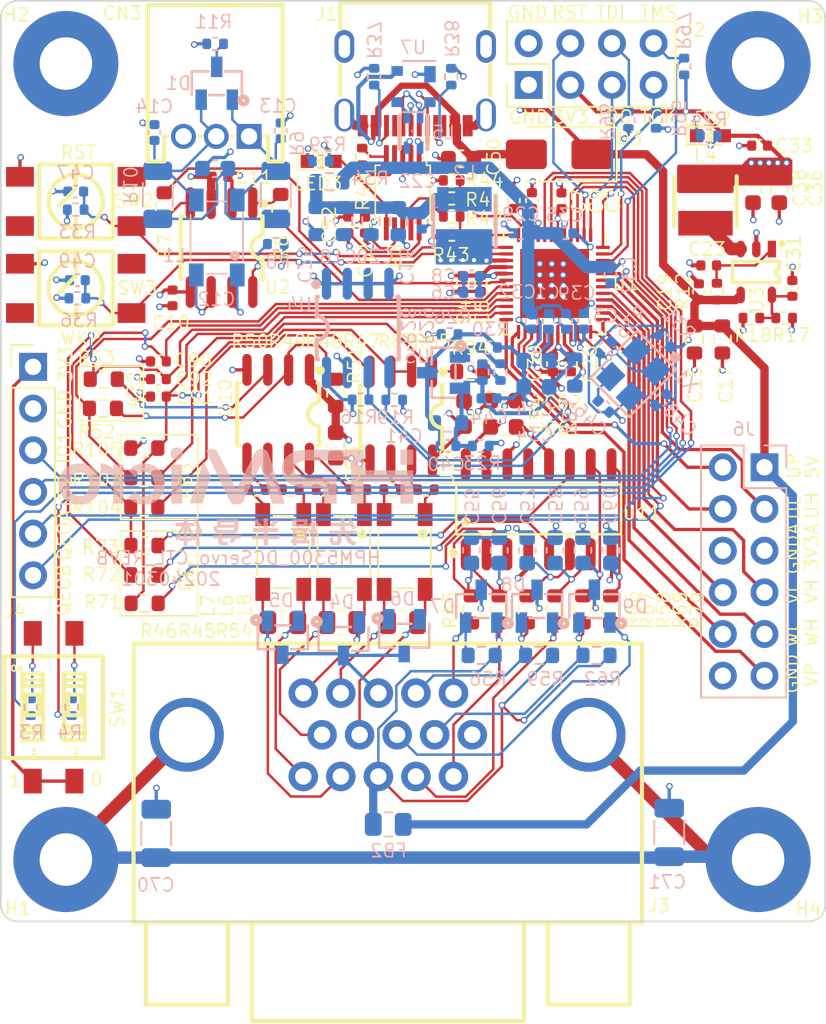
<source format=kicad_pcb>
(kicad_pcb (version 20221018) (generator pcbnew)
  (layers (0 "F.Cu" signal) (1 "In1.Cu" power "GND2") (2 "In2.Cu" mixed "POWER3") (31 "B.Cu" signal) (34 "B.Paste" user) (35 "F.Paste" user) (36 "B.SilkS" user "B.Silkscreen") (37 "F.SilkS" user "F.Silkscreen") (38 "B.Mask" user) (39 "F.Mask" user) (44 "Edge.Cuts" user))
  (net 0 "")
  (net 1 "+5V_QEI")
  (net 2 "+5V")
  (net 3 "VANA")
  (net 4 "+3.3VA")
  (net 5 "/MAIN/CAN_CH340/CAN2_N")
  (net 6 "/MAIN/CAN_CH340/CAN2_P")
  (net 7 "GND")
  (net 8 "Net-(U8-~{RTS})")
  (net 9 "Net-(U8-~{CTS})")
  (net 10 "Net-(LED3-A)")
  (net 11 "+3.3V")
  (net 12 "Net-(U8-TXD)")
  (net 13 "Net-(U8-RXD)")
  (net 14 "VDD_SOC")
  (net 15 "/MAIN/CAN_CH340/_-")
  (net 16 "/MAIN/CAN_CH340/UD-")
  (net 17 "Net-(U1B-XTALO)")
  (net 18 "Net-(U1B-XTALI)")
  (net 19 "Net-(R31-Pad2)")
  (net 20 "/MAIN/MCU/JTAG_TDO")
  (net 21 "/MAIN/MCU/JTAG_TRST")
  (net 22 "/MAIN/MCU/BOOT1")
  (net 23 "/MAIN/MCU/BOOT0")
  (net 24 "VDD_OTPCAP")
  (net 25 "/MAIN/CAN_CH340/UD+")
  (net 26 "/MAIN/CAN_CH340/_+")
  (net 27 "/MAIN/CAN_CH340/VBUS_DEBUG")
  (net 28 "DCDC_LP")
  (net 29 "VDD_PMCCAP")
  (net 30 "/MAIN/CAN_CH340/RESETN")
  (net 31 "/MAIN/CAN_CH340/WAKEUP")
  (net 32 "/MAIN/MCU/GPIO1")
  (net 33 "/MAIN/ENC/QEI0_Z{slash}SEI0_TX")
  (net 34 "/MAIN/ENC/QEI0_B{slash}SEI0_CK")
  (net 35 "/MAIN/ENC/QEI0_A{slash}SEI0_DE")
  (net 36 "/MAIN/MCU/SDA2")
  (net 37 "/MAIN/MCU/SCL2")
  (net 38 "/MAIN/MCU/JTAG_TMS")
  (net 39 "/MAIN/MCU/JTAG_TCK")
  (net 40 "/MAIN/MCU/JTAG_TDI")
  (net 41 "Net-(U3-EN)")
  (net 42 "Net-(U3-LX)")
  (net 43 "Net-(U3-FB)")
  (net 44 "/MAIN/ENC/CLK_N")
  (net 45 "/MAIN/ENC/DATA_N")
  (net 46 "/MAIN/ENC/DATA_P")
  (net 47 "/MAIN/ENC/485_P")
  (net 48 "/MAIN/ENC/485_N")
  (net 49 "Net-(U10-RO)")
  (net 50 "Net-(U10-DI)")
  (net 51 "Net-(U10-Y)")
  (net 52 "Net-(U10-Z)")
  (net 53 "Net-(U10-B)")
  (net 54 "Net-(U10-A)")
  (net 55 "Net-(U19-RO)")
  (net 56 "Net-(U19-DI)")
  (net 57 "Net-(U19-A)")
  (net 58 "Net-(U19-B)")
  (net 59 "Net-(U2-TXD)")
  (net 60 "Net-(U2-RXD)")
  (net 61 "Net-(U2-CANL)")
  (net 62 "Net-(U2-CANH)")
  (net 63 "Net-(U2-STB)")
  (net 64 "/MAIN/ENC/DA_-")
  (net 65 "/MAIN/ENC/DA_+")
  (net 66 "/MAIN/ENC/CO_-")
  (net 67 "/MAIN/ENC/CO_+")
  (net 68 "/MAIN/ENC/CI_+")
  (net 69 "/MAIN/ENC/CI_-")
  (net 70 "/MAIN/CAN_CH340/CAN2TX")
  (net 71 "/MAIN/CAN_CH340/CAN2RX")
  (net 72 "/MAIN/CAN_CH340/RXD")
  (net 73 "Net-(J1-CC1)")
  (net 75 "Net-(J1-CC2)")
  (net 77 "Net-(U5-R)")
  (net 78 "Net-(D1-A)")
  (net 79 "PE")
  (net 80 "/MAIN/CAN_CH340/TXD")
  (net 81 "/MAIN/DRV/PWM_1")
  (net 82 "/MAIN/ENC/AP")
  (net 83 "/MAIN/ENC/AN")
  (net 84 "/MAIN/ENC/BP")
  (net 85 "/MAIN/ENC/BN")
  (net 86 "/MAIN/ENC/ZP")
  (net 87 "/MAIN/ENC/ZN")
  (net 88 "Net-(C12-Pad1)")
  (net 89 "/MAIN/DRV/PWM_0")
  (net 90 "/MAIN/DRV/PWM_5")
  (net 91 "/MAIN/ENC/QA+")
  (net 92 "/MAIN/ENC/QA-")
  (net 93 "/MAIN/ENC/QB+")
  (net 94 "/MAIN/ENC/QB-")
  (net 95 "/MAIN/ENC/QZ+")
  (net 96 "/MAIN/ENC/QZ-")
  (net 97 "Net-(U11-1Y)")
  (net 98 "Net-(U11-2Y)")
  (net 99 "Net-(U11-3Y)")
  (net 100 "Net-(R28-Pad1)")
  (net 101 "Net-(LED2-K)")
  (net 102 "/MAIN/DRV/PWM_4")
  (net 103 "/MAIN/DRV/PWM_7")
  (net 104 "Net-(LED3-K)")
  (net 107 "/MAIN/DRV/PWM_6")
  (net 109 "/MAIN/MCU/GPIO2")
  (net 110 "/MAIN/MCU/QEO0_A{slash}GPIO3")
  (net 111 "/MAIN/MCU/QEO0_B{slash}GPIO4")
  (net 112 "/MAIN/ENC/SEI0_RX")
  (net 113 "Net-(C16-Pad1)")
  (net 114 "/MAIN/ENC/CLK_P")
  (net 115 "Net-(SW1-PIN3)")
  (net 116 "Net-(SW1-PIN4)")
  (net 121 "/MAIN/DRV/ADC0")
  (net 122 "/MAIN/DRV/ADC1")
  (net 123 "GNDA")
  (footprint "03_HPM_Capacitance:C_0603_1608Metric" (layer "F.Cu") (at 105 110.2 -90)
    (fp_text reference "C36")
    (fp_text value "22uF,10V")
  )
  (footprint "02_HPM_Resistor:R_0603_1608Metric" (layer "F.Cu") (at 66.29 131.87 180)
    (fp_text reference "R73")
    (fp_text value "0Ω_0603")
  )
  (footprint "07_HPM_Inductance:L4532" (layer "F.Cu") (at 74.755 132.26 -90)
    (fp_text reference "L7")
    (fp_text value "ACT45B-510-2P-TL003")
  )
  (footprint "02_HPM_Resistor:R_0402_1005Metric" (layer "F.Cu") (at 79.57 108.16 90)
    (fp_text reference "R40")
    (fp_text value "2K")
  )
  (footprint "02_HPM_Resistor:R_0402_1005Metric" (layer "F.Cu") (at 85.03 111.82)
    (fp_text reference "R42")
    (fp_text value "33Ω")
  )
  (footprint "02_HPM_Resistor:R_0402_1005Metric" (layer "F.Cu") (at 79.335 128.46)
    (fp_text reference "R47")
    (fp_text value "10Ω")
  )
  (footprint "02_HPM_Resistor:R_0603_1608Metric" (layer "F.Cu") (at 87.928 135.7615 90)
    (fp_text reference "R66")
    (fp_text value "22R，0603")
  )
  (footprint "03_HPM_Capacitance:C_0603_1608Metric" (layer "F.Cu") (at 85.78 123.84 90)
    (fp_text reference "C54")
    (fp_text value "0.1uF,50V")
  )
  (footprint "03_HPM_Capacitance:C_0402_1005Metric" (layer "F.Cu") (at 67.14 122.79 180)
    (fp_text reference "C91")
    (fp_text value "220pF,50V")
  )
  (footprint "03_HPM_Capacitance:C_0402_1005Metric" (layer "F.Cu") (at 67.14 121.73 180)
    (fp_text reference "C92")
    (fp_text value "220pF,50V")
  )
  (footprint "03_HPM_Capacitance:C_0402_1005Metric" (layer "F.Cu") (at 91.72 110.86 90)
    (fp_text reference "C2")
    (fp_text value "0.1uF,16V")
  )
  (footprint "02_HPM_Resistor:R_0603_1608Metric" (layer "F.Cu") (at 74.6 111.3 90)
    (fp_text reference "R6")
    (fp_text value "75Ω_0603")
  )
  (footprint "02_HPM_Resistor:R_0603_1608Metric" (layer "F.Cu") (at 91.328 135.7615 90)
    (fp_text reference "R68")
    (fp_text value "22R，0603")
  )
  (footprint "01_HPM_Peripheral:MountingHole_3.2mm_M3_Pad" (layer "F.Cu") (at 61.5 151)
    (fp_text reference "H1")
    (fp_text value "MountingHole_Pad")
  )
  (footprint "02_HPM_Resistor:R_0402_1005Metric" (layer "F.Cu") (at 81.395 128.46 180)
    (fp_text reference "R87")
    (fp_text value "10Ω")
  )
  (footprint "02_HPM_Resistor:R_0805_2012Metric" (layer "F.Cu") (at 74.728 136.5615)
    (fp_text reference "R46")
    (fp_text value "120Ω")
  )
  (footprint "01_HPM_Peripheral:轻触开关SMD-4P,4.5x4.5mm" (layer "F.Cu") (at 62.1 116.2 180)
    (fp_text reference "SW3")
    (fp_text value "轻触开关4.5mm*4.5mm*4mm")
  )
  (footprint "03_HPM_Capacitance:C_0402_1005Metric" (layer "F.Cu") (at 92.3 120.8 -90)
    (fp_text reference "C26")
    (fp_text value "0.1uF,16V")
  )
  (footprint "05_HPM_Connector_other:TYPE-C-16P" (layer "F.Cu") (at 82.8 103.87105 180)
    (fp_text reference "J1")
    (fp_text value "USB_Type-C")
  )
  (footprint "02_HPM_Resistor:R_0603_1608Metric" (layer "F.Cu") (at 66.28 127.73)
    (fp_text reference "R103")
    (fp_text value "0Ω_0603")
  )
  (footprint "03_HPM_Capacitance:C_0603_1608Metric" (layer "F.Cu") (at 88.18 124.64)
    (fp_text reference "C61")
    (fp_text value "0.1uF,50V")
  )
  (footprint "05_HPM_Connector_other:DSUB-TH_15P-P2.29-H-F_DDMRH15PFE006" (layer "F.Cu") (at 81.128 143.4)
    (fp_text reference "J3")
    (fp_text value "DDMRH15PFE006")
  )
  (footprint "01_HPM_Peripheral:LED_0603" (layer "F.Cu") (at 100.8 106.9 180)
    (fp_text reference "LED2")
    (fp_text value "LED_GREEN")
  )
  (footprint "06_HPM_SO:SOIC-16" (layer "F.Cu") (at 90.328 129.6615)
    (fp_text reference "U11")
    (fp_text value " AM26LV32EIDR")
  )
  (footprint "07_HPM_Inductance:L4532" (layer "F.Cu") (at 78.455 132.26 -90)
    (fp_text reference "L6")
    (fp_text value "ACT45B-510-2P-TL003")
  )
  (footprint "06_HPM_SOT:SOT-23-5" (layer "F.Cu") (at 103.6 115.2 -90)
    (fp_text reference "U3")
    (fp_text value "SM8082AAAC" hide)
  )
  (footprint "02_HPM_Resistor:R_0402_1005Metric" (layer "F.Cu") (at 83.455 128.46)
    (fp_text reference "R55")
    (fp_text value "10Ω")
  )
  (footprint "03_HPM_Capacitance:C_0402_1005Metric" (layer "F.Cu") (at 79.74 112.34 -90)
    (fp_text reference "C51")
    (fp_text value "4.7uF,10V")
  )
  (footprint "03_HPM_Capacitance:C_0402_1005Metric" (layer "F.Cu") (at 67.14 120.65 180)
    (fp_text reference "C90")
    (fp_text value "220pF,50V")
  )
  (footprint "03_HPM_Capacitance:C_0603_1608Metric" (layer "F.Cu") (at 85.6 108.3 180)
    (fp_text reference "C50")
    (fp_text value "22uF,10V")
  )
  (footprint "07_HPM_Inductance:L3012" (layer "F.Cu") (at 100.5 110.9 -90)
    (fp_text reference "L4")
    (fp_text value "4.7uH-1.24A 156mΩ")
  )
  (footprint "03_HPM_Capacitance:C_0402_1005Metric" (layer "F.Cu") (at 86.8 115.9 -90)
    (fp_text reference "C5")
    (fp_text value "10uF,10V")
  )
  (footprint "02_HPM_Resistor:R_0402_1005Metric" (layer "F.Cu") (at 85.03 110.72)
    (fp_text reference "R41")
    (fp_text value "33Ω")
  )
  (footprint "02_HPM_Resistor:R_0805_2012Metric" (layer "F.Cu") (at 82.028 136.5615 180)
    (fp_text reference "R54")
    (fp_text value "120Ω")
  )
  (footprint "02_HPM_Resistor:R_0603_1608Metric" (layer "F.Cu") (at 77.955 122.56 -90)
    (fp_text reference "R51")
    (fp_text value "10K")
  )
  (footprint "02_HPM_Resistor:R_0603_1608Metric" (layer "F.Cu") (at 66.28 129.53)
    (fp_text reference "R104")
    (fp_text value "0Ω_0603")
  )
  (footprint "03_HPM_Capacitance:C_0402_1005Metric" (layer "F.Cu") (at 105.8 116.2 -90)
    (fp_text reference "C31")
    (fp_text value "22pF,50V")
  )
  (footprint "01_HPM_Peripheral:轻触开关SMD-4P,4.5x4.5mm" (layer "F.Cu") (at 62.1 110.9 180)
    (fp_text reference "SW2")
    (fp_text value "轻触开关4.5mm*4.5mm*4mm")
  )
  (footprint "04_HPM_Diode:D_SMA" (layer "F.Cu") (at 91.5775 108.03 180)
    (fp_text reference "D3")
    (fp_text value "SS24")
  )
  (footprint "03_HPM_Capacitance:C_0603_1608Metric" (layer "F.Cu") (at 88.18 123.04)
    (fp_text reference "C62")
    (fp_text value "10uF,16V")
  )
  (footprint "03_HPM_Capacitance:C_0402_1005Metric" (layer "F.Cu") (at 85.7 115.9 -90)
    (fp_text reference "C4")
    (fp_text value "0.1uF,16V")
  )
  (footprint "01_HPM_Peripheral:LED_0603" (layer "F.Cu") (at 77.07 108.46 180)
    (fp_text reference "LED3")
    (fp_text value "LED_GREEN")
  )
  (footprint "05_HPM_Connector_PinHeader:PinHeader_1x06_P2.54mm_Vertical" (layer "F.Cu") (at 59.5 120.98)
    (fp_text reference "J4")
    (fp_text value "Conn_01x06")
  )
  (footprint "02_HPM_Resistor:R_0402_1005Metric" (layer "F.Cu") (at 105.3 118)
    (fp_text reference "R17")
    (fp_text value "100K")
  )
  (footprint "02_HPM_Resistor:R_0805_2012Metric" (layer "F.Cu") (at 78.328 136.5615 180)
    (fp_text reference "R45")
    (fp_text value "120Ω")
  )
  (footprint "02_HPM_Resistor:R_0402_1005Metric" (layer "F.Cu") (at 75.215 128.46)
    (fp_text reference "R49")
    (fp_text value "10Ω")
  )
  (footprint "03_HPM_Capacitance:C_0603_1608Metric" (layer "F.Cu") (at 103.4 110.2 -90)
    (fp_text reference "C38")
    (fp_text value "22uF,10V")
  )
  (footprint "02_HPM_Resistor:R_0603_1608Metric" (layer "F.Cu") (at 86.228 135.7615 90)
    (fp_text reference "R65")
    (fp_text value "22R，0603")
  )
  (footprint "06_HPM_SO:SOIC-8" (layer "F.Cu") (at 71.9935 111.71 -90)
    (fp_text reference "U2")
    (fp_text value "TJA1042T/3")
  )
  (footprint "03_HPM_Capacitance:C_0402_1005Metric" (layer "F.Cu") (at 103.8 107.5 180)
    (fp_text reference "C33")
    (fp_text value "0.1uF,16V")
  )
  (footprint "03_HPM_Capacitance:C_0402_1005Metric" (layer "F.Cu") (at 78.72 112.33 90)
    (fp_text reference "C52")
    (fp_text value "0.1uF,16V")
  )
  (footprint "02_HPM_Resistor:R_0603_1608Metric" (layer "F.Cu") (at 66.28 125.93)
    (fp_text reference "R105")
    (fp_text value "10K")
  )
  (footprint "03_HPM_Capacitance:C_0402_1005Metric" (layer "F.Cu") (at 91.2 120.8 -90)
    (fp_text reference "C30")
    (fp_text value "0.1uF,16V")
  )
  (footprint "01_HPM_Peripheral:MountingHole_3.2mm_M3_Pad" (layer "F.Cu") (at 61.5 102.5)
    (fp_text reference "H2")
    (fp_text value "MountingHole_Pad")
  )
  (footprint "02_HPM_Resistor:R_0603_1608Metric" (layer "F.Cu") (at 66.3 135.39)
    (fp_text reference "R71")
    (fp_text value "0Ω_0603")
  )
  (footprint "02_HPM_Resistor:R_0603_1608Metric" (layer "F.Cu") (at 89.628 135.7615 90)
    (fp_text reference "R67")
    (fp_text value "22R，0603")
  )
  (footprint "03_HPM_Capacitance:C_0402_1005Metric" (layer "F.Cu") (at 68 116.78 -90)
    (fp_text reference "C10")
    (fp_text value "0.1uF,16V")
  )
  (footprint "01_HPM_Peripheral:MountingHole_3.2mm_M3_Pad" (layer "F.Cu") (at 103.71 102.5 180)
    (fp_text reference "H3")
    (fp_text value "MountingHole_Pad")
  )
  (footprint "01_HPM_Peripheral:MountingHole_3.2mm_M3_Pad" (layer "F.Cu") (at 103.71 151 180)
    (fp_text reference "H4")
    (fp_text value "MountingHole_Pad")
  )
  (footprint "03_HPM_Capacitance:C_0402_1005Metric" (layer "F.Cu") (at 70.9 109.4 180)
    (fp_text reference "C11")
    (fp_text value "0.1uF,16V")
  )
  (footprint "02_HPM_Resistor:R_0402_1005Metric" (layer "F.Cu") (at 101.2 116.4 -90)
    (fp_text reference "R12")
    (fp_text value "10K")
  )
  (footprint "06_HPM_SO:MSOP-10" (layer "F.Cu") (at 82.04 110.373211 -90)
    (fp_text reference "U8")
    (fp_text value "CH340E")
  )
  (footprint "02_HPM_Resistor:R_0603_1608Metric" (layer "F.Cu") (at 63.81 121.73)
    (fp_text reference "R53")
    (fp_text value "0Ω_0603")
  )
  (footprint "03_HPM_Capacitance:C_0603_1608Metric" (layer "F.Cu") (at 77.955 125.76 -90)
    (fp_text reference "C53")
    (fp_text value "0.1uF,50V")
  )
  (footprint "02_HPM_Resistor:R_0402_1005Metric" (layer "F.Cu") (at 77.275 128.46 180)
    (fp_text reference "R48")
    (fp_text value "10Ω")
  )
  (footprint "02_HPM_Resistor:R_0603_1608Metric" (layer "F.Cu") (at 86.155 121.26)
    (fp_text reference "R94")
    (fp_text value "10K")
  )
  (footprint "02_HPM_Resistor:R_0603_1608Metric" (layer "F.Cu") (at 94.728 135.7615 90)
    (fp_text reference "R70")
    (fp_text value "22R，0603")
  )
  (footprint "00_PWR:CONN-TH_X2011WR-3A-N0SN" (layer "F.Cu") (at 70.67 106.9385 180)
    (fp_text reference "CN3")
    (fp_text value "X2011WR-03A-N0SN")
  )
  (footprint "02_HPM_Resistor:R_0603_1608Metric" (layer "F.Cu") (at 66.28 133.66)
    (fp_text reference "R72")
    (fp_text value "0Ω_0603")
  )
  (footprint "02_HPM_Resistor:R_0603_1608Metric" (layer "F.Cu") (at 67.5 111.2 -90)
    (fp_text reference "R7")
    (fp_text value "75Ω_0603")
  )
  (footprint "02_HPM_Resistor:R_0402_1005Metric" (layer "F.Cu") (at 73.155 128.46 180)
    (fp_text reference "R50")
    (fp_text value "10Ω")
  )
  (footprint "03_HPM_Capacitance:C_0402_1005Metric" (layer "F.Cu") (at 100.7 114.8 180)
    (fp_text reference "C23")
    (fp_text value "1nF,50V")
  )
  (footprint "01_HPM_Peripheral:SW-SMD_DM-02-V" (layer "F.Cu") (at 60.75 141.72)
    (fp_text reference "SW1")
    (fp_text value "DM-02-V")
  )
  (footprint "05_HPM_Connector_PinHeader:PinHeader_2x04_P2.54mm_Vertical" (layer "F.Cu") (at 89.72 103.805 90)
    (fp_text reference "J2")
    (fp_text value "Conn_02x04")
  )
  (footprint "03_HPM_Capacitance:C_0402_1005Metric" (layer "F.Cu") (at 88.82 110.85 90)
    (fp_text reference "C7")
    (fp_text value "4.7uF,10V")
  )
  (footprint "03_HPM_Capacitance:C_0402_1005Metric" (layer "F.Cu") (at 89.92 110.85 90)
    (fp_text reference "C9")
    (fp_text value "0.1uF,16V")
  )
  (footprint "02_HPM_Resistor:R_0603_1608Metric" (layer "F.Cu") (at 101.53 119.31 -90)
    (fp_text reference "C17")
    (fp_text value "10uF,16V")
  )
  (footprint "02_HPM_Resistor:R_0402_1005Metric" (layer "F.Cu") (at 85.03 109.62 180)
    (fp_text reference "R44")
    (fp_text value "5.1K")
  )
  (footprint "06_HPM_SO:SOIC-8" (layer "F.Cu") (at 82.9485 121.97 -90)
    (fp_text reference "U19")
    (fp_text value "MAX3485EESA+T")
  )
  (footprint "02_HPM_Resistor:R_0603_1608Metric" (layer "F.Cu") (at 93.028 135.7615 90)
    (fp_text reference "R69")
    (fp_text value "22R，0603")
  )
  (footprint "07_HPM_Inductance:L4532" (layer "F.Cu") (at 82.155 132.26 -90)
    (fp_text reference "L8")
    (fp_text value "ACT45B-510-2P-TL003")
  )
  (footprint "02_HPM_Resistor:R_0603_1608Metric" (layer "F.Cu") (at 63.76 123.51)
    (fp_text reference "R52")
    (fp_text value "0Ω_0603")
  )
  (footprint "02_HPM_Resistor:R_0402_1005Metric" (layer "F.Cu") (at 85.03 112.92 180)
    (fp_text reference "R43")
    (fp_text value "5.1K")
  )
  (footprint "03_HPM_Capacitance:C_0402_1005Metric" (layer "F.Cu") (at 100.1 116.4 90)
    (fp_text reference "C19")
    (fp_text value "0.1uF,16V")
  )
  (footprint "02_HPM_Resistor:R_0402_1005Metric" (layer "F.Cu") (at 103.3 118)
    (fp_text reference "R18")
    (fp_text value "22.1K")
  )
  (footprint "02_HPM_Resistor:R_0603_1608Metric" (layer "F.Cu") (at 99.83 119.31 -90)
    (fp_text reference "C15")
    (fp_text value "10uF,16V")
  )
  (footprint "06_HPM_SO:SOIC-8" (layer "F.Cu") (at 75.4485 121.87 -90)
    (fp_text reference "U10")
    (fp_text value "SIT3490EESA")
  )
  (footprint "00_HPM_Library:QFN-48_6x6mm_P0.4mm_EP4.2x4.2mm" (layer "F.Cu") (at 91.3 115.9 -90)
    (fp_text reference "U1")
    (fp_text value "HPM5300QFN48")
  )
  (footprint "02_HPM_Resistor:R_0402_1005Metric" (layer "B.Cu") (at 80.3 103.3 -90)
    (fp_text reference "R37")
    (fp_text value "5.1K")
  )
  (footprint "07_HPM_Inductance:L4532" (layer "B.Cu") (at 70.7 113.1 90)
    (fp_text reference "L1")
    (fp_text value "ACT45B-510-2P-TL003")
  )
  (footprint "02_HPM_Resistor:R_0402_1005Metric" (layer "B.Cu") (at 59.35 141.72 -90)
    (fp_text reference "R3")
    (fp_text value "1K")
  )
  (footprint "03_HPM_Capacitance:C_0402_1005Metric" (layer "B.Cu") (at 90.95 118.21 90)
    (fp_text reference "C1")
    (fp_text value "0.1uF,16V")
  )
  (footprint "03_HPM_Capacitance:C_0402_1005Metric" (layer "B.Cu") (at 83.2 112.1 -90)
    (fp_text reference "C22")
    (fp_text value "0.1uF,16V")
  )
  (footprint "06_HPM_SOT:SOT-23" (layer "B.Cu") (at 84.53 121.3374)
    (fp_text reference "U5")
    (fp_text value "AZ432ANTR-E1")
  )
  (footprint "03_HPM_Capacitance:C_0603_1608Metric" (layer "B.Cu") (at 93.028 132.1615 90)
    (fp_text reference "C59")
    (fp_text value "220pF,50V")
  )
  (footprint "02_HPM_Resistor:R_0402_1005Metric" (layer "B.Cu") (at 94.4 119.8 -135)
    (fp_text reference "R35")
    (fp_text value "1M")
  )
  (footprint "06_HPM_SOT:SOT-23" (layer "B.Cu") (at 93.728 135.5615 -90)
    (fp_text reference "D9")
    (fp_text value "PESD5V2S2UT")
  )
  (footprint "06_HPM_SO:SOIC-8" (layer "B.Cu") (at 78.2965 116.62 -90)
    (fp_text reference "U4")
    (fp_text value "AT24C16")
  )
  (footprint "06_HPM_SOT:SOT-23" (layer "B.Cu") (at 90.228 135.5615 -90)
    (fp_text reference "D8")
    (fp_text value "PESD5V2S2UT")
  )
  (footprint "09_HPM_Oscillator:3225" (layer "B.Cu") (at 96.1 121.4 -135)
    (fp_text reference "X1")
    (fp_text value "24MHz ±10ppm 12pF")
  )
  (footprint "02_HPM_Resistor:R_0402_1005Metric" (layer "B.Cu") (at 100.7 106.9 180)
    (fp_text reference "R24")
    (fp_text value "1K")
  )
  (footprint "02_HPM_Resistor:R_0402_1005Metric" (layer "B.Cu") (at 95.8 105.94 -90)
    (fp_text reference "R96")
    (fp_text value "10K")
  )
  (footprint "03_HPM_Capacitance:C_0603_1608Metric" (layer "B.Cu") (at 87.928 132.1615 -90)
    (fp_text reference "C56")
    (fp_text value "220pF,50V")
  )
  (footprint "02_HPM_Resistor:R_0402_1005Metric" (layer "B.Cu") (at 88 121.3 -90)
    (fp_text reference "R29")
    (fp_text value "220Ω 0.5%")
  )
  (footprint "03_HPM_Capacitance:C_0402_1005Metric" (layer "B.Cu") (at 91.94 112.84)
    (fp_text reference "C35")
    (fp_text value "0.1uF,16V")
  )
  (footprint "02_HPM_Resistor:R_0402_1005Metric" (layer "B.Cu") (at 84.9 119)
    (fp_text reference "R26")
    (fp_text value "0Ω_0402")
  )
  (footprint "03_HPM_Capacitance:C_0402_1005Metric" (layer "B.Cu") (at 94.3 123.4 -45)
    (fp_text reference "C46")
    (fp_text value "12pF,50V")
  )
  (footprint "03_HPM_Capacitance:C_1206_3216Metric" (layer "B.Cu") (at 67.01 149.41 -90)
    (fp_text reference "C70")
    (fp_text value "10nF,630V,1206")
  )
  (footprint "02_HPM_Resistor:R_0603_1608Metric" (layer "B.Cu") (at 86.855 138.56 180)
    (fp_text reference "R56")
    (fp_text value "10K")
  )
  (footprint "03_HPM_Capacitance:C_0603_1608Metric" (layer "B.Cu") (at 90.2 120.6 180)
    (fp_text reference "C24")
    (fp_text value "4.7uF,16V")
  )
  (footprint "03_HPM_Capacitance:C_1206_3216Metric" (layer "B.Cu") (at 98.29 149.35 90)
    (fp_text reference "C71")
    (fp_text value "10nF,630V,1206")
  )
  (footprint "Resistor_SMD:R_0805_2012Metric" (layer "B.Cu") (at 81.155 148.86)
    (fp_text reference "FB2")
    (fp_text value "600Ω@1MHz,0805")
  )
  (footprint "03_HPM_Capacitance:C_0402_1005Metric" (layer "B.Cu") (at 86.24 115.47)
    (fp_text reference "C8")
    (fp_text value "0.1uF,16V")
  )
  (footprint "02_HPM_Resistor:R_0402_1005Metric" (layer "B.Cu") (at 86.9 121.3 -90)
    (fp_text reference "R28")
    (fp_text value "4.7K 0.1%")
  )
  (footprint "03_HPM_Capacitance:C_0603_1608Metric" (layer "B.Cu") (at 89.628 132.1615 90)
    (fp_text reference "C57")
    (fp_text value "220pF,50V")
  )
  (footprint "03_HPM_Capacitance:C_0603_1608Metric" (layer "B.Cu") (at 70.6 108.9 180)
    (fp_text reference "C12")
    (fp_text value "10nF,50V")
  )
  (footprint "03_HPM_Capacitance:C_0603_1608Metric" (layer "B.Cu") (at 91.328 132.1615 -90)
    (fp_text reference "C58")
    (fp_text value "220pF,50V")
  )
  (footprint "07_HPM_Inductance:L3012" (layer "B.Cu") (at 85.8 112.1 90)
    (fp_text reference "L2")
    (fp_text value "4.7uH-1.24A 156mΩ")
  )
  (footprint "06_HPM_SOT:SOT-143" (layer "B.Cu") (at 82.7 103.9 180)
    (fp_text reference "U7")
    (fp_text value "PRTR5V0U2X")
  )
  (footprint "03_HPM_Capacitance:C_0402_1005Metric" (layer "B.Cu") (at 89.25 112.84 180)
    (fp_text reference "C29")
    (fp_text value "0.1uF,16V")
  )
  (footprint "02_HPM_Resistor:R_0603_1608Metric" (layer "B.Cu") (at 92.53 121.33 90)
    (fp_text reference "FB1")
    (fp_text value "600Ω@100MHz_1.3A")
  )
  (footprint "02_HPM_Resistor:R_0603_1608Metric" (layer "B.Cu") (at 93.855 138.56 180)
    (fp_text reference "R62")
    (fp_text value "10K")
  )
  (footprint "03_HPM_Capacitance:C_0402_1005Metric" (layer "B.Cu") (at 94.7 115.38 -90)
    (fp_text reference "C37")
    (fp_text value "0.1uF,16V")
  )
  (footprint "02_HPM_Resistor:R_0402_1005Metric" (layer "B.Cu") (at 62.2 116.8)
    (fp_text reference "R36")
    (fp_text value "10K")
  )
  (footprint "02_HPM_Resistor:R_0402_1005Metric" (layer "B.Cu") (at 77.05 108.46 180)
    (fp_text reference "R39")
    (fp_text value "1K")
  )
  (footprint "02_HPM_Resistor:R_0402_1005Metric" (layer "B.Cu") (at 98 119.4 135)
    (fp_text reference "R31")
    (fp_text value "0Ω_0402")
  )
  (footprint "02_HPM_Resistor:R_0402_1005Metric" (layer "B.Cu") (at 87.3 119.8 180)
    (fp_text reference "R30")
    (fp_text value "3K 0.1%")
  )
  (footprint "03_HPM_Capacitance:C_0402_1005Metric" (layer "B.Cu") (at 89.9 118.2 -90)
    (fp_text reference "C32")
    (fp_text value "0.1uF,16V")
  )
  (footprint "02_HPM_Resistor:R_0402_1005Metric" (layer "B.Cu") (at 61.85 141.72 -90)
    (fp_text reference "R4")
    (fp_text value "1K")
  )
  (footprint "03_HPM_Capacitance:C_0402_1005Metric" (layer "B.Cu") (at 62.1 110.3 180)
    (fp_text reference "C47")
    (fp_text value "0.1uF,16V")
  )
  (footprint "02_HPM_Resistor:R_0603_1608Metric" (layer "B.Cu") (at 81.766668 112.1 -90)
    (fp_text reference "C16")
    (fp_text value "10uF,16V")
  )
  (footprint "02_HPM_Resistor:R_0402_1005Metric" (layer "B.Cu") (at 74.3 113.5 180)
    (fp_text reference "R8")
    (fp_text value "10K")
  )
  (footprint "06_HPM_SOT:SOT-23" (layer "B.Cu") (at 82.128 137.36 90)
    (fp_text reference "D6")
    (fp_text value "NUP2105L")
  )
  (footprint "02_HPM_Resistor:R_0402_1005Metric" (layer "B.Cu") (at 85 103.3 -90)
    (fp_text reference "R38")
    (fp_text value "5.1K")
  )
  (footprint "02_HPM_Resistor:R_0603_1608Metric" (layer "B.Cu") (at 77.566668 109.7 180)
    (fp_text reference "R34")
    (fp_text value "0Ω_0603")
  )
  (footprint "07_HPM_Inductance:L2012" (layer "B.Cu") (at 82.7 106.7)
    (fp_text reference "L5")
    (fp_text value "DLW21SN900SQ2L")
  )
  (footprint "02_HPM_Resistor:R_0402_1005Metric" (layer "B.Cu") (at 62.1 111.4)
    (fp_text reference "R33")
    (fp_text value "10K")
  )
  (footprint "02_HPM_Resistor:R_0603_1608Metric" (layer "B.Cu") (at 90.355 138.56 180)
    (fp_text reference "R59")
    (fp_text value "10K")
  )
  (footprint "02_HPM_Resistor:R_0402_1005Metric" (layer "B.Cu") (at 79.47 122.98 180)
    (fp_text reference "R16")
    (fp_text value "4.7K")
  )
  (footprint "06_HPM_SOT:SOT-23" (layer "B.Cu") (at 86.828 135.5615 -90)
    (fp_text reference "D7")
    (fp_text value "PESD5V2S2UT")
  )
  (footprint "05_HPM_Connector_PinHeader:PinHeader_2x06_P2.54mm_Vertical" (layer "B.Cu") (at 104.1 127.1 180)
    (fp_text reference "J6")
    (fp_text value "Conn_02x06")
  )
  (footprint "03_HPM_Capacitance:C_0402_1005Metric" (layer "B.Cu") (at 84.8 125.8 180)
    (fp_text reference "C40")
    (fp_text value "0.1uF,16V")
  )
  (footprint "02_HPM_Resistor:R_0402_1005Metric" (layer "B.Cu") (at 99.2 102.68 -90)
    (fp_text reference "R97")
    (fp_text value "10K")
  )
  (footprint "03_HPM_Capacitance:C_0402_1005Metric" (layer "B.Cu") (at 62.2 115.7 180)
    (fp_text reference "C49")
    (fp_text value "0.1uF,16V")
  )
  (footprint "02_HPM_Resistor:R_0402_1005Metric" (layer "B.Cu") (at 70.6 101.3 180)
    (fp_text reference "R11")
    (fp_text value "0Ω_0402")
  )
  (footprint "03_HPM_Capacitance:C_0402_1005Metric" (layer "B.Cu") (at 86.24 116.47)
    (fp_text reference "C6")
    (fp_text value "4.7uF,10V")
  )
  (footprint "02_HPM_Resistor:R_0402_1005Metric" (layer "B.Cu") (at 86.8 125.8 180)
    (fp_text reference "R23")
    (fp_text value "100Ω")
  )
  (footprint "06_HPM_SOT:SOT-23" (layer "B.Cu") (at 70.7 103.7 -90)
    (fp_text reference "D1")
    (fp_text value "NUP2105L")
  )
  (footprint "02_HPM_Resistor:R_0603_1608Metric" (layer "B.Cu") (at 80.1 112.1 -90)
    (fp_text reference "C20")
    (fp_text value "1uF,16V")
  )
  (footprint "03_HPM_Capacitance:C_0402_1005Metric" (layer "B.Cu") (at 87.3 122.9)
    (fp_text reference "C44")
    (fp_text value "0.1uF,16V")
  )
  (footprint "03_HPM_Capacitance:C_0402_1005Metric" (layer "B.Cu") (at 92 118.21 -90)
    (fp_text reference "C39")
    (fp_text value "0.1uF,16V")
  )
  (footprint "03_HPM_Capacitance:C_0402_1005Metric" (layer "B.Cu") (at 97.8 123 -135)
    (fp_text reference "C48")
    (fp_text value "12pF,50V")
  )
  (footprint "03_HPM_Capacitance:C_0402_1005Metric" (layer "B.Cu") (at 66.9 106.7 -90)
    (fp_text reference "C14")
    (fp_text value "47pF,50V")
  )
  (footprint "02_HPM_Resistor:R_1206_3216Metric" (layer "B.Cu") (at 67.1 110.5 -90)
    (fp_text reference "R10")
    (fp_text value "60.4Ω_1206")
  )
  (footprint "02_HPM_Resistor:R_0402_1005Metric" (layer "B.Cu") (at 97.49 105.93 90)
    (fp_text reference "R95")
    (fp_text value "10K")
  )
  (footprint "02_HPM_Resistor:R_0603_1608Metric" (layer "B.Cu") (at 84.8 124.4 180)
    (fp_text reference "C41")
    (fp_text value "10uF,16V")
  )
  (footprint "03_HPM_Capacitance:C_0402_1005Metric" (layer "B.Cu") (at 93.08 118.2 90)
    (fp_text reference "C3")
    (fp_text value "0.1uF,16V")
  )
  (footprint "03_HPM_Capacitance:C_0402_1005Metric" (layer "B.Cu") (at 74.6 106.6 90)
    (fp_text reference "C13")
    (fp_text value "47pF,50V")
  )
  (footprint "06_HPM_SOT:SOT-23" (layer "B.Cu") (at 78.428 137.56 90)
    (fp_text reference "D4")
    (fp_text value "NUP2105L")
  )
  (footprint "02_HPM_Resistor:R_0402_1005Metric" (layer "B.Cu") (at 81.52 122.99)
    (fp_text reference "R19")
    (fp_text value "4.7K")
  )
  (footprint "02_HPM_Resistor:R_0603_1608Metric" (layer "B.Cu") (at 76.766668 112.1 -90)
    (fp_text reference "C25")
    (fp_text value "10uF,16V")
  )
  (footprint "02_HPM_Resistor:R_0603_1608Metric" (layer "B.Cu") (at 78.433334 112.1 -90)
    (fp_text reference "C18")
    (fp_text value "10uF,16V")
  )
  (footprint "00_HPM_LOGO:HPM LOGO" (layer "B.Cu") (at 82.695461 135.620319 180)
    (fp_text reference "REF**" hide)
    (fp_text value "HPM Logo" hide)
  )
  (footprint "02_HPM_Resistor:R_1206_3216Metric" (layer "B.Cu") (at 74.3 110.5 90)
    (fp_text reference "R9")
    (fp_text value "60.4Ω_1206")
  )
  (footprint "03_HPM_Capacitance:C_0603_1608Metric" (layer "B.Cu") (at 86.228 132.1615 90)
    (fp_text reference "C55")
    (fp_text value "220pF,50V")
  )
  (footprint "03_HPM_Capacitance:C_0603_1608Metric" (layer "B.Cu") (at 90.2 122.2 180)
    (fp_text reference "C34")
    (fp_text value "4.7uF,16V")
  )
  (footprint "06_HPM_SOT:SOT-23" (layer "B.Cu") (at 74.728 137.46 90)
    (fp_text reference "D5")
    (fp_text value "NUP2105L")
  )
  (footprint "03_HPM_Capacitance:C_0603_1608Metric" (layer "B.Cu") (at 94.728 132.1615 -90)
    (fp_text reference "C60")
    (fp_text value "220pF,50V")
  )
  (gr_line (start 68 130.28) (end 69.54 130.28) (stroke (width 0.1)) (layer "F.SilkS"))
  (gr_line (start 67.99 136.15) (end 69.53 136.15) (stroke (width 0.1)) (layer "F.SilkS"))
  (gr_line (start 69.54 130.28) (end 69.54 125.12) (stroke (width 0.1)) (layer "F.SilkS"))
  (gr_line (start 69.53 136.15) (end 69.53 130.99) (stroke (width 0.1)) (layer "F.SilkS"))
  (gr_line (start 64.84 130.28) (end 64.84 125.11) (stroke (width 0.1)) (layer "F.SilkS"))
  (gr_line (start 62.33 124.26) (end 62.33 120.94) (stroke (width 0.1)) (layer "F.SilkS"))
  (gr_line (start 68 130.28) (end 64.84 130.28) (stroke (width 0.1)) (layer "F.SilkS"))
  (gr_line (start 64.83 130.98) (end 67.99 130.98) (stroke (width 0.1)) (layer "F.SilkS"))
  (gr_line (start 66.23 124.26) (end 62.33 124.26) (stroke (width 0.1)) (layer "F.SilkS"))
  (gr_line (start 62.33 120.94) (end 66.23 120.94) (stroke (width 0.1)) (layer "F.SilkS"))
  (gr_line (start 64.84 125.11) (end 68 125.11) (stroke (width 0.1)) (layer "F.SilkS"))
  (gr_line (start 66.23 120.94) (end 66.23 124.26) (stroke (width 0.1)) (layer "F.SilkS"))
  (gr_line (start 64.83 136.15) (end 64.83 130.98) (stroke (width 0.1)) (layer "F.SilkS"))
  (gr_line (start 69.54 125.12) (end 68 125.12) (stroke (width 0.1)) (layer "F.SilkS"))
  (gr_line (start 69.53 130.99) (end 67.99 130.99) (stroke (width 0.1)) (layer "F.SilkS"))
  (gr_line (start 67.99 136.15) (end 64.83 136.15) (stroke (width 0.1)) (layer "F.SilkS"))
  (gr_arc locked (start 58.547877 154.767114) (mid 57.829598 154.469593) (end 57.532077 153.751314) (stroke (width 0.1)) (layer "Edge.Cuts"))
  (gr_arc locked (start 106.792492 98.679593) (mid 107.499598 98.972486) (end 107.792489 99.679593) (stroke (width 0.1)) (layer "Edge.Cuts"))
  (gr_arc locked (start 107.80163 153.774526) (mid 107.509598 154.479593) (end 106.804538 154.771644) (stroke (width 0.1)) (layer "Edge.Cuts"))
  (gr_arc locked (start 57.537076 99.675803) (mid 57.829598 98.969593) (end 58.535811 98.677076) (stroke (width 0.1)) (layer "Edge.Cuts"))
  (gr_line locked (start 58.549598 154.769593) (end 106.809598 154.769593) (stroke (width 0.1)) (layer "Edge.Cuts"))
  (gr_line locked (start 58.539598 98.679593) (end 106.792492 98.679593) (stroke (width 0.1)) (layer "Edge.Cuts"))
  (gr_line locked (start 57.53541 99.679593) (end 57.53541 153.749593) (stroke (width 0.1)) (layer "Edge.Cuts"))
  (gr_line locked (start 107.799598 99.679593) (end 107.799598 153.779593) (stroke (width 0.1)) (layer "Edge.Cuts"))
  (gr_text "HPM5300_DCServo_CTL_REVB\n                20240301" (at 80.76 134.38) (layer "B.SilkS") (effects (font (size 0.8 0.8) (thickness 0.1)) (justify left bottom mirror)))
  (gr_text "GND" (at 88.45 106.23) (layer "F.SilkS") (effects (font (size 0.8 0.8) (thickness 0.1)) (justify left bottom)))
  (gr_text "TDO" (at 93.776666 106.23) (layer "F.SilkS") (effects (font (size 0.8 0.8) (thickness 0.1)) (justify left bottom)))
  (gr_text "0" (at 62.92 146.59) (layer "F.SilkS") (effects (font (size 0.8 0.8) (thickness 0.1)) (justify left bottom)))
  (gr_text "WH" (at 107.46 138.1 90) (layer "F.SilkS") (effects (font (size 0.8 0.8) (thickness 0.1)) (justify left bottom)))
  (gr_text "GND" (at 88.376667 99.86) (layer "F.SilkS") (effects (font (size 0.8 0.8) (thickness 0.1)) (justify left bottom)))
  (gr_text "3V3" (at 91.113333 106.23) (layer "F.SilkS") (effects (font (size 0.8 0.8) (thickness 0.1)) (justify left bottom)))
  (gr_text "QEOB" (at 61.84 136.24 90) (layer "F.SilkS") (effects (font (size 0.8 0.8) (thickness 0.1)) (justify left bottom)))
  (gr_text "3V3A" (at 107.44 133.48 90) (layer "F.SilkS") (effects (font (size 0.8 0.8) (thickness 0.1)) (justify left bottom)))
  (gr_text "VP" (at 107.44 140.56 90) (layer "F.SilkS") (effects (font (size 0.8 0.8) (thickness 0.1)) (justify left bottom)))
  (gr_text "UH" (at 107.47 130.34 90) (layer "F.SilkS") (effects (font (size 0.8 0.8) (thickness 0.1)) (justify left bottom)))
  (gr_text "3V3" (at 61.96 121.98 90) (layer "F.SilkS") (effects (font (size 0.8 0.8) (thickness 0.1)) (justify left bottom)))
  (gr_text "WKP" (at 61.1 119.71) (layer "F.SilkS") (effects (font (size 0.8 0.8) (thickness 0.1)) (justify left bottom)))
  (gr_text "485" (at 69.27 129.17 90) (layer "F.SilkS") (effects (font (size 0.8 0.8) (thickness 0.1)) (justify left bottom)))
  (gr_text "TDI" (at 93.743333 99.86) (layer "F.SilkS") (effects (font (size 0.8 0.8) (thickness 0.1)) (justify left bottom)))
  (gr_text "GNDA" (at 106.32 133.7 90) (layer "F.SilkS") (effects (font (size 0.8 0.8) (thickness 0.1)) (justify left bottom)))
  (gr_text "IO2" (at 61.93 129.59 90) (layer "F.SilkS") (effects (font (size 0.8 0.8) (thickness 0.1)) (justify left bottom)))
  (gr_text "WL" (at 106.33 138.12 90) (layer "F.SilkS") (effects (font (size 0.8 0.8) (thickness 0.1)) (justify left bottom)))
  (gr_text "1" (at 57.94 146.66) (layer "F.SilkS") (effects (font (size 0.8 0.8) (thickness 0.1)) (justify left bottom)))
  (gr_text "RST" (at 91.06 99.86) (layer "F.SilkS") (effects (font (size 0.8 0.8) (thickness 0.1)) (justify left bottom)))
  (gr_text "VH" (at 107.46 135.49 90) (layer "F.SilkS") (effects (font (size 0.8 0.8) (thickness 0.1)) (justify left bottom)))
  (gr_text "QEOA" (at 61.89 132.87 90) (layer "F.SilkS") (effects (font (size 0.8 0.8) (thickness 0.1)) (justify left bottom)))
  (gr_text "IO1" (at 61.89 126.97 90) (layer "F.SilkS") (effects (font (size 0.8 0.8) (thickness 0.1)) (justify left bottom)))
  (gr_text "5V" (at 107.49 127.88 90) (layer "F.SilkS") (effects (font (size 0.8 0.8) (thickness 0.1)) (justify left bottom)))
  (gr_text "TMS" (at 96.426667 99.86) (layer "F.SilkS") (effects (font (size 0.8 0.8) (thickness 0.1)) (justify left bottom)))
  (gr_text "QEI" (at 69.29 134.75 90) (layer "F.SilkS") (effects (font (size 0.8 0.8) (thickness 0.1)) (justify left bottom)))
  (gr_text "GND" (at 106.26 140.96 90) (layer "F.SilkS") (effects (font (size 0.8 0.8) (thickness 0.1)) (justify left bottom)))
  (gr_text "422" (at 66.14 123.61 90) (layer "F.SilkS") (effects (font (size 0.8 0.8) (thickness 0.1)) (justify left bottom)))
  (gr_text "UL" (at 106.34 130.36 90) (layer "F.SilkS") (effects (font (size 0.8 0.8) (thickness 0.1)) (justify left bottom)))
  (gr_text "GND" (at 61.91 124.85 90) (layer "F.SilkS") (effects (font (size 0.8 0.8) (thickness 0.1)) (justify left bottom)))
  (gr_text "TCK" (at 96.44 106.23) (layer "F.SilkS") (effects (font (size 0.8 0.8) (thickness 0.1)) (justify left bottom)))
  (gr_text "RST" (at 61.12 108.38) (layer "F.SilkS") (effects (font (size 0.8 0.8) (thickness 0.1)) (justify left bottom)))
  (gr_text "UP" (at 106.36 127.9 90) (layer "F.SilkS") (effects (font (size 0.8 0.8) (thickness 0.1)) (justify left bottom)))
  (gr_text "VL" (at 106.33 135.51 90) (layer "F.SilkS") (effects (font (size 0.8 0.8) (thickness 0.1)) (justify left bottom)))
  (segment (start 88.999605 142.509605) (end 88.09 141.6) (width 0.1524) (layer "F.Cu") (net 1))
  (segment (start 88.09 145.31921) (end 85.97921 147.43) (width 0.1524) (layer "F.Cu") (net 1))
  (segment (start 85.97921 147.43) (end 82.045 147.43) (width 0.1524) (layer "F.Cu") (net 1))
  (segment (start 89.439605 142.509605) (end 88.999605 142.509605) (width 0.1524) (layer "F.Cu") (net 1))
  (segment (start 88.09 141.6) (end 88.09 145.31921) (width 0.1524) (layer "F.Cu") (net 1))
  (segment (start 82.045 147.43) (end 80.555 145.94) (width 0.1524) (layer "F.Cu") (net 1))
  (via (at 88.09 141.6) (size 0.4064) (drill 0.254) (layers "F.Cu" "B.Cu") (net 1))
  (via (at 89.439605 142.509605) (size 0.4064) (drill 0.254) (layers "F.Cu" "B.Cu") (net 1))
  (segment (start 86.7118 139.5282) (end 82.5318 139.5282) (width 0.1524) (layer "B.Cu") (net 1))
  (segment (start 80.2425 146.2525) (end 80.555 145.94) (width 0.508) (layer "B.Cu") (net 1))
  (segment (start 80.555 143.02076) (end 80.555 145.94) (width 0.1524) (layer "B.Cu") (net 1))
  (segment (start 87.68 138.56) (end 86.7118 139.5282) (width 0.1524) (layer "B.Cu") (net 1))
  (segment (start 82.5318 139.5282) (end 81.65 140.41) (width 0.1524) (layer "B.Cu") (net 1))
  (segment (start 89.439605 142.509605) (end 92.73641 139.2128) (width 0.1524) (layer "B.Cu") (net 1))
  (segment (start 81.65 141.92576) (end 80.555 143.02076) (width 0.1524) (layer "B.Cu") (net 1))
  (segment (start 81.65 140.41) (end 81.65 141.92576) (width 0.1524) (layer "B.Cu") (net 1))
  (segment (start 92.73641 139.2128) (end 94.0272 139.2128) (width 0.1524) (layer "B.Cu") (net 1))
  (segment (start 88.14 141.6) (end 88.09 141.6) (width 0.1524) (layer "B.Cu") (net 1))
  (segment (start 91.18 138.56) (end 88.14 141.6) (width 0.1524) (layer "B.Cu") (net 1))
  (segment (start 94.0272 139.2128) (end 94.68 138.56) (width 0.1524) (layer "B.Cu") (net 1))
  (segment (start 80.2425 148.86) (end 80.2425 146.2525) (width 0.508) (layer "B.Cu") (net 1))
  (segment (start 101.2 116.91) (end 102.337002 116.91) (width 0.508) (layer "F.Cu") (net 2))
  (segment (start 102.337002 116.91) (end 102.650002 116.597) (width 0.508) (layer "F.Cu") (net 2))
  (segment (start 100.13 116.91) (end 100.1 116.88) (width 0.508) (layer "F.Cu") (net 2))
  (segment (start 99.83 117.15) (end 100.1 116.88) (width 0.508) (layer "F.Cu") (net 2))
  (segment (start 97.92 114.750884) (end 97.92 109.07) (width 0.508) (layer "F.Cu") (net 2))
  (segment (start 70.3585 109.4615) (end 70.42 109.4) (width 0.508) (layer "F.Cu") (net 2))
  (segment (start 89.693 132.3975) (end 89.693 133.227) (width 0.254) (layer "F.Cu") (net 2))
  (segment (start 97.92 109.07) (end 96.88 108.03) (width 0.508) (layer "F.Cu") (net 2))
  (segment (start 89.19 105.34) (end 90.8875 105.34) (width 0.254) (layer "F.Cu") (net 2))
  (segment (start 76.3535 121.165) (end 76.3535 121.7835) (width 0.508) (layer "F.Cu") (net 2))
  (segment (start 104.1 127.1) (end 104.1 121.055) (width 0.508) (layer "F.Cu") (net 2))
  (segment (start 104.1 121.055) (end 101.53 118.485) (width 0.508) (layer "F.Cu") (net 2))
  (segment (start 70.42 109.4) (end 69.139869 109.4) (width 0.254) (layer "F.Cu") (net 2))
  (segment (start 101.2 116.91) (end 100.13 116.91) (width 0.508) (layer "F.Cu") (net 2))
  (segment (start 89.693 133.227) (end 89.07 133.85) (width 0.254) (layer "F.Cu") (net 2))
  (segment (start 76.3535 121.7835) (end 77.955 123.385) (width 0.508) (layer "F.Cu") (net 2))
  (segment (start 77.955 124.985) (end 77.955 123.385) (width 0.508) (layer "F.Cu") (net 2))
  (segment (start 99.83 118.485) (end 99.83 117.15) (width 0.508) (layer "F.Cu") (net 2))
  (segment (start 77.955 124.985) (end 78.295 124.985) (width 0.254) (layer "F.Cu") (net 2))
  (segment (start 100.049116 116.88) (end 97.92 114.750884) (width 0.508) (layer "F.Cu") (net 2))
  (segment (start 90.8875 105.34) (end 93.5775 108.03) (width 0.254) (layer "F.Cu") (net 2))
  (segment (start 70.3585 111.005) (end 70.3585 109.4615) (width 0.508) (layer "F.Cu") (net 2))
  (segment (start 78.295 124.985) (end 78.75 125.44) (width 0.254) (layer "F.Cu") (net 2))
  (segment (start 96.88 108.03) (end 93.5775 108.03) (width 0.508) (layer "F.Cu") (net 2))
  (segment (start 69.139869 109.4) (end 69.126579 109.38671) (width 0.254) (layer "F.Cu") (net 2))
  (segment (start 100.1 116.88) (end 100.049116 116.88) (width 0.508) (layer "F.Cu") (net 2))
  (segment (start 101.53 118.485) (end 99.83 118.485) (width 0.508) (layer "F.Cu") (net 2))
  (via (at 89.07 133.85) (size 0.4064) (drill 0.254) (layers "F.Cu" "B.Cu") (net 2))
  (via (at 89.19 105.34) (size 0.4064) (drill 0.254) (layers "F.Cu" "B.Cu") (net 2))
  (via (at 88.04 125.62) (size 0.4064) (drill 0.254) (layers "F.Cu" "B.Cu") (net 2))
  (via (at 69.126579 109.38671) (size 0.4064) (drill 0.254) (layers "F.Cu" "B.Cu") (net 2))
  (via (at 78.75 125.44) (size 0.4064) (drill 0.254) (layers "F.Cu" "B.Cu") (net 2))
  (segment (start 93.25 148.86) (end 82.0675 148.86) (width 0.508) (layer "B.Cu") (net 2))
  (segment (start 96.53 145.58) (end 93.25 148.86) (width 0.508) (layer "B.Cu") (net 2))
  (segment (start 88.04 125.62) (end 87.49 125.62) (width 0.254) (layer "B.Cu") (net 2))
  (segment (start 105.83 128.83) (end 105.83 142.59) (width 0.508) (layer "B.Cu") (net 2))
  (segment (start 105.83 142.59) (end 102.84 145.58) (width 0.508) (layer "B.Cu") (net 2))
  (segment (start 102.84 145.58) (end 96.53 145.58) (width 0.508) (layer "B.Cu") (net 2))
  (segment (start 104.1 127.1) (end 105.83 128.83) (width 0.508) (layer "B.Cu") (net 2))
  (segment (start 87.49 125.62) (end 87.31 125.8) (width 0.254) (layer "B.Cu") (net 2))
  (segment (start 91.9 119.6) (end 91.9 118.85) (width 0.2032) (layer "F.Cu") (net 3))
  (segment (start 92.3 120.32) (end 92.31 120.31) (width 0.2032) (layer "F.Cu") (net 3))
  (segment (start 92.31 120.01) (end 91.9 119.6) (width 0.2032) (layer "F.Cu") (net 3))
  (segment (start 93.01 121.03) (end 92.3 120.32) (width 0.254) (layer "F.Cu") (net 3))
  (segment (start 92.212087 120.32) (end 91.755768 120.776319) (width 0.254) (layer "F.Cu") (net 3))
  (segment (start 92.3 120.32) (end 92.212087 120.32) (width 0.254) (layer "F.Cu") (net 3))
  (segment (start 92.31 120.31) (end 92.31 120.01) (width 0.2032) (layer "F.Cu") (net 3))
  (segment (start 93.01 121.3) (end 93.01 121.03) (width 0.254) (layer "F.Cu") (net 3))
  (via (at 91.755768 120.776319) (size 0.4064) (drill 0.254) (layers "F.Cu" "B.Cu") (net 3))
  (via (at 93.01 121.3) (size 0.4064) (drill 0.254) (layers "F.Cu" "B.Cu") (net 3))
  (segment (start 91.755768 120.776319) (end 91.151319 120.776319) (width 0.254) (layer "B.Cu") (net 3))
  (segment (start 92.53 122.155) (end 92.53 121.78) (width 0.254) (layer "B.Cu") (net 3))
  (segment (start 92.53 121.78) (end 93.01 121.3) (width 0.254) (layer "B.Cu") (net 3))
  (segment (start 91.151319 120.776319) (end 90.975 120.6) (width 0.254) (layer "B.Cu") (net 3))
  (segment (start 91.5 119.740589) (end 91.5 118.85) (width 0.2032) (layer "F.Cu") (net 4))
  (segment (start 91.2 120.106933) (end 91.2 120.32) (width 0.254) (layer "F.Cu") (net 4))
  (segment (start 91.533172 119.773761) (end 91.5 119.740589) (width 0.2032) (layer "F.Cu") (net 4))
  (segment (start 91.533172 119.773761) (end 91.2 120.106933) (width 0.254) (layer "F.Cu") (net 4))
  (via (at 91.533172 119.773761) (size 0.4064) (drill 0.254) (layers "F.Cu" "B.Cu") (net 4))
  (via (at 90.05 123.8) (size 0.4064) (drill 0.254) (layers "F.Cu" "B.Cu") (net 4))
  (segment (start 86.82 122.9) (end 87.72 123.8) (width 0.254) (layer "B.Cu") (net 4))
  (segment (start 87.72 123.8) (end 90.05 123.8) (width 0.254) (layer "B.Cu") (net 4))
  (segment (start 92.264411 120.505) (end 92.53 120.505) (width 0.254) (layer "B.Cu") (net 4))
  (segment (start 85.28 124.745) (end 85.625 124.4) (width 0.254) (layer "B.Cu") (net 4))
  (segment (start 86.0074 121.81) (end 85.53 122.2874) (width 0.254) (layer "B.Cu") (net 4))
  (segment (start 92.53 120.505) (end 92.53 120.645) (width 0.254) (layer "B.Cu") (net 4))
  (segment (start 86.9 121.81) (end 86.0074 121.81) (width 0.254) (layer "B.Cu") (net 4))
  (segment (start 90.975 122.875) (end 90.975 122.2) (width 0.254) (layer "B.Cu") (net 4))
  (segment (start 85.625 124.4) (end 85.625 122.3824) (width 0.254) (layer "B.Cu") (net 4))
  (segment (start 91.533172 119.773761) (end 92.264411 120.505) (width 0.254) (layer "B.Cu") (net 4))
  (segment (start 86.9 121.81) (end 86.9 122.82) (width 0.254) (layer "B.Cu") (net 4))
  (segment (start 86.29 125.8) (end 85.28 125.8) (width 0.254) (layer "B.Cu") (net 4))
  (segment (start 90.05 123.8) (end 90.975 122.875) (width 0.254) (layer "B.Cu") (net 4))
  (segment (start 92.53 120.645) (end 90.975 122.2) (width 0.254) (layer "B.Cu") (net 4))
  (segment (start 85.28 125.8) (end 85.28 124.745) (width 0.254) (layer "B.Cu") (net 4))
  (segment (start 86.9 122.82) (end 86.82 122.9) (width 0.254) (layer "B.Cu") (net 4))
  (segment (start 85.625 122.3824) (end 85.53 122.2874) (width 0.254) (layer "B.Cu") (net 4))
  (segment (start 69.75 106.0185) (end 70.67 106.9385) (width 0.1524) (layer "B.Cu") (net 5))
  (segment (start 68.571 109.0375) (end 70.67 106.9385) (width 0.1524) (layer "B.Cu") (net 5))
  (segment (start 69.75 104.7) (end 69.75 106.0185) (width 0.1524) (layer "B.Cu") (net 5))
  (segment (start 66.9 108.8375) (end 67.1 109.0375) (width 0.1524) (layer "B.Cu") (net 5))
  (segment (start 67.1 109.0375) (end 68.571 109.0375) (width 0.1524) (layer "B.Cu") (net 5))
  (segment (start 67.1 109.0375) (end 67.6675 109.0375) (width 0.1524) (layer "B.Cu") (net 5))
  (segment (start 66.9 107.18) (end 66.9 108.8375) (width 0.1524) (layer "B.Cu") (net 5))
  (segment (start 67.6675 109.0375) (end 69.45 110.82) (width 0.1524) (layer "B.Cu") (net 5))
  (segment (start 74.3 107.38) (end 74.6 107.08) (width 0.1524) (layer "B.Cu") (net 6))
  (segment (start 74.3 109.0375) (end 74.3 107.38) (width 0.1524) (layer "B.Cu") (net 6))
  (segment (start 74.3 108.5685) (end 72.67 106.9385) (width 0.1524) (layer "B.Cu") (net 6))
  (segment (start 71.65 105.9185) (end 72.67 106.9385) (width 0.1524) (layer "B.Cu") (net 6))
  (segment (start 73.7325 109.0375) (end 71.95 110.82) (width 0.1524) (layer "B.Cu") (net 6))
  (segment (start 74.3 109.0375) (end 74.3 108.5685) (width 0.1524) (layer "B.Cu") (net 6))
  (segment (start 71.65 104.7) (end 71.65 105.9185) (width 0.1524) (layer "B.Cu") (net 6))
  (segment (start 74.3 109.0375) (end 73.7325 109.0375) (width 0.1524) (layer "B.Cu") (net 6))
  (segment (start 79.13 106.28605) (end 78.4799 105.63595) (width 0.508) (layer "F.Cu") (net 7))
  (segment (start 103.599988 113.803) (end 103.599988 112.820012) (width 0.254) (layer "F.Cu") (net 7))
  (segment (start 100.1 115.89) (end 99.53 115.32) (width 0.254) (layer "F.Cu") (net 7))
  (segment (start 84.99 116.38) (end 84.89 116.48) (width 0.2032) (layer "F.Cu") (net 7))
  (segment (start 94.773 133.857) (end 94.66 133.97) (width 0.2032) (layer "F.Cu") (net 7))
  (segment (start 88.82 109.79) (end 89.014581 109.595419) (width 0.2032) (layer "F.Cu") (net 7))
  (segment (start 86.47 106.28605) (end 87.1201 105.63595) (width 0.508) (layer "F.Cu") (net 7))
  (segment (start 94.773 132.3975) (end 94.773 133.857) (width 0.2032) (layer "F.Cu") (net 7))
  (segment (start 91.72 110.38) (end 91.72 109.9345) (width 0.2032) (layer "F.Cu") (net 7))
  (segment (start 71.38 109.4) (end 71.6006 109.1794) (width 0.2032) (layer "F.Cu") (net 7))
  (segment (start 79.74 111.86) (end 79.74 111.87) (width 0.2032) (layer "F.Cu") (net 7))
  (segment (start 91.72 109.9345) (end 91.59 109.8045) (width 0.2032) (layer "F.Cu") (net 7))
  (segment (start 99.83 120.135) (end 99.83 121.15) (width 0.2032) (layer "F.Cu") (net 7))
  (segment (start 71.6285 111.005) (end 71.6285 109.6485) (width 0.2032) (layer "F.Cu") (net 7))
  (segment (start 102.79 118) (end 102.79 118.74) (width 0.2032) (layer "F.Cu") (net 7))
  (segment (start 103.32 107.5) (end 102.57 107.5) (width 0.2032) (layer "F.Cu") (net 7))
  (segment (start 86.15 106.28605) (end 85.954 106.28605) (width 0.508) (layer "F.Cu") (net 7))
  (segment (start 71.6006 109.1794) (end 71.964159 109.1794) (width 0.2032) (layer "F.Cu") (net 7))
  (segment (start 86.15 106.28605) (end 86.47 106.28605) (width 0.508) (layer "F.Cu") (net 7))
  (segment (start 85.78 123.370325) (end 86.144481 123.734806) (width 0.2032) (layer "F.Cu") (net 7))
  (segment (start 102.79 118.74) (end 102.81 118.76) (width 0.2032) (layer "F.Cu") (net 7))
  (segment (start 66.26 122.79) (end 66.01 122.54) (width 0.2032) (layer "F.Cu") (net 7))
  (segment (start 88.955 124.64) (end 89.41 124.64) (width 0.2032) (layer "F.Cu") (net 7))
  (segment (start 65.97 121.73) (end 65.85 121.61) (width 0.2032) (layer "F.Cu") (net 7))
  (segment (start 102.57 107.5) (end 102.56 107.51) (width 0.2032) (layer "F.Cu") (net 7))
  (segment (start 88.423 126.267) (end 88.97 125.72) (width 0.2032) (layer "F.Cu") (net 7))
  (segment (start 100.1 115.92) (end 100.1 115.89) (width 0.254) (layer "F.Cu") (net 7))
  (segment (start 105 112.11) (end 104.99 112.12) (width 0.2032) (layer "F.Cu") (net 7))
  (segment (start 58.6989 109.3989) (end 58.6989 108.2611) (width 0.2032) (layer "F.Cu") (net 7))
  (segment (start 90.963 126.9255) (end 90.963 126.241) (width 0.2032) (layer "F.Cu") (net 7))
  (segment (start 79.45 106.28605) (end 79.13 106.28605) (width 0.508) (layer "F.Cu") (net 7))
  (segment (start 87.153 126.9255) (end 88.423 126.9255) (width 0.2032) (layer "F.Cu") (net 7))
  (segment (start 88.423 126.9255) (end 88.423 126.267) (width 0.2032) (layer "F.Cu") (net 7))
  (segment (start 80.0435 126.675) (end 79.605 126.675) (width 0.2032) (layer "F.Cu") (net 7))
  (segment (start 99.7 114.8) (end 99.53 114.63) (width 0.254) (layer "F.Cu") (net 7))
  (segment (start 79.74 111.87) (end 79.25 112.36) (width 0.2032) (layer "F.Cu") (net 7))
  (segment (start 78.895 126.535) (end 78.91 126.55) (width 0.2032) (layer "F.Cu") (net 7))
  (segment (start 71.665 121.165) (end 71.66 121.17) (width 0.2032) (layer "F.Cu") (net 7))
  (segment (start 78.72 111.85) (end 78.19 111.85) (width 0.2032) (layer "F.Cu") (net 7))
  (segment (start 65.455 125.93) (end 65.79 125.93) (width 0.2032) (layer "F.Cu") (net 7))
  (segment (start 90.963 126.241) (end 89.83 125.108) (width 0.2032) (layer "F.Cu") (net 7))
  (segment (start 65.79 125.93) (end 66.24 125.48) (width 0.2032) (layer "F.Cu") (net 7))
  (segment (start 58.6989 108.2611) (end 58.74 108.22) (width 0.2032) (layer "F.Cu") (net 7))
  (segment (start 66.66 122.79) (end 66.26 122.79) (width 0.2032) (layer "F.Cu") (net 7))
  (segment (start 86.8 116.38) (end 85.7 116.38) (width 0.2032) (layer "F.Cu") (net 7))
  (segment (start 89.83 125.108) (end 89.83 125.06) (width 0.2032) (layer "F.Cu") (net 7))
  (segment (start 101.53 121.17) (end 101.55 121.19) (width 0.2032) (layer "F.Cu") (net 7))
  (segment (start 100.22 114.8) (end 99.7 114.8) (width 0.254) (layer "F.Cu") (net 7))
  (segment (start 82.04 108.173211) (end 82.04 109.5153) (width 0.1524) (layer "F.Cu") (net 7))
  (segment (start 72.5435 121.165) (end 71.665 121.165) (width 0.2032) (layer "F.Cu") (net 7))
  (segment (start 85.7 116.38) (end 84.99 116.38) (width 0.2032) (layer "F.Cu") (net 7))
  (segment (start 99.83 121.15) (end 99.82 121.16) (width 0.2032) (layer "F.Cu") (net 7))
  (segment (start 66.66 120.65) (end 66.14 120.65) (width 0.2032) (layer "F.Cu") (net 7))
  (segment (start 89.41 124.64) (end 89.83 125.06) (width 0.2032) (layer "F.Cu") (net 7))
  (segment (start 79.45 106.28605) (end 79.7037 106.28605) (width 0.508) (layer "F.Cu") (net 7))
  (segment (start 67.27 117.26) (end 67.21 117.32) (width 0.2032) (layer "F.Cu") (net 7))
  (segment (start 79.605 126.675) (end 79.39 126.89) (width 0.2032) (layer "F.Cu") (net 7))
  (segment (start 88.82 110.37) (end 88.82 109.79) (width 0.2032) (layer "F.Cu") (net 7))
  (segment (start 101.53 120.135) (end 101.53 121.17) (width 0.2032) (layer "F.Cu") (net 7))
  (segment (start 103.4 110.975) (end 103.4 112.01) (width 0.2032) (layer "F.Cu") (net 7))
  (segment (start 66.66 121.73) (end 65.97 121.73) (width 0.2032) (layer "F.Cu") (net 7))
  (segment (start 66.14 120.65) (end 65.97 120.48) (width 0.2032) (layer "F.Cu") (net 7))
  (segment (start 68 117.26) (end 67.27 117.26) (width 0.2032) (layer "F.Cu") (net 7))
  (segment (start 84.825 108.3) (end 84.26 108.3) (width 0.2032) (layer "F.Cu") (net 7))
  (segment (start 78.19 111.85) (end 77.97 112.07) (width 0.2032) (layer "F.Cu") (net 7))
  (segment (start 103.4 112.01) (end 103.42 112.03) (width 0.2032) (layer "F.Cu") (net 7))
  (segment (start 71.964159 109.1794) (end 72.102139 109.31738) (width 0.2032) (layer "F.Cu") (net 7))
  (segment (start 88.955 123.04) (end 88.577609 123.04) (width 0.2032) (layer "F.Cu") (net 7))
  (segment (start 89.92 109.74) (end 89.97 109.69) (width 0.2032) (layer "F.Cu") (net 7))
  (segment (start 103.599988 112.820012) (end 103.61 112.81) (width 0.254) (layer "F.Cu") (net 7))
  (segment (start 89.92 110.37) (end 89.92 109.74) (width 0.2032) (layer "F.Cu") (net 7))
  (segment (start 82.04 109.5153) (end 82.02 109.5353) (width 0.1524) (layer "F.Cu") (net 7))
  (segment (start 105 110.975) (end 105 112.11) (width 0.2032) (layer "F.Cu") (net 7))
  (segment (start 88.577609 123.04) (end 88.248909 123.3687) (width 0.2032) (layer "F.Cu") (net 7))
  (segment (start 77.955 126.535) (end 78.895 126.535) (width 0.2032) (layer "F.Cu") (net 7))
  (segment (start 71.6285 109.6485) (end 71.38 109.4) (width 0.2032) (layer "F.Cu") (net 7))
  (segment (start 85.78 123.065) (end 85.78 123.370325) (width 0.2032) (layer "F.Cu") (net 7))
  (segment (start 84.26 108.3) (end 84.03 108.07) (width 0.2032) (layer "F.Cu") (net 7))
  (via (at 67.02 146.64) (size 0.4064) (drill 0.254) (layers "F.Cu" "B.Cu") (net 7))
  (via (at 76.1205 112.12) (size 0.4064) (drill 0.254) (layers "F.Cu" "B.Cu") (net 7))
  (via (at 80.29 112.15) (size 0.4064) (drill 0.254) (layers "F.Cu" "B.Cu") (net 7))
  (via (at 79.39 126.89) (size 0.4064) (drill 0.254) (layers "F.Cu" "B.Cu") (net 7))
  (via (at 94.66 133.97) (size 0.4064) (drill 0.254) (layers "F.Cu" "B.Cu") (net 7))
  (via (at 91.13 116.68) (size 0.4064) (drill 0.254) (layers "F.Cu" "B.Cu") (net 7))
  (via (at 78.02 120.32) (size 0.4064) (drill 0.254) (layers "F.Cu" "B.Cu") (net 7))
  (via (at 79.25 112.36) (size 0.4064) (drill 0.254) (layers "F.Cu" "B.Cu") (net 7))
  (via (at 89.83 125.06) (size 0.4064) (drill 0.254) (layers "F.Cu" "B.Cu") (net 7))
  (via (at 99.53 115.32) (size 0.4064) (drill 0.254) (layers "F.Cu" "B.Cu") (net 7))
  (via (at 78.91 126.55) (size 0.4064) (drill 0.254) (layers "F.Cu" "B.Cu") (net 7))
  (via (at 93.48 113.6793) (size 0.4064) (drill 0.254) (layers "F.Cu" "B.Cu") (net 7))
  (via (at 98.3 146.54) (size 0.4064) (drill 0.254) (layers "F.Cu" "B.Cu") (net 7))
  (via (at 85.74 103.28) (size 0.4064) (drill 0.254) (layers "F.Cu" "B.Cu") (net 7))
  (via (at 103.42 112.03) (size 0.4064) (drill 0.254) (layers "F.Cu" "B.Cu") (net 7))
  (via (at 103.61 112.81) (size 0.4064) (drill 0.254) (layers "F.Cu" "B.Cu") (net 7))
  (via (at 86.144481 123.734806) (size 0.4064) (drill 0.254) (layers "F.Cu" "B.Cu") (net 7))
  (via (at 65.97 120.48) (size 0.4064) (drill 0.254) (layers "F.Cu" "B.Cu") (net 7))
  (via (at 77.57 113.46) (size 0.4064) (drill 0.254) (layers "F.Cu" "B.Cu") (net 7))
  (via (at 93.014976 130.6705) (size 0.4064) (drill 0.254) (layers "F.Cu" "B.Cu") (net 7))
  (via (at 66.01 122.54) (size 0.4064) (drill 0.254) (layers "F.Cu" "B.Cu") (net 7))
  (via (at 98.22 106.52) (size 0.4064) (drill 0.254) (layers "F.Cu" "B.Cu") (net 7))
  (via (at 89.97 109.69) (size 0.4064) (drill 0.254) (layers "F.Cu" "B.Cu") (net 7))
  (via (at 91.84 116.02) (size 0.4064) (drill 0.254) (layers "F.Cu" "B.Cu") (net 7))
  (via (at 86.8 135.7) (size 0.4064) (drill 0.254) (layers "F.Cu" "B.Cu") (net 7))
  (via (at 102.56 107.51) (size 0.4064) (drill 0.254) (layers "F.Cu" "B.Cu") (net 7))
  (via (at 90.39 115.37) (size 0.4064) (drill 0.254) (layers "F.Cu" "B.Cu") (net 7))
  (via (at 71.53 107.87) (size 0.4064) (drill 0.254) (layers "F.Cu" "B.Cu") (net 7))
  (via (at 100.82 107.48) (size 0.4064) (drill 0.254) (layers "F.Cu" "B.Cu") (net 7))
  (via (at 93.549437 117.110223) (size 0.4064) (drill 0.254) (layers "F.Cu" "B.Cu") (net 7))
  (via (at 90.41 116.01) (size 0.4064) (drill 0.254) (layers "F.Cu" "B.Cu") (net 7))
  (via (at 77.97 112.07) (size 0.4064) (drill 0.254) (layers "F.Cu" "B.Cu") (net 7))
  (via (at 91.83 116.69) (size 0.4064) (drill 0.254) (layers "F.Cu" "B.Cu") (net 7))
  (via (at 93.81 135.67) (size 0.4064) (drill 0.254) (layers "F.Cu" "B.Cu") (net 7))
  (via (at 82.3 113.5995) (size 0.4064) (drill 0.254) (layers "F.Cu" "B.Cu") (net 7))
  (via (at 95.672015 115.157985) (size 0.4064) (drill 0.254) (layers "F.Cu" "B.Cu") (net 7))
  (via (at 71.66 121.17) (size 0.4064) (drill 0.254) (layers "F.Cu" "B.Cu") (net 7))
  (via (at 69.33 101.34) (size 0.4064) (drill 0.254) (layers "F.Cu" "B.Cu") (net 7))
  (via (at 101.55 121.19) (size 0.4064) (drill 0.254) (layers "F.Cu" "B.Cu") (net 7))
  (via (at 67.21 117.32) (size 0.4064) (drill 0.254) (layers "F.Cu" "B.Cu") (net 7))
  (via (at 84.03 108.07) (size 0.4064) (drill 0.254) (layers "F.Cu" "B.Cu") (net 7))
  (via (at 83.73 112.19) (size 0.4064) (drill 0.254) (layers "F.Cu" "B.Cu") (net 7))
  (via (at 88.4713 130.8005) (size 0.4064) (drill 0.254) (layers "F.Cu" "B.Cu") (net 7))
  (via (at 99.53 114.63) (size 0.4064) (drill 0.254) (layers "F.Cu" "B.Cu") (net 7))
  (via (at 66.18 106.11) (size 0.4064) (drill 0.254) (layers "F.Cu" "B.Cu") (net 7))
  (via (at 79.28 103.19) (size 0.4064) (drill 0.254) (layers "F.Cu" "B.Cu") (net 7))
  (via (at 82.79 103.17) (size 0.4064) (drill 0.254) (layers "F.Cu" "B.Cu") (net 7))
  (via (at 84.89 116.48) (size 0.4064) (drill 0.254) (layers "F.Cu" "B.Cu") (net 7))
  (via (at 60.72 110.26) (size 0.4064) (drill 0.254) (layers "F.Cu" "B.Cu") (net 7))
  (via (at 75.18 105.67) (size 0.4064) (drill 0.254) (layers "F.Cu" "B.Cu") (net 7))
  (via (at 91.39 130.6705) (size 0.4064) (drill 0.254) (layers "F.Cu" "B.Cu") (net 7))
  (via (at 91.13 114.7) (size 0.4064) (drill 0.254) (layers "F.Cu" "B.Cu") (net 7))
  (via (at 77.24 107.47) (size 0.4064) (drill 0.254) (layers "F.Cu" "B.Cu") (net 7))
  (via (at 99.46 119.34) (size 0.4064) (drill 0.254) (layers "F.Cu" "B.Cu") (net 7))
  (via (at 102.81 118.76) (size 0.4064) (drill 0.254) (layers "F.Cu" "B.Cu") (net 7))
  (via (at 72.102139 109.31738) (size 0.4064) (drill 0.254) (layers "F.Cu" "B.Cu") (net 7))
  (via (at 95.4341 124.25) (size 0.4064) (drill 0.254) (layers "F.Cu" "B.Cu") (net 7))
  (via (at 91.14 116.01) (size 0.4064) (drill 0.254) (layers "F.Cu" "B.Cu") (net 7))
  (via (at 65.85 121.61) (size 0.4064) (drill 0.254) (layers "F.Cu" "B.Cu") (net 7))
  (via (at 89.11 118.1207) (size 0.4064) (drill 0.254) (layers "F.Cu" "B.Cu") (net 7))
  (via (at 88.97 130.82) (size 0.4064) (drill 0.254) (layers "F.Cu" "B.Cu") (net 7))
  (via (at 60.94 116.76) (size 0.4064) (drill 0.254) (layers "F.Cu" "B.Cu") (net 7))
  (via (at 91.82 115.38) (size 0.4064) (drill 0.254) (layers "F.Cu" "B.Cu") (net 7))
  (via (at 83.6 118.99) (size 0.4064) (drill 0.254) (layers "F.Cu" "B.Cu") (net 7))
  (via (at 88.21 112.27) (size 0.4064) (drill 0.254) (layers "F.Cu" "B.Cu") (net 7))
  (via (at 99.82 121.16) (size 0.4064) (drill 0.254) (layers "F.Cu" "B.Cu") (net 7))
  (via (at 58.74 108.22) (size 0.4064) (drill 0.254) (layers "F.Cu" "B.Cu") (net 7))
  (via (at 88.97 125.72) (size 0.4064) (drill 0.254) (layers "F.Cu" "B.Cu") (net 7))
  (via (at 60.92 115.68) (size 0.4064) (drill 0.254) (layers "F.Cu" "B.Cu") (net 7))
  (via (at 94.4405 130.6705) (size 0.4064) (drill 0.254) (layers "F.Cu" "B.Cu") (net 7))
  (via (at 76.6 115.44) (size 0.4064) (drill 0.254) (layers "F.Cu" "B.Cu") (net 7))
  (via (at 82.02 109.5353) (size 0.4064) (drill 0.254) (layers "F.Cu" "B.Cu") (net 7))
  (via (at 90.4 114.7) (size 0.4064) (drill 0.254) (layers "F.Cu" "B.Cu") (net 7))
  (via (at 90.37 135.7) (size 0.4064) (drill 0.254) (layers "F.Cu" "B.Cu") (net 7))
  (via (at 104.99 112.12) (size 0.4064) (drill 0.254) (layers "F.Cu" "B.Cu") (net 7))
  (via (at 81.84 115.44) (size 0.4064) (drill 0.254) (layers "F.Cu" "B.Cu") (net 7))
  (via (at 74.63 114.8495) (size 0.4064) (drill 0.254) (layers "F.Cu" "B.Cu") (net 7))
  (via (at 66.24 125.48) (size 0.4064) (drill 0.254) (layers "F.Cu" "B.Cu") (net 7))
  (via (at 91.59 109.8045) (size 0.4064) (drill 0.254) (layers "F.Cu" "B.Cu") (net 7))
  (via (at 90.4 116.68) (size 0.4064) (drill 0.254) (layers "F.Cu" "B.Cu") (net 7))
  (via (at 91.12 115.37) (size 0.4064) (drill 0.254) (layers "F.Cu" "B.Cu") (net 7))
  (via (at 88.248909 123.3687) (size 0.4064) (drill 0.254) (layers "F.Cu" "B.Cu") (net 7))
  (via (at 89.014581 109.595419) (size 0.4064) (drill 0.254) (layers "F.Cu" "B.Cu") (net 7))
  (via (at 91.411919 118.122752) (size 0.4064) (drill 0.254) (layers "F.Cu" "B.Cu") (net 7))
  (via (at 91.83 114.71) (size 0.4064) (drill 0.254) (layers "F.Cu" "B.Cu") (net 7))
  (segment (start 87.928 131.3865) (end 87.928 131.3438) (width 0.2032) (layer "B.Cu") (net 7))
  (segment (start 78.6615 120.9615) (end 78.02 120.32) (width 0.2032) (layer "B.Cu") (net 7))
  (segment (start 90.95 117.73) (end 91.019167 117.73) (width 0.2032) (layer "B.Cu") (net 7))
  (segment (start 93.728 134.5615) (end 93.728 135.588) (width 0.2032) (layer "B.Cu") (net 7))
  (segment (start 78.6615 121.325) (end 78.6615 120.9615) (width 0.2032) (layer "B.Cu") (net 7))
  (segment (start 93.728 135.588) (end 93.81 135.67) (width 0.2032) (layer "B.Cu") (net 7))
  (segment (start 92.6407 112.84) (end 93.48 113.6793) (width 0.2032) (layer "B.Cu") (net 7))
  (segment (start 89.5365 131.3865) (end 88.97 130.82) (width 0.2032) (layer "B.Cu") (net 7))
  (segment (start 81.928 138.56) (end 82.128 138.36) (width 0.2032) (layer "B.Cu") (net 7))
  (segment (start 94.923511 123.739411) (end 95.4341 124.25) (width 0.2032) (layer "B.Cu") (net 7))
  (segment (start 81.2015 115.915) (end 79.9315 115.915) (width 0.2032) (layer "B.Cu") (net 7))
  (segment (start 69.37 101.3) (end 69.33 101.34) (width 0.2032) (layer "B.Cu") (net 7))
  (segment (start 84.9 116.47) (end 84.89 116.48) (width 0.2032) (layer "B.Cu") (net 7))
  (segment (start 101.21 106.9) (end 101.21 107.09) (width 0.2032) (layer "B.Cu") (net 7))
  (segment (start 80.3 102.79) (end 79.68 102.79) (width 0.2032) (layer "B.Cu") (net 7))
  (segment (start 85.25 102.79) (end 85.74 103.28) (width 0.2032) (layer "B.Cu") (net 7))
  (segment (start 83.2 112.58) (end 83.34 112.58) (width 0.2032) (layer "B.Cu") (net 7))
  (segment (start 78.105 112.925) (end 77.57 113.46) (width 0.2032) (layer "B.Cu") (net 7))
  (segment (start 70.09 101.3) (end 69.37 101.3) (width 0.2032) (layer "B.Cu") (net 7))
  (segment (start 74.81 114.6695) (end 74.63 114.8495) (width 0.2032) (layer "B.Cu") (net 7))
  (segment (start 74.728 138.46) (end 78.328 138.46) (width 0.2032) (layer "B.Cu") (net 7))
  (segment (start 87.928 131.3438) (end 88.4713 130.8005) (width 0.2032) (layer "B.Cu") (net 7))
  (segment (start 74.73 106.12) (end 75.18 105.67) (width 0.2032) (layer "B.Cu") (net 7))
  (segment (start 98.150443 123.339411) (end 98.676414 122.81344) (width 0.1524) (layer "B.Cu") (net 7))
  (segment (start 88.77 112.84) (end 88.77 112.83) (width 0.2032) (layer "B.Cu") (net 7))
  (segment (start 77.3915 115.915) (end 78.6615 115.915) (width 0.2032) (layer "B.Cu") (net 7))
  (segment (start 93.949557 123.739411) (end 94.639411 123.739411) (width 0.1524) (layer "B.Cu") (net 7))
  (segment (start 69.825 108.9) (end 70.5032 108.2218) (width 0.2032) (layer "B.Cu") (net 7))
  (segment (start 94.728 131.3865) (end 94.728 130.958) (width 0.2032) (layer "B.Cu") (net 7))
  (segment (start 90.228 135.558) (end 90.37 135.7) (width 0.2032) (layer "B.Cu") (net 7))
  (segment (start 96.900036 122.778858) (end 95.923223 122.778858) (width 0.1524) (layer "B.Cu") (net 7))
  (segment (start 76.766668 112.766168) (end 76.1205 112.12) (width 0.2032) (layer "B.Cu") (net 7))
  (segment (start 97.460589 123.339411) (end 98.150443 123.339411) (width 0.1524) (layer "B.Cu") (net 7))
  (segment (start 101.21 107.09) (end 100.82 107.48) (width 0.2032) (layer "B.Cu") (net 7))
  (segment (start 60.76 110.3) (end 60.72 110.26) (width 0.2032) (layer "B.Cu") (net 7))
  (segment (start 92 118.69) (end 91.979167 118.69) (width 0.2032) (layer "B.Cu") (net 7))
  (segment (start 77.3915 115.915) (end 77.075 115.915) (width 0.2032) (layer "B.Cu") (net 7))
  (segment (start 92.42 112.84) (end 92.6407 112.84) (width 0.2032) (layer "B.Cu") (net 7))
  (segment (start 98.17845 118.874455) (end 97.783995 118.48) (width 0.1524) (layer "B.Cu") (net 7))
  (segment (start 74.6 106.12) (end 74.73 106.12) (width 0.2032) (layer "B.Cu") (net 7))
  (segment (start 98.676414 122.81344) (end 98.676414 120.076414) (width 0.1524) (layer "B.Cu") (net 7))
  (segment (start 78.6615 115.915) (end 79.9315 115.915) (width 0.2032) (layer "B.Cu") (net 7))
  (segment (start 98.29 146.55) (end 98.3 146.54) (width 0.2032) (layer "B.Cu") (net 7))
  (segment (start 93.028 130.683524) (end 93.014976 130.6705) (width 0.2032) (layer "B.Cu") (net 7))
  (segment (start 80.1 112.34) (end 80.29 112.15) (width 0.2032) (layer "B.Cu") (net 7))
  (segment (start 86.828 134.5615) (end 86.828 135.672) (width 0.2032) (layer "B.Cu") (net 7))
  (segment (start 94.728 130.958) (end 94.4405 130.6705) (width 0.2032) (layer "B.Cu") (net 7))
  (segment (start 91.979167 118.69) (end 91.411919 118.122752) (width 0.2032) (layer "B.Cu") (net 7))
  (segment (start 81.365 115.915) (end 81.84 115.44) (width 0.2032) (layer "B.Cu") (net 7))
  (segment (start 93.08 117.72) (end 93.08 117.57966) (width 0.2032) (layer "B.Cu") (net 7))
  (segment (start 93.391 123.180854) (end 93.949557 123.739411) (width 0.1524) (layer "B.Cu") (net 7))
  (segment (start 61.72 115.7) (end 60.94 115.7) (width 0.2032) (layer "B.Cu") (net 7))
  (segment (start 78.428 138.56) (end 81.928 138.56) (width 0.2032) (layer "B.Cu") (net 7))
  (segment (start 88.77 112.83) (end 88.21 112.27) (width 0.2032) (layer "B.Cu") (net 7))
  (segment (start 67.01 147.935) (end 67.01 146.65) (width 0.2032) (layer "B.Cu") (net 7))
  (segment (start 60.94 115.7) (end 60.92 115.68) (width 0.2032) (layer "B.Cu") (net 7))
  (segment (start 85.76 116.47) (end 84.9 116.47) (width 0.2032) (layer "B.Cu") (net 7))
  (segment (start 98.676414 120.076414) (end 98.360624 119.760624) (width 0.1524) (layer "B.Cu") (net 7))
  (segment (start 77.56 108.46) (end 77.56 107.79) (width 0.2032) (layer "B.Cu") (net 7))
  (segment (start 83.7 103.15) (end 82.81 103.15) (width 0.2032) (layer "B.Cu") (net 7))
  (segment (start 67.01 146.65) (end 67.02 146.64) (width 0.2032) (layer "B.Cu") (net 7))
  (segment (start 81.766668 112.925) (end 81.766668 113.066168) (width 0.2032) (layer "B.Cu") (net 7))
  (segment (start 98.29 147.875) (end 98.29 146.55) (width 0.2032) (layer "B.Cu") (net 7))
  (segment (start 83.61 119) (end 83.6 118.99) (width 0.2032) (layer "B.Cu") (net 7))
  (segment (start 84.39 119) (end 83.61 119) (width 0.2032) (layer "B.Cu") (net 7))
  (segment (start 89.628 131.3865) (end 89.5365 131.3865) (width 0.2032) (layer "B.Cu") (net 7))
  (segment (start 97.460589 123.339411) (end 96.900036 122.778858) (width 0.1524) (layer "B.Cu") (net 7))
  (segment (start 89.6693 118.68) (end 89.11 118.1207) (width 0.2032) (layer "B.Cu") (net 7))
  (segment (start 77.075 115.915) (end 76.6 115.44) (width 0.2032) (layer "B.Cu") (net 7))
  (segment (start 94.7 115.86) (end 94.97 115.86) (width 0.2032) (layer "B.Cu") (net 7))
  (segment (start 98.17845 119.57845) (end 98.17845 118.874455) (width 0.1524) (layer "B.Cu") (net 7))
  (segment (start 80.555 140.86) (end 78.428 138.733) (width 0.2032) (layer "B.Cu") (net 7))
  (segment (start 99.039376 119.760624) (end 99.46 119.34) (width 0.2032) (layer "B.Cu") (net 7))
  (segment (start 85 102.79) (end 85.25 102.79) (width 0.2032) (layer "B.Cu") (net 7))
  (segment (start 97.49 106.44) (end 98.14 106.44) (width 0.2032) (layer "B.Cu") (net 7))
  (segment (start 82.81 103.15) (end 82.79 103.17) (width 0.2032) (layer "B.Cu") (net 7))
  (segment (start 97.783995 118.48) (end 94.97 118.48) (width 0.1524) (layer "B.Cu") (net 7))
  (segment (start 80.1 112.925) (end 80.1 112.34) (width 0.2032) (layer "B.Cu") (net 7))
  (segment (start 74.81 113.5) (end 74.81 114.6695) (width 0.2032) (layer "B.Cu") (net 7))
  (segment (start 78.328 138.46) (end 78.428 138.56) (width 0.2032) (layer "B.Cu") (net 7))
  (segment (start 86.828 135.672) (end 86.8 135.7) (width 0.2032) (layer "B.Cu") (net 7))
  (segment (start 77.56 107.79) (end 77.24 107.47) (width 0.2032) (layer "B.Cu") (net 7))
  (segment (start 76.766668 112.925) (end 76.766668 112.766168) (width 0.2032) (layer "B.Cu") (net 7))
  (segment (start 91.019167 117.73) (end 91.411919 118.122752) (width 0.2032) (layer "B.Cu") (net 7))
  (segment (start 79.68 102.79) (end 79.28 103.19) (width 0.2032) (layer "B.Cu") (net 7))
  (segment (start 60.98 116.8) (end 60.94 116.76) (width 0.2032) (layer "B.Cu") (net 7))
  (segment (start 93.028 131.3865) (end 93.028 130.683524) (width 0.2032) (layer "B.Cu") (net 7))
  (segment (start 94.96267 123.739411) (end 95.923223 122.778858) (width 0.1524) (layer "B.Cu") (net 7))
  (segment (start 98.360624 119.760624) (end 98.17845 119.57845) (width 0.1524) (layer "B.Cu") (net 7))
  (segment (start 78.433334 112.925) (end 78.105 112.925) (width 0.2032) (layer "B.Cu") (net 7))
  (segment (start 85.76 115.47) (end 85.76 116.47) (width 0.2032) (layer "B.Cu") (net 7))
  (segment (start 81.2015 115.915) (end 81.365 115.915) (width 0.2032) (layer "B.Cu") (net 7))
  (segment (start 70.5032 108.2218) (end 71.1782 108.2218) (width 0.2032) (layer "B.Cu") (net 7))
  (segment (start 93.391 120.059) (end 93.391 123.180854) (width 0.1524) (layer "B.Cu") (net 7))
  (segment (start 98.360624 119.760624) (end 99.039376 119.760624) (width 0.2032) (layer "B.Cu") (net 7))
  (segment (start 94.639411 123.739411) (end 94.96267 123.739411) (width 0.1524) (layer "B.Cu") (net 7))
  (segment (start 83.34 112.58) (end 83.73 112.19) (width 0.2032) (layer "B.Cu") (net 7))
  (segment (start 78.428 138.733) (end 78.428 138.56) (width 0.2032) (layer "B.Cu") (net 7))
  (segment (start 94.97 118.48) (end 93.391 120.059) (width 0.1524) (layer "B.Cu") (net 7))
  (segment (start 91.328 131.3865) (end 91.328 130.7325) (width 0.2032) (layer "B.Cu") (net 7))
  (segment (start 81.766668 113.066168) (end 82.3 113.5995) (width 0.2032) (layer "B.Cu") (net 7))
  (segment (start 61.62 110.3) (end 60.76 110.3) (width 0.2032) (layer "B.Cu") (net 7))
  (segment (start 66.29 106.22) (end 66.18 106.11) (width 0.2032) (layer "B.Cu") (net 7))
  (segment (start 61.69 116.8) (end 60.98 116.8) (width 0.2032) (layer "B.Cu") (net 7))
  (segment (start 94.639411 123.739411) (end 94.923511 123.739411) (width 0.2032) (layer "B.Cu") (net 7))
  (segment (start 90.228 134.5615) (end 90.228 135.558) (width 0.2032) (layer "B.Cu") (net 7))
  (segment (start 94.97 115.86) (end 95.672015 115.157985) (width 0.2032) (layer "B.Cu") (net 7))
  (segment (start 66.9 106.22) (end 66.29 106.22) (width 0.2032) (layer "B.Cu") (net 7))
  (segment (start 98.14 106.44) (end 98.22 106.52) (width 0.2032) (layer "B.Cu") (net 7))
  (segment (start 91.328 130.7325) (end 91.39 130.6705) (width 0.2032) (layer "B.Cu") (net 7))
  (segment (start 89.9 118.68) (end 89.6693 118.68) (width 0.2032) (layer "B.Cu") (net 7))
  (segment (start 71.1782 108.2218) (end 71.53 107.87) (width 0.2032) (layer "B.Cu") (net 7))
  (segment (start 86.228 131.3865) (end 87.928 131.3865) (width 0.2032) (layer "B.Cu") (net 7))
  (segment (start 93.08 117.57966) (end 93.549437 117.110223) (width 0.2032) (layer "B.Cu") (net 7))
  (segment (start 81.23 109.29) (end 80.19 109.29) (width 0.1524) (layer "F.Cu") (net 8))
  (segment (start 81.54 108.173211) (end 81.54 108.98) (width 0.1524) (layer "F.Cu") (net 8))
  (segment (start 81.54 108.98) (end 81.23 109.29) (width 0.1524) (layer "F.Cu") (net 8))
  (segment (start 80.19 109.29) (end 79.57 108.67) (width 0.1524) (layer "F.Cu") (net 8))
  (segment (start 80.093211 108.173211) (end 81.04 108.173211) (width 0.1524) (layer "F.Cu") (net 9))
  (segment (start 79.57 107.65) (end 80.093211 108.173211) (width 0.1524) (layer "F.Cu") (net 9))
  (segment (start 78.33 108.46) (end 81.04 111.17) (width 0.1524) (layer "F.Cu") (net 10))
  (segment (start 81.04 111.17) (end 81.04 112.573211) (width 0.1524) (layer "F.Cu") (net 10))
  (segment (start 77.9209 108.46) (end 78.33 108.46) (width 0.1524) (layer "F.Cu") (net 10))
  (segment (start 85.7 115.42) (end 85 115.42) (width 0.2032) (layer "F.Cu") (net 11))
  (segment (start 105.8 115.72) (end 105.8 114.9) (width 0.2032) (layer "F.Cu") (net 11))
  (segment (start 82.485611 113.98) (end 79.89 113.98) (width 0.1524) (layer "F.Cu") (net 11))
  (segment (start 68 116.3) (end 67.53 116.3) (width 0.2032) (layer "F.Cu") (net 11))
  (segment (start 83.04 112.573211) (end 83.04 113.425611) (width 0.1524) (layer "F.Cu") (net 11))
  (segment (start 59.48 146.2209) (end 62.02 146.2209) (width 0.2032) (layer "F.Cu") (net 11))
  (segment (start 81.54 112.573211) (end 81.54 113.425611) (width 0.1524) (layer "F.Cu") (net 11))
  (segment (start 86.845058 115.42) (end 87.365058 114.9) (width 0.254) (layer "F.Cu") (net 11))
  (segment (start 90.3198 119.893932) (end 90.7 119.513732) (width 0.2032) (layer "F.Cu") (net 11))
  (segment (start 84.1795 112.92) (end 83.78 113.3195) (width 0.2032) (layer "F.Cu") (net 11))
  (segment (start 85 115.42) (end 84.99 115.43) (width 0.2032) (layer "F.Cu") (net 11))
  (segment (start 104.39 107.5) (end 105.44 108.55) (width 0.254) (layer "F.Cu") (net 11))
  (segment (start 93.8732 105.4182) (end 99.31 105.4182) (width 0.254) (layer "F.Cu") (net 11))
  (segment (start 67.53 116.3) (end 67.23 116.6) (width 0.2032) (layer "F.Cu") (net 11))
  (segment (start 87.3 123.04) (end 86.65 123.69) (width 0.2032) (layer "F.Cu") (net 11))
  (segment (start 86.37 121.26) (end 86.19 121.08) (width 0.2032) (layer "F.Cu") (net 11))
  (segment (start 90.7 119.513732) (end 90.7 118.85) (width 0.2032) (layer "F.Cu") (net 11))
  (segment (start 87.405 123.04) (end 87.3 123.04) (width 0.2032) (layer "F.Cu") (net 11))
  (segment (start 58.26 145.0009) (end 58.26 122.22) (width 0.2032) (layer "F.Cu") (net 11))
  (segment (start 58.6989 114.6989) (end 60.1411 114.6989) (width 0.2032) (layer "F.Cu") (net 11))
  (segment (start 104.28 107.5) (end 104.39 107.5) (width 0.254) (layer "F.Cu") (net 11))
  (segment (start 85.78 124.7485) (end 83.8535 126.675) (width 0.2032) (layer "F.Cu") (net 11))
  (segment (start 85.675 124.615) (end 84.87 123.81) (width 0.2032) (layer "F.Cu") (net 11))
  (segment (start 91.5 111.56) (end 91.5 112.95) (width 0.1524) (layer "F.Cu") (net 11))
  (segment (start 81.205611 113.76) (end 80.68 113.76) (width 0.1524) (layer "F.Cu") (net 11))
  (segment (start 86.98 121.26) (end 86.37 121.26) (width 0.2032) (layer "F.Cu") (net 11))
  (segment (start 60.1411 114.6989) (end 60.21 114.63) (width 0.2032) (layer "F.Cu") (net 11))
  (segment (start 87.76 124.64) (end 88.14 124.26) (width 0.2032) (layer "F.Cu") (net 11))
  (segment (start 87.405 124.64) (end 87.76 124.64) (width 0.2032) (layer "F.Cu") (net 11))
  (segment (start 85.883 126.162) (end 87.405 124.64) (width 0.2032) (layer "F.Cu") (net 11))
  (segment (start 90.2187 120.27) (end 90.3198 120.1689) (width 0.2032) (layer "F.Cu") (net 11))
  (segment (start 90.3198 120.1689) (end 90.3198 119.893932) (width 0.2032) (layer "F.Cu") (net 11))
  (segment (start 69.0885 116.415) (end 68.115 116.415) (width 0.2032) (layer "F.Cu") (net 11))
  (segment (start 105.81 118) (end 105.81 118.69) (width 0.2032) (layer "F.Cu") (net 11))
  (segment (start 92.7 119.251233) (end 92.7 118.85) (width 0.2032) (layer "F.Cu") (net 11))
  (segment (start 105.81 118.69) (end 105.76 118.74) (width 0.2032) (layer "F.Cu") (net 11))
  (segment (start 84.52 112.92) (end 84.1795 112.92) (width 0.2032) (layer "F.Cu") (net 11))
  (segment (start 99.31 105.4182) (end 100.1691 105.4182) (width 0.254) (layer "F.Cu") (net 11))
  (segment (start 101.6509 106.9) (end 103.68 106.9) (width 0.254) (layer "F.Cu") (net 11))
  (segment (start 91.498863 111.949119) (end 91.498863 111.561137) (width 0.2032) (layer "F.Cu") (net 11))
  (segment (start 87.365058 114.9) (end 88.35 114.9) (width 0.254) (layer "F.Cu") (net 11))
  (segment (start 86.8 115.42) (end 86.845058 115.42) (width 0.254) (layer "F.Cu") (net 11))
  (segment (start 81.54 113.425611) (end 81.205611 113.76) (width 0.1524) (layer "F.Cu") (net 11))
  (segment (start 85.78 124.615) (end 85.78 124.7485) (width 0.2032) (layer "F.Cu") (net 11))
  (segment (start 83.04 113.425611) (end 82.485611 113.98) (width 0.1524) (layer "F.Cu") (net 11))
  (segment (start 84.52 109.62) (end 83.89 109.62) (width 0.2032) (layer "F.Cu") (net 11))
  (segment (start 91.72 111.34) (end 91.5 111.56) (width 0.1524) (layer "F.Cu") (net 11))
  (segment (start 103.68 106.9) (end 104.28 107.5) (width 0.254) (layer "F.Cu") (net 11))
  (segment (start 79.74 113.2993) (end 80.07 113.6293) (width 0.2032) (layer "F.Cu") (net 11))
  (segment (start 85.7 115.42) (end 86.8 115.42) (width 0.254) (layer "F.Cu") (net 11))
  (segment (start 58.26 122.22) (end 59.5 120.98) (width 0.2032) (layer "F.Cu") (net 11))
  (segment (start 85.883 126.9255) (end 85.883 126.162) (width 0.2032) (layer "F.Cu") (net 11))
  (segment (start 92.26 103.805) (end 93.8732 105.4182) (width 0.254) (layer "F.Cu") (net 11))
  (segment (start 68.115 116.415) (end 68 116.3) (width 0.2032) (layer "F.Cu") (net 11))
  (segment (start 78.72 113.552281) (end 78.790312 113.622593) (width 0.2032) (layer "F.Cu") (net 11))
  (segment (start 92.860357 119.41159) (end 92.7 119.251233) (width 0.2032) (layer "F.Cu") (net 11))
  (segment (start 105.8 114.9) (end 105.81 114.89) (width 0.2032) (layer "F.Cu") (net 11))
  (segment (start 80.68 113.76) (end 79.74 112.82) (width 0.1524) (layer "F.Cu") (net 11))
  (segment (start 79.89 113.98) (end 78.72 112.81) (width 0.1524) (layer "F.Cu") (net 11))
  (segment (start 91.498863 111.561137) (end 91.72 111.34) (width 0.2032) (layer "F.Cu") (net 11))
  (segment (start 79.74 112.82) (end 79.74 113.2993) (width 0.2032) (layer "F.Cu") (net 11))
  (segment (start 85.78 124.615) (end 85.675 124.615) (width 0.2032) (layer "F.Cu") (net 11))
  (segment (start 78.72 112.81) (end 78.72 113.552281) (width 0.2032) (layer "F.Cu") (net 11))
  (segment (start 100.1691 105.4182) (end 101.6509 106.9) (width 0.254) (layer "F.Cu") (net 11))
  (segment (start 92.860357 119.803747) (end 92.860357 119.41159) (width 0.2032) (layer "F.Cu") (net 11))
  (segment (start 59.48 146.2209) (end 58.26 145.0009) (width 0.2032) (layer "F.Cu") (net 11))
  (via (at 103.835 108.55) (size 0.4064) (drill 0.254) (layers "F.Cu" "B.Cu") (net 11))
  (via (at 105.44 108.55) (size 0.4064) (drill 0.254) (layers "F.Cu" "B.Cu") (net 11))
  (via (at 79.01 123.84) (size 0.4064) (drill 0.254) (layers "F.Cu" "B.Cu") (net 11))
  (via (at 104.905 108.55) (size 0.4064) (drill 0.254) (layers "F.Cu" "B.Cu") (net 11))
  (via (at 105.76 118.74) (size 0.4064) (drill 0.254) (layers "F.Cu" "B.Cu") (net 11))
  (via (at 104.37 108.55) (size 0.4064) (drill 0.254) (layers "F.Cu" "B.Cu") (net 11))
  (via (at 105.81 114.89) (size 0.4064) (drill 0.254) (layers "F.Cu" "B.Cu") (net 11))
  (via (at 82.08 123.69) (size 0.4064) (drill 0.254) (layers "F.Cu" "B.Cu") (net 11))
  (via (at 92.860357 119.803747) (size 0.4064) (drill 0.254) (layers "F.Cu" "B.Cu") (net 11))
  (via (at 90.2187 120.27) (size 0.4064) (drill 0.254) (layers "F.Cu" "B.Cu") (net 11))
  (via (at 61.57 112.09) (size 0.4064) (drill 0.254) (layers "F.Cu" "B.Cu") (net 11))
  (via (at 67.23 116.6) (size 0.4064) (drill 0.254) (layers "F.Cu" "B.Cu") (net 11))
  (via (at 95.549762 107.079762) (size 0.4064) (drill 0.254) (layers "F.Cu" "B.Cu") (net 11))
  (via (at 60.21 114.63) (size 0.4064) (drill 0.254) (layers "F.Cu" "B.Cu") (net 11))
  (via (at 103.3 108.55) (size 0.4064) (drill 0.254) (layers "F.Cu" "B.Cu") (net 11))
  (via (at 84.99 115.43) (size 0.4064) (drill 0.254) (layers "F.Cu" "B.Cu") (net 11))
  (via (at 78.790312 113.622593) (size 0.4064) (drill 0.254) (layers "F.Cu" "B.Cu") (net 11))
  (via (at 88.14 124.26) (size 0.4064) (drill 0.254) (layers "F.Cu" "B.Cu") (net 11))
  (via (at 84.87 123.81) (size 0.4064) (drill 0.254) (layers "F.Cu" "B.Cu") (net 11))
  (via (at 86.65 123.69) (size 0.4064) (drill 0.254) (layers "F.Cu" "B.Cu") (net 11))
  (via (at 86.19 121.08) (size 0.4064) (drill 0.254) (layers "F.Cu" "B.Cu") (net 11))
  (via (at 83.89 109.62) (size 0.4064) (drill 0.254) (layers "F.Cu" "B.Cu") (net 11))
  (via (at 91.498863 111.949119) (size 0.4064) (drill 0.254) (layers "F.Cu" "B.Cu") (net 11))
  (via (at 80.07 113.6293) (size 0.4064) (drill 0.254) (layers "F.Cu" "B.Cu") (net 11))
  (via (at 83.78 113.3195) (size 0.4064) (drill 0.254) (layers "F.Cu" "B.Cu") (net 11))
  (via (at 99.31 105.4182) (size 0.4064) (drill 0.254) (layers "F.Cu" "B.Cu") (net 11))
  (segment (start 78.3555 122.98) (end 78.96 122.98) (width 0.2032) (layer "B.Cu") (net 11))
  (segment (start 95.8 106.45) (end 95.8 106.829524) (width 0.2032) (layer "B.Cu") (net 11))
  (segment (start 92.860357 119.803747) (end 92.860357 119.540695) (width 0.2032) (layer "B.Cu") (net 11))
  (segment (start 77.3915 121.325) (end 77.3915 122.016) (width 0.2032) (layer "B.Cu") (net 11))
  (segment (start 77.3915 122.016) (end 78.3555 122.98) (width 0.2032) (layer "B.Cu") (net 11))
  (segment (start 61.59 112.07) (end 61.57 112.09) (width 0.2032) (layer "B.Cu") (net 11))
  (segment (start 78.96 122.98) (end 78.96 123.79) (width 0.2032) (layer "B.Cu") (net 11))
  (segment (start 82.03 123.64) (end 82.08 123.69) (width 0.2032) (layer "B.Cu") (net 11))
  (segment (start 78.96 123.79) (end 79.01 123.84) (width 0.2032) (layer "B.Cu") (net 11))
  (segment (start 82.03 122.99) (end 82.03 123.64) (width 0.2032) (layer "B.Cu") (net 11))
  (segment (start 99.2 103.19) (end 99.31 103.3) (width 0.2032) (layer "B.Cu") (net 11))
  (segment (start 90.95 119.5387) (end 90.95 118.69) (width 0.2032) (layer "B.Cu") (net 11))
  (segment (start 92.860357 119.540695) (end 93.08 119.321052) (width 0.2032) (layer "B.Cu") (net 11))
  (segment (start 93.08 119.321052) (end 93.08 118.68) (width 0.2032) (layer "B.Cu") (net 11))
  (segment (start 99.31 103.3) (end 99.31 105.4182) (width 0.2032) (layer "B.Cu") (net 11))
  (segment (start 61.59 111.4) (end 61.59 112.07) (width 0.2032) (layer "B.Cu") (net 11))
  (segment (start 90.2187 120.27) (end 90.95 119.5387) (width 0.2032) (layer "B.Cu") (net 11))
  (segment (start 95.8 106.829524) (end 95.549762 107.079762) (width 0.2032) (layer "B.Cu") (net 11))
  (segment (start 82.04 111.720811) (end 83.040811 110.72) (width 0.1524) (layer "F.Cu") (net 12))
  (segment (start 83.040811 110.72) (end 84.52 110.72) (width 0.1524) (layer "F.Cu") (net 12))
  (segment (start 82.04 112.573211) (end 82.04 111.720811) (width 0.1524) (layer "F.Cu") (net 12))
  (segment (start 84.01 111.31) (end 84.52 111.82) (width 0.1524) (layer "F.Cu") (net 13))
  (segment (start 82.54 112.573211) (end 82.54 111.720811) (width 0.1524) (layer "F.Cu") (net 13))
  (segment (start 82.950811 111.31) (end 84.01 111.31) (width 0.1524) (layer "F.Cu") (net 13))
  (segment (start 82.54 111.720811) (end 82.950811 111.31) (width 0.1524) (layer "F.Cu") (net 13))
  (segment (start 95.07 114.9) (end 94.25 114.9) (width 0.2032) (layer "F.Cu") (net 14))
  (segment (start 90.3 118.85) (end 90.3 119.421897) (width 0.2032) (layer "F.Cu") (net 14))
  (segment (start 90.3 112.23) (end 90.31 112.22) (width 0.2032) (layer "F.Cu") (net 14))
  (segment (start 90.3 112.95) (end 90.3 112.23) (width 0.2032) (layer "F.Cu") (net 14))
  (segment (start 92.422015 119.547985) (end 92.3 119.42597) (width 0.2032) (layer "F.Cu") (net 14))
  (segment (start 90.3 119.421897) (end 89.858431 119.863466) (width 0.2032) (layer "F.Cu") (net 14))
  (segment (start 91.9 112.95) (end 91.9 112.26) (width 0.2032) (layer "F.Cu") (net 14))
  (segment (start 95.42 114.55) (end 95.07 114.9) (width 0.2032) (layer "F.Cu") (net 14))
  (segment (start 92.3 119.42597) (end 92.3 118.85) (width 0.2032) (layer "F.Cu") (net 14))
  (via (at 89.858431 119.863466) (size 0.4064) (drill 0.254) (layers "F.Cu" "B.Cu") (net 14))
  (via (at 90.31 112.22) (size 0.4064) (drill 0.254) (layers "F.Cu" "B.Cu") (net 14))
  (via (at 95.42 114.55) (size 0.4064) (drill 0.254) (layers "F.Cu" "B.Cu") (net 14))
  (via (at 92.422015 119.547985) (size 0.4064) (drill 0.254) (layers "F.Cu" "B.Cu") (net 14))
  (via (at 91.9 112.26) (size 0.4064) (drill 0.254) (layers "F.Cu" "B.Cu") (net 14))
  (segment (start 89.73 112.84) (end 91.46 112.84) (width 0.762) (layer "B.Cu") (net 14))
  (segment (start 89.69 111.24) (end 87.3 108.85) (width 0.762) (layer "B.Cu") (net 14))
  (segment (start 91.5168 117.2468) (end 92 117.73) (width 0.2032) (layer "B.Cu") (net 14))
  (segment (start 91.46 113.070489) (end 93.289511 114.9) (width 0.762) (layer "B.Cu") (net 14))
  (segment (start 90.31 112.22) (end 90.31 112.26) (width 0.2032) (layer "B.Cu") (net 14))
  (segment (start 91.46 112.84) (end 91.46 113.070489) (width 0.762) (layer "B.Cu") (net 14))
  (segment (start 91.9 112.26) (end 91.9 112.4) (width 0.2032) (layer "B.Cu") (net 14))
  (segment (start 90.5632 117.2468) (end 91.5168 117.2468) (width 0.2032) (layer "B.Cu") (net 14))
  (segment (start 89.9 117.72) (end 90.2232 117.3968) (width 0.2032) (layer "B.Cu") (net 14))
  (segment (start 92.5668 119.4032) (end 92.5668 118.2968) (width 0.2032) (layer "B.Cu") (net 14))
  (segment (start 92.5668 118.2968) (end 92 117.73) (width 0.2032) (layer "B.Cu") (net 14))
  (segment (start 95.42 114.55) (end 95.07 114.9) (width 0.2032) (layer "B.Cu") (net 14))
  (segment (start 78.98 108.85) (end 78.391668 109.438332) (width 0.762) (layer "B.Cu") (net 14))
  (segment (start 78.391668 109.438332) (end 78.391668 109.7) (width 0.762) (layer "B.Cu") (net 14))
  (segment (start 91.9 112.4) (end 91.46 112.84) (width 0.2032) (layer "B.Cu") (net 14))
  (segment (start 92.422015 119.547985) (end 92.5668 119.4032) (width 0.2032) (layer "B.Cu") (net 14))
  (segment (start 87.3 108.85) (end 78.98 108.85) (width 0.762) (layer "B.Cu") (net 14))
  (segment (start 89.858431 119.863466) (end 90.4132 119.308697) (width 0.2032) (layer "B.Cu") (net 14))
  (segment (start 90.4132 119.308697) (end 90.4132 118.2332) (width 0.2032) (layer "B.Cu") (net 14))
  (segment (start 90.4132 118.2332) (end 89.9 117.72) (width 0.2032) (layer "B.Cu") (net 14))
  (segment (start 90.31 112.26) (end 89.73 112.84) (width 0.2032) (layer "B.Cu") (net 14))
  (segment (start 89.69 117.51) (end 89.69 111.24) (width 0.762) (layer "B.Cu") (net 14))
  (segment (start 93.289511 114.9) (end 94.72 114.9) (width 0.762) (layer "B.Cu") (net 14))
  (segment (start 90.4132 117.3968) (end 90.5632 117.2468) (width 0.2032) (layer "B.Cu") (net 14))
  (segment (start 89.9 117.72) (end 89.69 117.51) (width 0.762) (layer "B.Cu") (net 14))
  (segment (start 95.07 114.9) (end 94.7 114.9) (width 0.2032) (layer "B.Cu") (net 14))
  (segment (start 90.2232 117.3968) (end 90.4132 117.3968) (width 0.2032) (layer "B.Cu") (net 14))
  (segment (start 82.522673 105.053351) (end 82.5501 105.080778) (width 0.1524) (layer "F.Cu") (net 15))
  (segment (start 82.5501 105.080778) (end 82.5501 106.28605) (width 0.1524) (layer "F.Cu") (net 15))
  (segment (start 83.5501 106.28605) (end 83.5501 104.8549) (width 0.1524) (layer "F.Cu") (net 15))
  (segment (start 83.5501 104.8549) (end 83.04 104.3448) (width 0.1524) (layer "F.Cu") (net 15))
  (via (at 82.522673 105.053351) (size 0.4064) (drill 0.254) (layers "F.Cu" "B.Cu") (net 15))
  (via (at 83.04 104.3448) (size 0.4064) (drill 0.254) (layers "F.Cu" "B.Cu") (net 15))
  (segment (start 82.3 105.45) (end 81.7 104.85) (width 0.1524) (layer "B.Cu") (net 15))
  (segment (start 82.3 105.775) (end 82.3 105.45) (width 0.1524) (layer "B.Cu") (net 15))
  (segment (start 82.522673 105.053351) (end 82.522673 105.552327) (width 0.1524) (layer "B.Cu") (net 15))
  (segment (start 82.522673 105.552327) (end 82.3 105.775) (width 0.1524) (layer "B.Cu") (net 15))
  (segment (start 82.54 107.320352) (end 82.46 107.240352) (width 0.1524) (layer "F.Cu") (net 16))
  (segment (start 82.54 108.173211) (end 82.54 107.320352) (width 0.1524) (layer "F.Cu") (net 16))
  (via (at 82.46 107.240352) (size 0.4064) (drill 0.254) (layers "F.Cu" "B.Cu") (net 16))
  (segment (start 82.3 107.625) (end 82.3 107.400352) (width 0.1524) (layer "B.Cu") (net 16))
  (segment (start 82.3 107.400352) (end 82.46 107.240352) (width 0.1524) (layer "B.Cu") (net 16))
  (segment (start 93.5 118.85) (end 93.816904 118.85) (width 0.1524) (layer "F.Cu") (net 17))
  (segment (start 93.816904 118.85) (end 94.995521 120.028617) (width 0.1524) (layer "F.Cu") (net 17))
  (via (at 94.965521 120.068617) (size 0.4064) (drill 0.254) (layers "F.Cu" "B.Cu") (net 17))
  (segment (start 94.995521 120.028617) (end 94.995521 119.674273) (width 0.1524) (layer "B.Cu") (net 17))
  (segment (start 97.478858 121.223223) (end 98.139411 121.883776) (width 0.1524) (layer "B.Cu") (net 17))
  (segment (start 97.478858 121.223223) (end 96.120127 121.223223) (width 0.1524) (layer "B.Cu") (net 17))
  (segment (start 94.995521 119.674273) (end 94.760624 119.439376) (width 0.1524) (layer "B.Cu") (net 17))
  (segment (start 98.139411 121.883776) (end 98.139411 122.660589) (width 0.1524) (layer "B.Cu") (net 17))
  (segment (start 96.120127 121.223223) (end 94.965521 120.068617) (width 0.1524) (layer "B.Cu") (net 17))
  (segment (start 93.1 119.197158) (end 94.272842 120.37) (width 0.1524) (layer "F.Cu") (net 18))
  (segment (start 94.272842 120.37) (end 94.62 120.37) (width 0.1524) (layer "F.Cu") (net 18))
  (segment (start 93.1 118.85) (end 93.1 119.197158) (width 0.1524) (layer "F.Cu") (net 18))
  (via (at 94.59 120.41) (size 0.4064) (drill 0.254) (layers "F.Cu" "B.Cu") (net 18))
  (segment (start 94.248752 120.37) (end 94.039376 120.160624) (width 0.1524) (layer "B.Cu") (net 18))
  (segment (start 94.721142 121.576777) (end 94.039376 120.895011) (width 0.1524) (layer "B.Cu") (net 18))
  (segment (start 93.960589 123.060589) (end 93.960589 122.33733) (width 0.1524) (layer "B.Cu") (net 18))
  (segment (start 94.039376 120.895011) (end 94.039376 120.160624) (width 0.1524) (layer "B.Cu") (net 18))
  (segment (start 93.960589 122.33733) (end 94.721142 121.576777) (width 0.1524) (layer "B.Cu") (net 18))
  (segment (start 94.62 120.37) (end 94.248752 120.37) (width 0.1524) (layer "B.Cu") (net 18))
  (segment (start 97.258543 119.039376) (end 97.639376 119.039376) (width 0.1524) (layer "B.Cu") (net 19))
  (segment (start 96.276777 120.021142) (end 97.258543 119.039376) (width 0.1524) (layer "B.Cu") (net 19))
  (segment (start 93.5 112.95) (end 93.5 110.77) (width 0.1524) (layer "F.Cu") (net 20))
  (segment (start 93.5 110.77) (end 93.73 110.54) (width 0.1524) (layer "F.Cu") (net 20))
  (via (at 93.73 110.54) (size 0.4064) (drill 0.254) (layers "F.Cu" "B.Cu") (net 20))
  (segment (start 93.73 110.54) (end 94.8 109.47) (width 0.1524) (layer "B.Cu") (net 20))
  (segment (start 94.8 109.47) (end 94.8 103.805) (width 0.1524) (layer "B.Cu") (net 20))
  (segment (start 93.1 110.58) (end 93.18 110.5) (width 0.1524) (layer "F.Cu") (net 21))
  (segment (start 93.1 112.95) (end 93.1 110.58) (width 0.1524) (layer "F.Cu") (net 21))
  (via (at 93.18 110.5) (size 0.4064) (drill 0.254) (layers "F.Cu" "B.Cu") (net 21))
  (segment (start 91.2322 102.2928) (end 92.26 101.265) (width 0.1524) (layer "B.Cu") (net 21))
  (segment (start 93.18 110.5) (end 91.2322 108.5522) (width 0.1524) (layer "B.Cu") (net 21))
  (segment (start 91.2322 108.5522) (end 91.2322 102.2928) (width 0.1524) (layer "B.Cu") (net 21))
  (segment (start 91.1 109.7) (end 91.376 109.424) (width 0.1524) (layer "F.Cu") (net 22))
  (segment (start 99.1151 123.9457) (end 99.1151 125.6141) (width 0.1524) (layer "F.Cu") (net 22))
  (segment (start 96.646 110.28521) (end 96.646 115.592449) (width 0.1524) (layer "F.Cu") (net 22))
  (segment (start 98.6594 123.49) (end 99.1151 123.9457) (width 0.1524) (layer "F.Cu") (net 22))
  (segment (start 95.78479 109.424) (end 96.646 110.28521) (width 0.1524) (layer "F.Cu") (net 22))
  (segment (start 98.6594 117.605849) (end 98.6594 123.49) (width 0.1524) (layer "F.Cu") (net 22))
  (segment (start 96.646 115.592449) (end 98.6594 117.605849) (width 0.1524) (layer "F.Cu") (net 22))
  (segment (start 91.1 112.95) (end 91.1 109.7) (width 0.1524) (layer "F.Cu") (net 22))
  (segment (start 91.376 109.424) (end 95.78479 109.424) (width 0.1524) (layer "F.Cu") (net 22))
  (via (at 99.1151 125.6141) (size 0.4064) (drill 0.254) (layers "F.Cu" "B.Cu") (net 22))
  (segment (start 99.1151 125.94411) (end 96.72921 128.33) (width 0.1524) (layer "B.Cu") (net 22))
  (segment (start 58.38 130.45) (end 58.38 141.26) (width 0.1524) (layer "B.Cu") (net 22))
  (segment (start 59.03 129.8) (end 58.38 130.45) (width 0.1524) (layer "B.Cu") (net 22))
  (segment (start 96.72921 128.33) (end 61.42 128.33) (width 0.1524) (layer "B.Cu") (net 22))
  (segment (start 61.42 128.33) (end 59.95 129.8) (width 0.1524) (layer "B.Cu") (net 22))
  (segment (start 99.1151 125.6141) (end 99.1151 125.94411) (width 0.1524) (layer "B.Cu") (net 22))
  (segment (start 59.95 129.8) (end 59.03 129.8) (width 0.1524) (layer "B.Cu") (net 22))
  (segment (start 58.38 141.26) (end 59.35 142.23) (width 0.1524) (layer "B.Cu") (net 22))
  (segment (start 91.2 109.17) (end 95.89 109.17) (width 0.1524) (layer "F.Cu") (net 23))
  (segment (start 99.01 117.597239) (end 99.01 123.08) (width 0.1524) (layer "F.Cu") (net 23))
  (segment (start 96.9 115.487239) (end 99.01 117.597239) (width 0.1524) (layer "F.Cu") (net 23))
  (segment (start 61.05 142.12) (end 61 142.17) (width 0.1524) (layer "F.Cu") (net 23))
  (segment (start 90.7 109.67) (end 91.2 109.17) (width 0.1524) (layer "F.Cu") (net 23))
  (segment (start 61.05 129.51) (end 61.05 142.12) (width 0.1524) (layer "F.Cu") (net 23))
  (segment (start 95.89 109.17) (end 96.9 110.18) (width 0.1524) (layer "F.Cu") (net 23))
  (segment (start 90.7 112.95) (end 90.7 109.67) (width 0.1524) (layer "F.Cu") (net 23))
  (segment (start 96.9 110.18) (end 96.9 115.487239) (width 0.1524) (layer "F.Cu") (net 23))
  (segment (start 99.01 123.08) (end 99.622603 123.692603) (width 0.1524) (layer "F.Cu") (net 23))
  (segment (start 99.622603 123.692603) (end 99.622603 125.6141) (width 0.1524) (layer "F.Cu") (net 23))
  (via (at 61 142.17) (size 0.4064) (drill 0.254) (layers "F.Cu" "B.Cu") (net 23))
  (via (at 99.622603 125.6141) (size 0.4064) (drill 0.254) (layers "F.Cu" "B.Cu") (net 23))
  (via (at 61.05 129.51) (size 0.4064) (drill 0.254) (layers "F.Cu" "B.Cu") (net 23))
  (segment (start 61.79 142.17) (end 61.85 142.23) (width 0.1524) (layer "B.Cu") (net 23))
  (segment (start 61.9 128.66) (end 61.05 129.51) (width 0.1524) (layer "B.Cu") (net 23))
  (segment (start 61 142.17) (end 61.79 142.17) (width 0.1524) (layer "B.Cu") (net 23))
  (segment (start 96.75842 128.66) (end 61.9 128.66) (width 0.1524) (layer "B.Cu") (net 23))
  (segment (start 99.622603 125.6141) (end 99.622603 125.795817) (width 0.1524) (layer "B.Cu") (net 23))
  (segment (start 99.622603 125.795817) (end 96.75842 128.66) (width 0.1524) (layer "B.Cu") (net 23))
  (segment (start 89.92 111.33) (end 88.82 111.33) (width 0.1524) (layer "F.Cu") (net 24))
  (segment (start 89.92 111.33) (end 89.9 111.35) (width 0.1524) (layer "F.Cu") (net 24))
  (segment (start 89.9 111.35) (end 89.9 112.95) (width 0.1524) (layer "F.Cu") (net 24))
  (segment (start 83.04 108.173211) (end 83.04 107.312849) (width 0.1524) (layer "F.Cu") (net 25))
  (segment (start 83.04 107.312849) (end 82.967503 107.240352) (width 0.1524) (layer "F.Cu") (net 25))
  (via (at 82.967503 107.240352) (size 0.4064) (drill 0.254) (layers "F.Cu" "B.Cu") (net 25))
  (segment (start 83.1 107.372849) (end 82.967503 107.240352) (width 0.1524) (layer "B.Cu") (net 25))
  (segment (start 83.1 107.625) (end 83.1 107.372849) (width 0.1524) (layer "B.Cu") (net 25))
  (segment (start 83.03 105.04) (end 83.0499 105.0599) (width 0.1524) (layer "F.Cu") (net 26))
  (segment (start 83.0499 105.0599) (end 83.0499 106.28605) (width 0.1524) (layer "F.Cu") (net 26))
  (segment (start 82.0499 106.28605) (end 82.0499 104.569604) (width 0.1524) (layer "F.Cu") (net 26))
  (segment (start 82.0499 104.569604) (end 82.274704 104.3448) (width 0.1524) (layer "F.Cu") (net 26))
  (via (at 83.03 105.04) (size 0.4064) (drill 0.254) (layers "F.Cu" "B.Cu") (net 26))
  (via (at 82.274704 104.3448) (size 0.4064) (drill 0.254) (layers "F.Cu" "B.Cu") (net 26))
  (segment (start 82.274704 104.3448) (end 82.352938 104.3448) (width 0.1524) (layer "B.Cu") (net 26))
  (segment (start 83.03 105.705) (end 83.1 105.775) (width 0.1524) (layer "B.Cu") (net 26))
  (segment (start 83.03 105.021862) (end 83.03 105.04) (width 0.1524) (layer "B.Cu") (net 26))
  (segment (start 82.352938 104.3448) (end 83.03 105.021862) (width 0.1524) (layer "B.Cu") (net 26))
  (segment (start 83.1 105.775) (end 83.1 105.45) (width 0.1524) (layer "B.Cu") (net 26))
  (segment (start 83.1 105.45) (end 83.7 104.85) (width 0.1524) (layer "B.Cu") (net 26))
  (segment (start 83.03 105.04) (end 83.03 105.705) (width 0.1524) (layer "B.Cu") (net 26))
  (segment (start 80.5501 105.25485) (end 80.5501 106.28585) (width 0.381) (layer "F.Cu") (net 27))
  (segment (start 81.95495 103.85) (end 80.5501 105.25485) (width 0.381) (layer "F.Cu") (net 27))
  (segment (start 80.112678 107.259949) (end 80.112678 107.223272) (width 0.254) (layer "F.Cu") (net 27))
  (segment (start 80.112678 107.223272) (end 80.2498 107.08615) (width 0.254) (layer "F.Cu") (net 27))
  (segment (start 86.645 108.03) (end 86.375 108.3) (width 0.508) (layer "F.Cu") (net 27))
  (segment (start 85.3499 106.28605) (end 85.0499 106.28605) (width 0.381) (layer "F.Cu") (net 27))
  (segment (start 80.2498 107.08615) (end 80.2498 106.28585) (width 0.254) (layer "F.Cu") (net 27))
  (segment (start 85.3499 105.70165) (end 83.49825 103.85) (width 0.381) (layer "F.Cu") (net 27))
  (segment (start 85.3444 107.29165) (end 85.3444 106.28605) (width 0.508) (layer "F.Cu") (net 27))
  (segment (start 83.49825 103.85) (end 81.95495 103.85) (width 0.381) (layer "F.Cu") (net 27))
  (segment (start 80.5501 106.28585) (end 80.2498 106.28585) (width 0.381) (layer "F.Cu") (net 27))
  (segment (start 89.5775 108.03) (end 86.645 108.03) (width 0.508) (layer "F.Cu") (net 27))
  (segment (start 86.35275 108.3) (end 85.3444 107.29165) (width 0.508) (layer "F.Cu") (net 27))
  (segment (start 86.375 108.3) (end 86.35275 108.3) (width 0.508) (layer "F.Cu") (net 27))
  (segment (start 85.3499 106.28605) (end 85.3499 105.70165) (width 0.381) (layer "F.Cu") (net 27))
  (via (at 80.112678 107.259949) (size 0.4064) (drill 0.254) (layers "F.Cu" "B.Cu") (net 27))
  (segment (start 79.333 103.942792) (end 79.333 106.48027) (width 0.254) (layer "B.Cu") (net 27))
  (segment (start 81.7 102.95) (end 81.3386 103.3114) (width 0.254) (layer "B.Cu") (net 27))
  (segment (start 81.3386 103.3114) (end 79.964392 103.3114) (width 0.254) (layer "B.Cu") (net 27))
  (segment (start 79.964392 103.3114) (end 79.333 103.942792) (width 0.254) (layer "B.Cu") (net 27))
  (segment (start 79.333 106.48027) (end 80.112678 107.259949) (width 0.254) (layer "B.Cu") (net 27))
  (segment (start 87.149 114.5054) (end 86.4124 114.5054) (width 0.254) (layer "F.Cu") (net 28))
  (segment (start 86.4124 114.5054) (end 86.387 114.48) (width 0.254) (layer "F.Cu") (net 28))
  (segment (start 87.1544 114.5) (end 87.149 114.5054) (width 0.254) (layer "F.Cu") (net 28))
  (segment (start 88.35 114.5) (end 87.1544 114.5) (width 0.254) (layer "F.Cu") (net 28))
  (segment (start 85.7012 114.48) (end 84.99 114.48) (width 0.254) (layer "F.Cu") (net 28))
  (segment (start 84.3296 114.48) (end 84.99 114.48) (width 0.254) (layer "F.Cu") (net 28))
  (segment (start 86.387 114.48) (end 85.7012 114.48) (width 0.254) (layer "F.Cu") (net 28))
  (via (at 87.149 114.5054) (size 0.4064) (drill 0.254) (layers "F.Cu" "B.Cu") (net 28))
  (via (at 84.3296 114.48) (size 0.4064) (drill 0.254) (layers "F.Cu" "B.Cu") (net 28))
  (via (at 86.387 114.48) (size 0.4064) (drill 0.254) (layers "F.Cu" "B.Cu") (net 28))
  (via (at 84.99 114.48) (size 0.4064) (drill 0.254) (layers "F.Cu" "B.Cu") (net 28))
  (via (at 85.7012 114.48) (size 0.4064) (drill 0.254) (layers "F.Cu" "B.Cu") (net 28))
  (segment (start 87.72 115.3) (end 87.58 115.44) (width 0.254) (layer "F.Cu") (net 29))
  (segment (start 88.35 115.3) (end 87.72 115.3) (width 0.254) (layer "F.Cu") (net 29))
  (via (at 87.58 115.44) (size 0.4064) (drill 0.254) (layers "F.Cu" "B.Cu") (net 29))
  (segment (start 87.58 115.44) (end 86.75 115.44) (width 0.254) (layer "B.Cu") (net 29))
  (segment (start 86.75 115.44) (end 86.72 115.47) (width 0.254) (layer "B.Cu") (net 29))
  (segment (start 86.72 115.47) (end 86.72 116.47) (width 0.254) (layer "B.Cu") (net 29))
  (segment (start 77.97 113.99) (end 78.214 114.234) (width 0.1524) (layer "F.Cu") (net 30))
  (segment (start 67.19 114.09) (end 75.74 114.09) (width 0.1524) (layer "F.Cu") (net 30))
  (segment (start 82.716 114.234) (end 83.25 113.7) (width 0.1524) (layer "F.Cu") (net 30))
  (segment (start 78.214 114.234) (end 82.716 114.234) (width 0.1524) (layer "F.Cu") (net 30))
  (segment (start 65.5011 112.4011) (end 64.3911 112.4011) (width 0.1524) (layer "F.Cu") (net 30))
  (segment (start 65.5011 112.4011) (end 67.19 114.09) (width 0.1524) (layer "F.Cu") (net 30))
  (segment (start 83.25 113.7) (end 88.35 113.7) (width 0.1524) (layer "F.Cu") (net 30))
  (segment (start 64.3911 112.4011) (end 63.85 111.86) (width 0.1524) (layer "F.Cu") (net 30))
  (via (at 77.97 113.99) (size 0.4064) (drill 0.254) (layers "F.Cu" "B.Cu") (net 30))
  (via (at 75.74 114.09) (size 0.4064) (drill 0.254) (layers "F.Cu" "B.Cu") (net 30))
  (via (at 63.85 111.86) (size 0.4064) (drill 0.254) (layers "F.Cu" "B.Cu") (net 30))
  (segment (start 75.74 114.09) (end 77.87 114.09) (width 0.1524) (layer "B.Cu") (net 30))
  (segment (start 63.07 111.86) (end 62.61 111.4) (width 0.1524) (layer "B.Cu") (net 30))
  (segment (start 77.87 114.09) (end 77.97 113.99) (width 0.1524) (layer "B.Cu") (net 30))
  (segment (start 62.61 110.33) (end 62.58 110.3) (width 0.1524) (layer "B.Cu") (net 30))
  (segment (start 62.61 111.4) (end 62.61 110.33) (width 0.1524) (layer "B.Cu") (net 30))
  (segment (start 63.85 111.86) (end 63.07 111.86) (width 0.1524) (layer "B.Cu") (net 30))
  (segment (start 75.708343 114.596514) (end 75.580829 114.469) (width 0.1524) (layer "F.Cu") (net 31))
  (segment (start 64.2911 117.7011) (end 65.5011 117.7011) (width 0.1524) (layer "F.Cu") (net 31))
  (segment (start 88.349 114.099) (end 83.21021 114.099) (width 0.1524) (layer "F.Cu") (net 31))
  (segment (start 88.35 114.1) (end 88.349 114.099) (width 0.1524) (layer "F.Cu") (net 31))
  (segment (start 83.21021 114.099) (end 82.69471 114.6145) (width 0.1524) (layer "F.Cu") (net 31))
  (segment (start 82.69471 114.6145) (end 78.29 114.6145) (width 0.1524) (layer "F.Cu") (net 31))
  (segment (start 63.65 117.06) (end 64.2911 117.7011) (width 0.1524) (layer "F.Cu") (net 31))
  (segment (start 75.580829 114.469) (end 68.7332 114.469) (width 0.1524) (layer "F.Cu") (net 31))
  (segment (start 68.7332 114.469) (end 65.5011 117.7011) (width 0.1524) (layer "F.Cu") (net 31))
  (via (at 63.65 117.06) (size 0.4064) (drill 0.254) (layers "F.Cu" "B.Cu") (net 31))
  (via (at 75.708343 114.596514) (size 0.4064) (drill 0.254) (layers "F.Cu" "B.Cu") (net 31))
  (via (at 78.29 114.6145) (size 0.4064) (drill 0.254) (layers "F.Cu" "B.Cu") (net 31))
  (segment (start 62.68 116.77) (end 62.71 116.8) (width 0.1524) (layer "B.Cu") (net 31))
  (segment (start 62.68 115.7) (end 62.68 116.77) (width 0.1524) (layer "B.Cu") (net 31))
  (segment (start 75.726329 114.6145) (end 75.708343 114.596514) (width 0.1524) (layer "B.Cu") (net 31))
  (segment (start 62.71 116.8) (end 63.39 116.8) (width 0.1524) (layer "B.Cu") (net 31))
  (segment (start 63.39 116.8) (end 63.65 117.06) (width 0.1524) (layer "B.Cu") (net 31))
  (segment (start 78.29 114.6145) (end 75.726329 114.6145) (width 0.1524) (layer "B.Cu") (net 31))
  (segment (start 96.138 115.802869) (end 98.1514 117.816269) (width 0.1524) (layer "F.Cu") (net 32))
  (segment (start 95.67237 110.03) (end 96.138 110.49563) (width 0.1524) (layer "F.Cu") (net 32))
  (segment (start 98.1514 124.366268) (end 98.1514 124.66737) (width 0.1524) (layer "F.Cu") (net 32))
  (segment (start 96.138 110.49563) (end 96.138 115.802869) (width 0.1524) (layer "F.Cu") (net 32))
  (segment (start 92.7 112.95) (end 92.7 110.38921) (width 0.1524) (layer "F.Cu") (net 32))
  (segment (start 92.7 110.38921) (end 93.05921 110.03) (width 0.1524) (layer "F.Cu") (net 32))
  (segment (start 98.1514 124.66737) (end 98.312015 124.827985) (width 0.1524) (layer "F.Cu") (net 32))
  (segment (start 98.1514 117.816269) (end 98.1514 124.366268) (width 0.1524) (layer "F.Cu") (net 32))
  (segment (start 93.05921 110.03) (end 95.67237 110.03) (width 0.1524) (layer "F.Cu") (net 32))
  (via (at 98.312015 124.827985) (size 0.4064) (drill 0.254) (layers "F.Cu" "B.Cu") (net 32))
  (segment (start 98.3541 124.87007) (end 98.3541 125.846084) (width 0.1524) (layer "B.Cu") (net 32))
  (segment (start 61.066 127.626) (end 59.5 126.06) (width 0.1524) (layer "B.Cu") (net 32))
  (segment (start 98.3541 125.846084) (end 96.574184 127.626) (width 0.1524) (layer "B.Cu") (net 32))
  (segment (start 96.574184 127.626) (end 61.066 127.626) (width 0.1524) (layer "B.Cu") (net 32))
  (segment (start 98.312015 124.827985) (end 98.3541 124.87007) (width 0.1524) (layer "B.Cu") (net 32))
  (segment (start 87.757857 116.9) (end 88.35 116.9) (width 0.1524) (layer "F.Cu") (net 33))
  (segment (start 66.32 119.74) (end 66.71 119.74) (width 0.1524) (layer "F.Cu") (net 33))
  (segment (start 73.35521 118.464) (end 74.41121 117.408) (width 0.1524) (layer "F.Cu") (net 33))
  (segment (start 74.41121 117.408) (end 87.249857 117.408) (width 0.1524) (layer "F.Cu") (net 33))
  (segment (start 67.62 120.65) (end 67.62 119.36) (width 0.1524) (layer "F.Cu") (net 33))
  (segment (start 68.516 118.464) (end 73.35521 118.464) (width 0.1524) (layer "F.Cu") (net 33))
  (segment (start 61.886 125.961) (end 61.886 120.85479) (width 0.1524) (layer "F.Cu") (net 33))
  (segment (start 66.71 119.74) (end 67.62 120.65) (width 0.1524) (layer "F.Cu") (net 33))
  (segment (start 65.465 129.54) (end 65.455 129.53) (width 0.1524) (layer "F.Cu") (net 33))
  (segment (start 87.249857 117.408) (end 87.757857 116.9) (width 0.1524) (layer "F.Cu") (net 33))
  (segment (start 65.455 129.53) (end 61.886 125.961) (width 0.1524) (layer "F.Cu") (net 33))
  (segment (start 63.83629 118.9045) (end 66.34 118.9045) (width 0.1524) (layer "F.Cu") (net 33))
  (segment (start 67.62 119.36) (end 68.516 118.464) (width 0.1524) (layer "F.Cu") (net 33))
  (segment (start 61.886 120.85479) (end 63.83629 118.9045) (width 0.1524) (layer "F.Cu") (net 33))
  (segment (start 65.465 131.87) (end 65.465 129.54) (width 0.1524) (layer "F.Cu") (net 33))
  (via (at 66.34 118.9045) (size 0.4064) (drill 0.254) (layers "F.Cu" "B.Cu") (net 33))
  (via (at 66.32 119.74) (size 0.4064) (drill 0.254) (layers "F.Cu" "B.Cu") (net 33))
  (segment (start 66.34 118.9045) (end 66.34 119.72) (width 0.1524) (layer "B.Cu") (net 33))
  (segment (start 66.34 119.72) (end 66.32 119.74) (width 0.1524) (layer "B.Cu") (net 33))
  (segment (start 68.46 119.46) (end 69.202 118.718) (width 0.1524) (layer "F.Cu") (net 34))
  (segment (start 61.632 129.837) (end 61.632 120.468) (width 0.1524) (layer "F.Cu") (net 34))
  (segment (start 65.455 133.66) (end 61.632 129.837) (width 0.1524) (layer "F.Cu") (net 34))
  (segment (start 66.18 121.16) (end 67.05 121.16) (width 0.1524) (layer "F.Cu") (net 34))
  (segment (start 63.18 121.535) (end 62.985 121.73) (width 0.1524) (layer "F.Cu") (net 34))
  (segment (start 61.632 120.468) (end 63.04 119.06) (width 0.1524) (layer "F.Cu") (net 34))
  (segment (start 74.54 117.69) (end 87.327067 117.69) (width 0.1524) (layer "F.Cu") (net 34))
  (segment (start 87.717067 117.3) (end 88.35 117.3) (width 0.1524) (layer "F.Cu") (net 34))
  (segment (start 67.05 121.16) (end 67.62 121.73) (width 0.1524) (layer "F.Cu") (net 34))
  (segment (start 62.985 121.73) (end 63.763363 120.951637) (width 0.1524) (layer "F.Cu") (net 34))
  (segment (start 69.202 118.718) (end 73.512 118.718) (width 0.1524) (layer "F.Cu") (net 34))
  (segment (start 65.971637 120.951637) (end 66.18 121.16) (width 0.1524) (layer "F.Cu") (net 34))
  (segment (start 68.46 120.89) (end 68.46 119.46) (width 0.1524) (layer "F.Cu") (net 34))
  (segment (start 87.327067 117.69) (end 87.717067 117.3) (width 0.1524) (layer "F.Cu") (net 34))
  (segment (start 73.512 118.718) (end 74.54 117.69) (width 0.1524) (layer "F.Cu") (net 34))
  (segment (start 63.18 120.51) (end 63.18 121.535) (width 0.1524) (layer "F.Cu") (net 34))
  (segment (start 67.62 121.73) (end 68.46 120.89) (width 0.1524) (layer "F.Cu") (net 34))
  (segment (start 63.763363 120.951637) (end 65.971637 120.951637) (width 0.1524) (layer "F.Cu") (net 34))
  (via (at 63.18 120.51) (size 0.4064) (drill 0.254) (layers "F.Cu" "B.Cu") (net 34))
  (via (at 63.04 119.06) (size 0.4064) (drill 0.254) (layers "F.Cu" "B.Cu") (net 34))
  (segment (start 63.04 119.06) (end 63.04 120.37) (width 0.1524) (layer "B.Cu") (net 34))
  (segment (start 63.04 120.37) (end 63.18 120.51) (width 0.1524) (layer "B.Cu") (net 34))
  (segment (start 68.6 122.72) (end 67.69 122.72) (width 0.1524) (layer "F.Cu") (net 35))
  (segment (start 78.9015 118.73) (end 74.77842 118.73) (width 0.1524) (layer "F.Cu") (net 35))
  (segment (start 67.62 122.79) (end 67.62 125.415) (width 0.1524) (layer "F.Cu") (net 35))
  (segment (start 69.5805 121.37029) (end 69.5805 122.71) (width 0.1524) (layer "F.Cu") (net 35))
  (segment (start 71.47079 119.48) (end 69.5805 121.37029) (width 0.1524) (layer "F.Cu") (net 35))
  (segment (start 74.77842 118.73) (end 74.02842 119.48) (width 0.1524) (layer "F.Cu") (net 35))
  (segment (start 68.85 121.56) (end 67.62 122.79) (width 0.1524) (layer "F.Cu") (net 35))
  (segment (start 68.85 119.66) (end 68.85 121.56) (width 0.1524) (layer "F.Cu") (net 35))
  (segment (start 67.62 125.415) (end 67.105 125.93) (width 0.1524) (layer "F.Cu") (net 35))
  (segment (start 69.538 118.972) (end 68.85 119.66) (width 0.1524) (layer "F.Cu") (net 35))
  (segment (start 65.475 135.39) (end 66.23 134.635) (width 0.1524) (layer "F.Cu") (net 35))
  (segment (start 66.23 126.805) (end 67.105 125.93) (width 0.1524) (layer "F.Cu") (net 35))
  (segment (start 87.426277 117.95) (end 74.84 117.95) (width 0.1524) (layer "F.Cu") (net 35))
  (segment (start 81.3135 121.265) (end 82.5835 121.265) (width 0.1524) (layer "F.Cu") (net 35))
  (segment (start 67.69 122.72) (end 67.62 122.79) (width 0.1524) (layer "F.Cu") (net 35))
  (segment (start 66.23 134.635) (end 66.23 126.805) (width 0.1524) (layer "F.Cu") (net 35))
  (segment (start 81.3135 121.142) (end 78.9015 118.73) (width 0.1524) (layer "F.Cu") (net 35))
  (segment (start 81.3135 121.265) (end 81.3135 121.142) (width 0.1524) (layer "F.Cu") (net 35))
  (segment (start 88.35 117.7) (end 87.676277 117.7) (width 0.1524) (layer "F.Cu") (net 35))
  (segment (start 87.676277 117.7) (end 87.426277 117.95) (width 0.1524) (layer "F.Cu") (net 35))
  (segment (start 73.818 118.972) (end 69.538 118.972) (width 0.1524) (layer "F.Cu") (net 35))
  (segment (start 74.84 117.95) (end 73.818 118.972) (width 0.1524) (layer "F.Cu") (net 35))
  (segment (start 74.02842 119.48) (end 71.47079 119.48) (width 0.1524) (layer "F.Cu") (net 35))
  (via (at 68.6 122.72) (size 0.4064) (drill 0.254) (layers "F.Cu" "B.Cu") (net 35))
  (via (at 69.5805 122.71) (size 0.4064) (drill 0.254) (layers "F.Cu" "B.Cu") (net 35))
  (segment (start 68.61 122.71) (end 68.6 122.72) (width 0.1524) (layer "B.Cu") (net 35))
  (segment (start 69.5805 122.71) (end 68.61 122.71) (width 0.1524) (layer "B.Cu") (net 35))
  (segment (start 89.5 119.234854) (end 89.5 118.85) (width 0.1524) (layer "F.Cu") (net 36))
  (segment (start 91.673452 123.409474) (end 91.650526 123.409474) (width 0.1524) (layer "F.Cu") (net 36))
  (segment (start 91.650526 123.409474) (end 89.12 120.878948) (width 0.1524) (layer "F.Cu") (net 36))
  (segment (start 89.12 120.878948) (end 89.12 119.614854) (width 0.1524) (layer "F.Cu") (net 36))
  (segment (start 89.12 119.614854) (end 89.5 119.234854) (width 0.1524) (layer "F.Cu") (net 36))
  (segment (start 91.733478 123.349448) (end 91.673452 123.409474) (width 0.1524) (layer "F.Cu") (net 36))
  (via (at 91.733478 123.349448) (size 0.4064) (drill 0.254) (layers "F.Cu" "B.Cu") (net 36))
  (segment (start 88.77 126.67) (end 83.97 126.67) (width 0.1524) (layer "B.Cu") (net 36))
  (segment (start 91.733478 123.349448) (end 91.733478 123.706522) (width 0.1524) (layer "B.Cu") (net 36))
  (segment (start 91.733478 123.706522) (end 88.77 126.67) (width 0.1524) (layer "B.Cu") (net 36))
  (segment (start 81.2015 122.7985) (end 81.2015 121.325) (width 0.1524) (layer "B.Cu") (net 36))
  (segment (start 81.01 122.99) (end 81.2015 122.7985) (width 0.1524) (layer "B.Cu") (net 36))
  (segment (start 81.01 122.99) (end 81.01 123.71) (width 0.1524) (layer "B.Cu") (net 36))
  (segment (start 81.01 123.71) (end 83.97 126.67) (width 0.1524) (layer "B.Cu") (net 36))
  (segment (start 92.114478 123.191632) (end 91.891294 122.968448) (width 0.1524) (layer "F.Cu") (net 37))
  (segment (start 89.44 119.725906) (end 89.9 119.265906) (width 0.1524) (layer "F.Cu") (net 37))
  (segment (start 91.891294 122.968448) (end 91.640552 122.968448) (width 0.1524) (layer "F.Cu") (net 37))
  (segment (start 92.114478 123.507264) (end 92.114478 123.191632) (width 0.1524) (layer "F.Cu") (net 37))
  (segment (start 92.113974 123.507768) (end 92.114478 123.507264) (width 0.1524) (layer "F.Cu") (net 37))
  (segment (start 89.9 119.265906) (end 89.9 118.85) (width 0.1524) (layer "F.Cu") (net 37))
  (segment (start 91.640552 122.968448) (end 89.44 120.767896) (width 0.1524) (layer "F.Cu") (net 37))
  (segment (start 89.44 120.767896) (end 89.44 119.725906) (width 0.1524) (layer "F.Cu") (net 37))
  (segment (start 92.113974 123.708415) (end 92.113974 123.507768) (width 0.1524) (layer "F.Cu") (net 37))
  (via (at 92.113974 123.708415) (size 0.4064) (drill 0.254) (layers "F.Cu" "B.Cu") (net 37))
  (segment (start 89.32 127.01) (end 92.113974 124.216026) (width 0.1524) (layer "B.Cu") (net 37))
  (segment (start 79.98 123.03921) (end 83.95079 127.01) (width 0.1524) (layer "B.Cu") (net 37))
  (segment (start 92.113974 124.216026) (end 92.113974 123.708415) (width 0.1524) (layer "B.Cu") (net 37))
  (segment (start 83.95079 127.01) (end 89.32 127.01) (width 0.1524) (layer "B.Cu") (net 37))
  (segment (start 79.98 122.98) (end 79.98 123.03921) (width 0.1524) (layer "B.Cu") (net 37))
  (segment (start 79.9315 122.9315) (end 79.9315 121.325) (width 0.1524) (layer "B.Cu") (net 37))
  (segment (start 79.98 122.98) (end 79.9315 122.9315) (width 0.1524) (layer "B.Cu") (net 37))
  (segment (start 95.7575 113.6125) (end 95.7575 110.89) (width 0.1524) (layer "F.Cu") (net 38))
  (segment (start 94.87 114.5) (end 95.7575 113.6125) (width 0.1524) (layer "F.Cu") (net 38))
  (segment (start 94.25 114.5) (end 94.87 114.5) (width 0.1524) (layer "F.Cu") (net 38))
  (via (at 95.7575 110.89) (size 0.4064) (drill 0.254) (layers "F.Cu" "B.Cu") (net 38))
  (segment (start 99.2 102.17) (end 98.245 102.17) (width 0.1524) (layer "B.Cu") (net 38))
  (segment (start 98.245 102.17) (end 97.34 101.265) (width 0.1524) (layer "B.Cu") (net 38))
  (segment (start 98.7022 107.9453) (end 98.7022 102.6678) (width 0.1524) (layer "B.Cu") (net 38))
  (segment (start 98.7022 102.6678) (end 99.2 102.17) (width 0.1524) (layer "B.Cu") (net 38))
  (segment (start 95.7575 110.89) (end 98.7022 107.9453) (width 0.1524) (layer "B.Cu") (net 38))
  (segment (start 95.36 113.51) (end 95.36 110.43) (width 0.1524) (layer "F.Cu") (net 39))
  (segment (start 94.25 114.1) (end 94.77 114.1) (width 0.1524) (layer "F.Cu") (net 39))
  (segment (start 94.94 113.93) (end 95.36 113.51) (width 0.1524) (layer "F.Cu") (net 39))
  (segment (start 94.77 114.1) (end 94.94 113.93) (width 0.1524) (layer "F.Cu") (net 39))
  (via (at 95.36 110.43) (size 0.4064) (drill 0.254) (layers "F.Cu" "B.Cu") (net 39))
  (segment (start 97.49 105.42) (end 97.34 105.27) (width 0.1524) (layer "B.Cu") (net 39))
  (segment (start 97.49 105.677634) (end 97.49 105.42) (width 0.1524) (layer "B.Cu") (net 39))
  (segment (start 95.36 107.807634) (end 97.49 105.677634) (width 0.1524) (layer "B.Cu") (net 39))
  (segment (start 97.34 105.27) (end 97.34 103.805) (width 0.1524) (layer "B.Cu") (net 39))
  (segment (start 95.36 110.43) (end 95.36 107.807634) (width 0.1524) (layer "B.Cu") (net 39))
  (segment (start 94.25 110.9005) (end 94.74 110.4105) (width 0.1524) (layer "F.Cu") (net 40))
  (segment (start 94.25 113.7) (end 94.25 110.9005) (width 0.1524) (layer "F.Cu") (net 40))
  (via (at 94.74 110.4105) (size 0.4064) (drill 0.254) (layers "F.Cu" "B.Cu") (net 40))
  (segment (start 95.054 110.0965) (end 94.74 110.4105) (width 0.1524) (layer "B.Cu") (net 40))
  (segment (start 95.8278 102.2928) (end 94.8 101.265) (width 0.1524) (layer "B.Cu") (net 40))
  (segment (start 95.8278 105.4022) (end 95.8278 102.2928) (width 0.1524) (layer "B.Cu") (net 40))
  (segment (start 95.054 106.176) (end 95.054 110.0965) (width 0.1524) (layer "B.Cu") (net 40))
  (segment (start 95.8 105.43) (end 95.054 106.176) (width 0.1524) (layer "B.Cu") (net 40))
  (segment (start 95.8 105.43) (end 95.8278 105.4022) (width 0.1524) (layer "B.Cu") (net 40))
  (segment (start 101.18 114.8) (end 101.18 115.87) (width 0.1524) (layer "F.Cu") (net 41))
  (segment (start 101.18 115.87) (end 101.2 115.89) (width 0.1524) (layer "F.Cu") (net 41))
  (segment (start 101.18 114.8) (end 103.552998 114.8) (width 0.1524) (layer "F.Cu") (net 41))
  (segment (start 103.552998 114.8) (end 104.549998 113.803) (width 0.1524) (layer "F.Cu") (net 41))
  (segment (start 102.0746 113.803) (end 100.5 112.2284) (width 0.762) (layer "F.Cu") (net 42))
  (segment (start 102.650002 113.803) (end 102.0746 113.803) (width 0.762) (layer "F.Cu") (net 42))
  (segment (start 104.632998 116.68) (end 104.549998 116.597) (width 0.1524) (layer "F.Cu") (net 43))
  (segment (start 104.79 118) (end 103.81 118) (width 0.1524) (layer "F.Cu") (net 43))
  (segment (start 104.549998 116.597) (end 104.549998 117.759998) (width 0.1524) (layer "F.Cu") (net 43))
  (segment (start 105.8 116.68) (end 104.632998 116.68) (width 0.1524) (layer "F.Cu") (net 43))
  (segment (start 104.549998 117.759998) (end 104.79 118) (width 0.1524) (layer "F.Cu") (net 43))
  (segment (start 74.296 137.906) (end 74.861 137.341) (width 0.1524) (layer "F.Cu") (net 44))
  (segment (start 74.296 137.906) (end 74.296 144.26) (width 0.1524) (layer "F.Cu") (net 44))
  (segment (start 76.005 136.197) (end 76.005 134.54) (width 0.1524) (layer "F.Cu") (net 44))
  (segment (start 74.296 144.26) (end 75.976 145.94) (width 0.1524) (layer "F.Cu") (net 44))
  (segment (start 74.861 137.341) (end 75.6405 136.5615) (width 0.1524) (layer "F.Cu") (net 44))
  (segment (start 75.6405 136.5615) (end 76.005 136.197) (width 0.1524) (layer "F.Cu") (net 44))
  (via (at 74.861 137.341) (size 0.4064) (drill 0.254) (layers "F.Cu" "B.Cu") (net 44))
  (segment (start 75.678 136.524) (end 74.861 137.341) (width 0.1524) (layer "B.Cu") (net 44))
  (segment (start 75.678 136.46) (end 75.678 136.524) (width 0.1524) (layer "B.Cu") (net 44))
  (segment (start 77.121 143.4) (end 75.848208 143.4) (width 0.1524) (layer "F.Cu") (net 45))
  (segment (start 76.7135 137.2635) (end 77.4155 136.5615) (width 0.1524) (layer "F.Cu") (net 45))
  (segment (start 77.205 136.351) (end 77.4155 136.5615) (width 0.1524) (layer "F.Cu") (net 45))
  (segment (start 75.848208 143.4) (end 74.55 142.101792) (width 0.1524) (layer "F.Cu") (net 45))
  (segment (start 74.55 142.101792) (end 74.55 139.427) (width 0.1524) (layer "F.Cu") (net 45))
  (segment (start 77.205 134.54) (end 77.205 136.351) (width 0.1524) (layer "F.Cu") (net 45))
  (segment (start 74.55 139.427) (end 76.7135 137.2635) (width 0.1524) (layer "F.Cu") (net 45))
  (via (at 76.7135 137.2635) (size 0.4064) (drill 0.254) (layers "F.Cu" "B.Cu") (net 45))
  (segment (start 77.478 136.56) (end 77.417 136.56) (width 0.1524) (layer "B.Cu") (net 45))
  (segment (start 77.417 136.56) (end 76.7135 137.2635) (width 0.1524) (layer "B.Cu") (net 45))
  (segment (start 79.705 134.54) (end 79.705 136.097) (width 0.1524) (layer "F.Cu") (net 46))
  (segment (start 79.2405 137.5955) (end 79.2405 136.5615) (width 0.1524) (layer "F.Cu") (net 46))
  (segment (start 75.976 140.86) (end 79.2405 137.5955) (width 0.1524) (layer "F.Cu") (net 46))
  (segment (start 79.705 136.097) (end 79.2405 136.5615) (width 0.1524) (layer "F.Cu") (net 46))
  (via (at 79.2405 137.5955) (size 0.4064) (drill 0.254) (layers "F.Cu" "B.Cu") (net 46))
  (segment (start 79.378 136.56) (end 79.378 137.458) (width 0.1524) (layer "B.Cu") (net 46))
  (segment (start 79.378 137.458) (end 79.2405 137.5955) (width 0.1524) (layer "B.Cu") (net 46))
  (segment (start 78.265 140.86) (end 78.265 139.412) (width 0.1524) (layer "F.Cu") (net 47))
  (segment (start 80.905 134.54) (end 80.905 136.351) (width 0.1524) (layer "F.Cu") (net 47))
  (segment (start 80.905 136.351) (end 81.1155 136.5615) (width 0.1524) (layer "F.Cu") (net 47))
  (segment (start 80.2885 137.3885) (end 81.1155 136.5615) (width 0.1524) (layer "F.Cu") (net 47))
  (segment (start 78.265 139.412) (end 80.2885 137.3885) (width 0.1524) (layer "F.Cu") (net 47))
  (via (at 80.2885 137.3885) (size 0.4064) (drill 0.254) (layers "F.Cu" "B.Cu") (net 47))
  (segment (start 81.178 136.499) (end 80.2885 137.3885) (width 0.1524) (layer "B.Cu") (net 47))
  (segment (start 81.178 136.36) (end 81.178 136.499) (width 0.1524) (layer "B.Cu") (net 47))
  (segment (start 82.9405 136.5795) (end 82.9405 136.5615) (width 0.1524) (layer "F.Cu") (net 48))
  (segment (start 79.41 140.11) (end 82.205 137.315) (width 0.1524) (layer "F.Cu") (net 48))
  (segment (start 82.205 137.315) (end 82.9405 136.5795) (width 0.1524) (layer "F.Cu") (net 48))
  (segment (start 79.41 143.4) (end 79.41 140.11) (width 0.1524) (layer "F.Cu") (net 48))
  (segment (start 83.405 136.097) (end 82.9405 136.5615) (width 0.1524) (layer "F.Cu") (net 48))
  (segment (start 83.405 134.54) (end 83.405 136.097) (width 0.1524) (layer "F.Cu") (net 48))
  (via (at 82.205 137.315) (size 0.4064) (drill 0.254) (layers "F.Cu" "B.Cu") (net 48))
  (segment (start 83.078 136.442) (end 82.205 137.315) (width 0.1524) (layer "B.Cu") (net 48))
  (segment (start 83.078 136.36) (end 83.078 136.442) (width 0.1524) (layer "B.Cu") (net 48))
  (segment (start 77.37 120.14) (end 77.37 121.15) (width 0.1524) (layer "F.Cu") (net 49))
  (segment (start 66.39 123.97) (end 65.045 123.97) (width 0.1524) (layer "F.Cu") (net 49))
  (segment (start 75.0835 120.1065) (end 75.54 119.65) (width 0.1524) (layer "F.Cu") (net 49))
  (segment (start 72.3015 124.07) (end 75.0835 121.288) (width 0.1524) (layer "F.Cu") (net 49))
  (segment (start 71.2 124.07) (end 72.3015 124.07) (width 0.1524) (layer "F.Cu") (net 49))
  (segment (start 77.37 121.15) (end 77.955 121.735) (width 0.1524) (layer "F.Cu") (net 49))
  (segment (start 75.0835 121.165) (end 75.0835 120.1065) (width 0.1524) (layer "F.Cu") (net 49))
  (segment (start 76.88 119.65) (end 77.37 120.14) (width 0.1524) (layer "F.Cu") (net 49))
  (segment (start 65.045 123.97) (end 64.585 123.51) (width 0.1524) (layer "F.Cu") (net 49))
  (segment (start 75.0835 121.288) (end 75.0835 121.165) (width 0.1524) (layer "F.Cu") (net 49))
  (segment (start 75.54 119.65) (end 76.88 119.65) (width 0.1524) (layer "F.Cu") (net 49))
  (via (at 71.2 124.07) (size 0.4064) (drill 0.254) (layers "F.Cu" "B.Cu") (net 49))
  (via (at 66.39 123.97) (size 0.4064) (drill 0.254) (layers "F.Cu" "B.Cu") (net 49))
  (segment (start 71.2 124.07) (end 66.49 124.07) (width 0.1524) (layer "B.Cu") (net 49))
  (segment (start 66.49 124.07) (end 66.39 123.97) (width 0.1524) (layer "B.Cu") (net 49))
  (segment (start 66.18 123.29) (end 66.18 123.275) (width 0.1524) (layer "F.Cu") (net 50))
  (segment (start 71.25 123.44) (end 71.6615 123.44) (width 0.1524) (layer "F.Cu") (net 50))
  (segment (start 71.6615 123.44) (end 73.8135 121.288) (width 0.1524) (layer "F.Cu") (net 50))
  (segment (start 66.18 123.275) (end 64.635 121.73) (width 0.1524) (layer "F.Cu") (net 50))
  (segment (start 73.8135 121.288) (end 73.8135 121.165) (width 0.1524) (layer "F.Cu") (net 50))
  (via (at 66.18 123.29) (size 0.4064) (drill 0.254) (layers "F.Cu" "B.Cu") (net 50))
  (via (at 71.25 123.44) (size 0.4064) (drill 0.254) (layers "F.Cu" "B.Cu") (net 50))
  (segment (start 71.25 123.44) (end 66.33 123.44) (width 0.1524) (layer "B.Cu") (net 50))
  (segment (start 66.33 123.44) (end 66.18 123.29) (width 0.1524) (layer "B.Cu") (net 50))
  (segment (start 72.5435 127.3385) (end 73.665 128.46) (width 0.1524) (layer "F.Cu") (net 51))
  (segment (start 72.5435 126.575) (end 72.5435 127.3385) (width 0.1524) (layer "F.Cu") (net 51))
  (segment (start 73.8135 126.575) (end 73.8135 127.5685) (width 0.1524) (layer "F.Cu") (net 52))
  (segment (start 73.8135 127.5685) (end 74.705 128.46) (width 0.1524) (layer "F.Cu") (net 52))
  (segment (start 75.0835 126.649084) (end 75.0835 126.575) (width 0.1524) (layer "F.Cu") (net 53))
  (segment (start 77.785 128.46) (end 77.0528 127.7278) (width 0.1524) (layer "F.Cu") (net 53))
  (segment (start 77.0528 127.7278) (end 76.162216 127.7278) (width 0.1524) (layer "F.Cu") (net 53))
  (segment (start 76.162216 127.7278) (end 75.0835 126.649084) (width 0.1524) (layer "F.Cu") (net 53))
  (segment (start 76.3535 126.575) (end 76.94 126.575) (width 0.1524) (layer "F.Cu") (net 54))
  (segment (start 76.94 126.575) (end 78.825 128.46) (width 0.1524) (layer "F.Cu") (net 54))
  (segment (start 83.8535 121.142) (end 83.8535 121.265) (width 0.1524) (layer "F.Cu") (net 55))
  (segment (start 83.8585 121.26) (end 83.8535 121.265) (width 0.1524) (layer "F.Cu") (net 55))
  (segment (start 69.2 125.635) (end 69.2 120.74) (width 0.1524) (layer "F.Cu") (net 55))
  (segment (start 70.714 119.226) (end 73.92321 119.226) (width 0.1524) (layer "F.Cu") (net 55))
  (segment (start 81.0715 118.36) (end 83.8535 121.142) (width 0.1524) (layer "F.Cu") (net 55))
  (segment (start 74.78921 118.36) (end 81.0715 118.36) (width 0.1524) (layer "F.Cu") (net 55))
  (segment (start 85.33 121.26) (end 83.8585 121.26) (width 0.1524) (layer "F.Cu") (net 55))
  (segment (start 67.105 127.73) (end 69.2 125.635) (width 0.1524) (layer "F.Cu") (net 55))
  (segment (start 69.2 120.74) (end 70.714 119.226) (width 0.1524) (layer "F.Cu") (net 55))
  (segment (start 73.92321 119.226) (end 74.78921 118.36) (width 0.1524) (layer "F.Cu") (net 55))
  (segment (start 70.07 121.24) (end 70.07 126.565) (width 0.1524) (layer "F.Cu") (net 56))
  (segment (start 70.07 126.565) (end 67.105 129.53) (width 0.1524) (layer "F.Cu") (net 56))
  (segment (start 77.8385 119.06) (end 74.80763 119.06) (width 0.1524) (layer "F.Cu") (net 56))
  (segment (start 74.13363 119.734) (end 71.576 119.734) (width 0.1524) (layer "F.Cu") (net 56))
  (segment (start 74.80763 119.06) (end 74.13363 119.734) (width 0.1524) (layer "F.Cu") (net 56))
  (segment (start 71.576 119.734) (end 70.07 121.24) (width 0.1524) (layer "F.Cu") (net 56))
  (segment (start 80.0435 121.265) (end 77.8385 119.06) (width 0.1524) (layer "F.Cu") (net 56))
  (segment (start 81.905 128.46) (end 81.3135 127.8685) (width 0.1524) (layer "F.Cu") (net 57))
  (segment (start 81.3135 127.8685) (end 81.3135 126.675) (width 0.1524) (layer "F.Cu") (net 57))
  (segment (start 82.5835 128.0985) (end 82.5835 126.675) (width 0.1524) (layer "F.Cu") (net 58))
  (segment (start 82.945 128.46) (end 82.5835 128.0985) (width 0.1524) (layer "F.Cu") (net 58))
  (segment (start 74.6 110.475) (end 74.07 111.005) (width 0.1524) (layer "F.Cu") (net 59))
  (segment (start 74.07 111.005) (end 72.8985 111.005) (width 0.1524) (layer "F.Cu") (net 59))
  (segment (start 67.5 112.025) (end 68.52 111.005) (width 0.1524) (layer "F.Cu") (net 60))
  (segment (start 68.52 111.005) (end 69.0885 111.005) (width 0.1524) (layer "F.Cu") (net 60))
  (segment (start 70.3585 116.415) (end 70.3585 117.0915) (width 0.1524) (layer "F.Cu") (net 61))
  (segment (start 70.3585 117.0915) (end 69.8 117.65) (width 0.1524) (layer "F.Cu") (net 61))
  (via (at 69.8 117.65) (size 0.4064) (drill 0.254) (layers "F.Cu" "B.Cu") (net 61))
  (segment (start 69.45 117.3) (end 69.45 115.38) (width 0.1524) (layer "B.Cu") (net 61))
  (segment (start 69.8 117.65) (end 69.45 117.3) (width 0.1524) (layer "B.Cu") (net 61))
  (segment (start 71.6285 116.415) (end 71.6285 117.1385) (width 0.1524) (layer "F.Cu") (net 62))
  (segment (start 71.6285 117.1385) (end 72.14 117.65) (width 0.1524) (layer "F.Cu") (net 62))
  (via (at 72.14 117.65) (size 0.4064) (drill 0.254) (layers "F.Cu" "B.Cu") (net 62))
  (segment (start 72.14 117.65) (end 71.95 117.46) (width 0.1524) (layer "B.Cu") (net 62))
  (segment (start 71.95 117.46) (end 71.95 115.38) (width 0.1524) (layer "B.Cu") (net 62))
  (segment (start 72.8985 115.1615) (end 73.21 114.85) (width 0.1524) (layer "F.Cu") (net 63))
  (segment (start 72.8985 116.415) (end 72.8985 115.1615) (width 0.1524) (layer "F.Cu") (net 63))
  (via (at 73.21 114.85) (size 0.4064) (drill 0.254) (layers "F.Cu" "B.Cu") (net 63))
  (segment (start 73.21 114.08) (end 73.79 113.5) (width 0.1524) (layer "B.Cu") (net 63))
  (segment (start 73.21 114.85) (end 73.21 114.08) (width 0.1524) (layer "B.Cu") (net 63))
  (segment (start 83.405 129.98) (end 83.405 129.02) (width 0.1524) (layer "F.Cu") (net 64))
  (segment (start 83.405 129.02) (end 83.965 128.46) (width 0.1524) (layer "F.Cu") (net 64))
  (segment (start 80.905 128.48) (end 80.885 128.46) (width 0.1524) (layer "F.Cu") (net 65))
  (segment (start 80.905 129.98) (end 80.905 128.48) (width 0.1524) (layer "F.Cu") (net 65))
  (segment (start 76.005 129.98) (end 76.005 128.74) (width 0.1524) (layer "F.Cu") (net 66))
  (segment (start 76.005 128.74) (end 75.725 128.46) (width 0.1524) (layer "F.Cu") (net 66))
  (segment (start 73.505 129.32) (end 72.645 128.46) (width 0.1524) (layer "F.Cu") (net 67))
  (segment (start 73.505 129.98) (end 73.505 129.32) (width 0.1524) (layer "F.Cu") (net 67))
  (segment (start 79.705 128.6) (end 79.845 128.46) (width 0.1524) (layer "F.Cu") (net 68))
  (segment (start 79.705 129.98) (end 79.705 128.6) (width 0.1524) (layer "F.Cu") (net 68))
  (segment (start 77.205 129.98) (end 77.205 128.9) (width 0.1524) (layer "F.Cu") (net 69))
  (segment (start 77.205 128.9) (end 76.765 128.46) (width 0.1524) (layer "F.Cu") (net 69))
  (segment (start 87.839437 116.1) (end 88.35 116.1) (width 0.1524) (layer "F.Cu") (net 70))
  (segment (start 79.375 116.9) (end 87.039437 116.9) (width 0.1524) (layer "F.Cu") (net 70))
  (segment (start 87.039437 116.9) (end 87.839437 116.1) (width 0.1524) (layer "F.Cu") (net 70))
  (segment (start 74.6 112.125) (end 79.375 116.9) (width 0.1524) (layer "F.Cu") (net 70))
  (segment (start 75.74 110.07) (end 75.74 112.7) (width 0.1524) (layer "F.Cu") (net 71))
  (segment (start 74.57 108.9) (end 75.74 110.07) (width 0.1524) (layer "F.Cu") (net 71))
  (segment (start 75.74 112.7) (end 78.92 115.88) (width 0.1524) (layer "F.Cu") (net 71))
  (segment (start 88.229 115.821) (end 87.422184 115.821) (width 0.1524) (layer "F.Cu") (net 71))
  (segment (start 78.92 115.88) (end 84.26 115.88) (width 0.1524) (layer "F.Cu") (net 71))
  (segment (start 87.422184 115.821) (end 87.363184 115.88) (width 0.1524) (layer "F.Cu") (net 71))
  (segment (start 68.975 108.9) (end 74.57 108.9) (width 0.1524) (layer "F.Cu") (net 71))
  (segment (start 67.5 110.375) (end 68.975 108.9) (width 0.1524) (layer "F.Cu") (net 71))
  (segment (start 88.35 115.7) (end 88.229 115.821) (width 0.1524) (layer "F.Cu") (net 71))
  (segment (start 87.363184 115.88) (end 84.26 115.88) (width 0.1524) (layer "F.Cu") (net 71))
  (segment (start 89.5 112.602842) (end 88.697158 111.8) (width 0.1524) (layer "F.Cu") (net 72))
  (segment (start 89.5 112.95) (end 89.5 112.602842) (width 0.1524) (layer "F.Cu") (net 72))
  (segment (start 86.62 111.8) (end 85.54 110.72) (width 0.1524) (layer "F.Cu") (net 72))
  (segment (start 85.54 109.62) (end 85.54 110.72) (width 0.1524) (layer "F.Cu") (net 72))
  (segment (start 88.697158 111.8) (end 86.62 111.8) (width 0.1524) (layer "F.Cu") (net 72))
  (segment (start 84.0499 107.0899) (end 84.29 107.33) (width 0.1524) (layer "F.Cu") (net 73))
  (segment (start 84.0499 106.28605) (end 84.0499 107.0899) (width 0.1524) (layer "F.Cu") (net 73))
  (via (at 84.29 107.33) (size 0.4064) (drill 0.254) (layers "F.Cu" "B.Cu") (net 73))
  (segment (start 84.29 107.33) (end 84.29 104.52) (width 0.1524) (layer "B.Cu") (net 73))
  (segment (start 84.29 104.52) (end 85 103.81) (width 0.1524) (layer "B.Cu") (net 73))
  (segment (start 81.0499 106.28605) (end 81.0499 106.911098) (width 0.1524) (layer "F.Cu") (net 75))
  (segment (start 81.0499 106.911098) (end 80.612371 107.348627) (width 0.1524) (layer "F.Cu") (net 75))
  (via (at 80.612371 107.348627) (size 0.4064) (drill 0.254) (layers "F.Cu" "B.Cu") (net 75))
  (segment (start 80.612371 107.348627) (end 80.612371 104.122371) (width 0.1524) (layer "B.Cu") (net 75))
  (segment (start 80.612371 104.122371) (end 80.3 103.81) (width 0.1524) (layer "B.Cu") (net 75))
  (segment (start 86.79 119.8) (end 86.1174 119.8) (width 0.254) (layer "B.Cu") (net 77))
  (segment (start 86.1174 119.8) (end 85.53 120.3874) (width 0.254) (layer "B.Cu") (net 77))
  (segment (start 87.78 120.79) (end 86.79 119.8) (width 0.254) (layer "B.Cu") (net 77))
  (segment (start 88 120.79) (end 87.78 120.79) (width 0.254) (layer "B.Cu") (net 77))
  (segment (start 70.7 101.71) (end 71.11 101.3) (width 0.1524) (layer "B.Cu") (net 78))
  (segment (start 70.7 102.7) (end 70.7 101.71) (width 0.1524) (layer "B.Cu") (net 78))
  (segment (start 93.378 143.4) (end 100.978 151) (width 0.762) (layer "F.Cu") (net 79))
  (segment (start 61.5 150.778) (end 61.5 151) (width 0.762) (layer "F.Cu") (net 79))
  (segment (start 68.878 143.4) (end 61.5 150.778) (width 0.762) (layer "F.Cu") (net 79))
  (segment (start 100.978 151) (end 103.71 151) (width 0.762) (layer "F.Cu") (net 79))
  (segment (start 67.01 150.885) (end 61.615 150.885) (width 0.762) (layer "B.Cu") (net 79))
  (segment (start 67.01 150.885) (end 98.23 150.885) (width 0.762) (layer "B.Cu") (net 79))
  (segment (start 61.615 150.885) (end 61.5 151) (width 0.762) (layer "B.Cu") (net 79))
  (segment (start 98.29 150.825) (end 103.535 150.825) (width 0.762) (layer "B.Cu") (net 79))
  (segment (start 98.23 150.885) (end 98.29 150.825) (width 0.762) (layer "B.Cu") (net 79))
  (segment (start 103.535 150.825) (end 103.71 151) (width 0.762) (layer "B.Cu") (net 79))
  (segment (start 85.54 111.82) (end 85.54 112.92) (width 0.1524) (layer "F.Cu") (net 80))
  (segment (start 85.57 112.95) (end 85.54 112.92) (width 0.1524) (layer "F.Cu") (net 80))
  (segment (start 89.1 112.95) (end 85.57 112.95) (width 0.1524) (layer "F.Cu") (net 80))
  (segment (start 95.09 115.7) (end 97.5672 118.1772) (width 0.2032) (layer "F.Cu") (net 81))
  (segment (start 99.5 129.64) (end 101.56 129.64) (width 0.2032) (layer "F.Cu") (net 81))
  (segment (start 94.25 115.7) (end 95.09 115.7) (width 0.2032) (layer "F.Cu") (net 81))
  (segment (start 97.5672 118.1772) (end 97.5672 127.7072) (width 0.2032) (layer "F.Cu") (net 81))
  (segment (start 97.5672 127.7072) (end 99.5 129.64) (width 0.2032) (layer "F.Cu") (net 81))
  (segment (start 87.153 131.713) (end 86.58 131.14) (width 0.1524) (layer "F.Cu") (net 82))
  (segment (start 85.17 133.8785) (end 86.228 134.9365) (width 0.1524) (layer "F.Cu") (net 82))
  (segment (start 85.17 131.748875) (end 85.17 133.8785) (width 0.1524) (layer "F.Cu") (net 82))
  (segment (start 86.58 131.14) (end 85.778875 131.14) (width 0.1524) (layer "F.Cu") (net 82))
  (segment (start 86.04 134.7485) (end 86.228 134.9365) (width 0.1524) (layer "F.Cu") (net 82))
  (segment (start 87.153 132.3975) (end 87.153 131.713) (width 0.1524) (layer "F.Cu") (net 82))
  (segment (start 85.778875 131.14) (end 85.17 131.748875) (width 0.1524) (layer "F.Cu") (net 82))
  (segment (start 86.04 133.98) (end 86.04 134.7485) (width 0.1524) (layer "F.Cu") (net 82))
  (via (at 86.04 133.98) (size 0.4064) (drill 0.254) (layers "F.Cu" "B.Cu") (net 82))
  (segment (start 86.228 133.792) (end 86.04 133.98) (width 0.1524) (layer "B.Cu") (net 82))
  (segment (start 86.228 132.9365) (end 86.228 133.792) (width 0.1524) (layer "B.Cu") (net 82))
  (segment (start 87.96 134.09) (end 87.96 134.9045) (width 0.1524) (layer "F.Cu") (net 83))
  (segment (start 85.883 132.3975) (end 85.883 132.8915) (width 0.1524) (layer "F.Cu") (net 83))
  (segment (start 87.96 134.9045) (end 87.928 134.9365) (width 0.1524) (layer "F.Cu") (net 83))
  (segment (start 85.883 132.8915) (end 87.928 134.9365) (width 0.1524) (layer "F.Cu") (net 83))
  (via (at 87.96 134.09) (size 0.4064) (drill 0.254) (layers "F.Cu" "B.Cu") (net 83))
  (segment (start 87.928 134.058) (end 87.96 134.09) (width 0.1524) (layer "B.Cu") (net 83))
  (segment (start 87.928 132.9365) (end 87.928 134.058) (width 0.1524) (layer "B.Cu") (net 83))
  (segment (start 91.525 133.79) (end 91.05 133.79) (width 0.1524) (layer "F.Cu") (net 84))
  (segment (start 91.05 133.79) (end 90.7745 133.79) (width 0.1524) (layer "F.Cu") (net 84))
  (segment (start 92.233 133.082) (end 91.525 133.79) (width 0.1524) (layer "F.Cu") (net 84))
  (segment (start 92.233 132.3975) (end 92.233 133.082) (width 0.1524) (layer "F.Cu") (net 84))
  (segment (start 90.7745 133.79) (end 89.628 134.9365) (width 0.1524) (layer "F.Cu") (net 84))
  (via (at 91.05 133.79) (size 0.4064) (drill 0.254) (layers "F.Cu" "B.Cu") (net 84))
  (segment (start 90.1965 132.9365) (end 91.05 133.79) (width 0.1524) (layer "B.Cu") (net 84))
  (segment (start 89.628 132.9365) (end 90.1965 132.9365) (width 0.1524) (layer "B.Cu") (net 84))
  (segment (start 92.33725 133.92725) (end 93.503 132.7615) (width 0.1524) (layer "F.Cu") (net 85))
  (segment (start 93.503 132.7615) (end 93.503 132.3975) (width 0.1524) (layer "F.Cu") (net 85))
  (segment (start 91.328 134.9365) (end 92.33725 133.92725) (width 0.1524) (layer "F.Cu") (net 85))
  (via (at 92.33725 133.92725) (size 0.4064) (drill 0.254) (layers "F.Cu" "B.Cu") (net 85))
  (segment (start 91.328 132.9365) (end 91.3465 132.9365) (width 0.1524) (layer "B.Cu") (net 85))
  (segment (start 91.3465 132.9365) (end 92.33725 133.92725) (width 0.1524) (layer "B.Cu") (net 85))
  (segment (start 93.503 126.9255) (end 94.06 127.4825) (width 0.1524) (layer "F.Cu") (net 86))
  (segment (start 94.06 133.9045) (end 93.028 134.9365) (width 0.1524) (layer "F.Cu") (net 86))
  (segment (start 94.06 127.4825) (end 94.06 133.9045) (width 0.1524) (layer "F.Cu") (net 86))
  (via (at 94.06 133.632198) (size 0.4064) (drill 0.254) (layers "F.Cu" "B.Cu") (net 86))
  (segment (start 93.364302 132.9365) (end 94.06 133.632198) (width 0.2032) (layer "B.Cu") (net 86))
  (segment (start 93.028 132.9365) (end 93.364302 132.9365) (width 0.2032) (layer "B.Cu") (net 86))
  (segment (start 95.2518 134.4127) (end 94.728 134.9365) (width 0.1524) (layer "F.Cu") (net 87))
  (segment (start 95.2518 127.4043) (end 95.2518 133.78) (width 0.1524) (layer "F.Cu") (net 87))
  (segment (start 94.773 126.9255) (end 95.2518 127.4043) (width 0.1524) (layer "F.Cu") (net 87))
  (segment (start 95.2518 133.78) (end 95.2518 134.4127) (width 0.1524) (layer "F.Cu") (net 87))
  (via (at 95.2518 133.78) (size 0.4064) (drill 0.254) (layers "F.Cu" "B.Cu") (net 87))
  (segment (start 94.728 133.2562) (end 95.2518 133.78) (width 0.2032) (layer "B.Cu") (net 87))
  (segment (start 94.728 132.9365) (end 94.728 133.2562) (width 0.2032) (layer "B.Cu") (net 87))
  (segment (start 69.8131 111.9625) (end 70.72 111.0556) (width 0.1524) (layer "B.Cu") (net 88))
  (segment (start 70.72 111.0556) (end 70.72 109.555) (width 0.1524) (layer "B.Cu") (net 88))
  (segment (start 71.24 111.6156) (end 71.5869 111.9625) (width 0.1524) (layer "B.Cu") (net 88))
  (segment (start 71.24 109.035) (end 71.24 111.6156) (width 0.1524) (layer "B.Cu") (net 88))
  (segment (start 67.1 111.9625) (end 69.8131 111.9625) (width 0.1524) (layer "B.Cu") (net 88))
  (segment (start 71.5869 111.9625) (end 74.3 111.9625) (width 0.1524) (layer "B.Cu") (net 88))
  (segment (start 70.72 109.555) (end 71.375 108.9) (width 0.1524) (layer "B.Cu") (net 88))
  (segment (start 71.375 108.9) (end 71.24 109.035) (width 0.1524) (layer "B.Cu") (net 88))
  (segment (start 97.872 117.932) (end 97.872 124.962) (width 0.2032) (layer "F.Cu") (net 89))
  (segment (start 102.05 126.02) (end 102.75 126.72) (width 0.2032) (layer "F.Cu") (net 89))
  (segment (start 95.24 115.3) (end 97.872 117.932) (width 0.2032) (layer "F.Cu") (net 89))
  (segment (start 94.25 115.3) (end 95.24 115.3) (width 0.2032) (layer "F.Cu") (net 89))
  (segment (start 102.75 128.29) (end 104.1 129.64) (width 0.2032) (layer "F.Cu") (net 89))
  (segment (start 98.93 126.02) (end 102.05 126.02) (width 0.2032) (layer "F.Cu") (net 89))
  (segment (start 102.75 126.72) (end 102.75 128.29) (width 0.2032) (layer "F.Cu") (net 89))
  (segment (start 97.872 124.962) (end 98.93 126.02) (width 0.2032) (layer "F.Cu") (net 89))
  (segment (start 96.4496 118.9796) (end 96.4496 129.6096) (width 0.2032) (layer "F.Cu") (net 90))
  (segment (start 94.77 117.3) (end 96.4496 118.9796) (width 0.2032) (layer "F.Cu") (net 90))
  (segment (start 96.4496 129.6096) (end 101.56 134.72) (width 0.2032) (layer "F.Cu") (net 90))
  (segment (start 94.25 117.3) (end 94.77 117.3) (width 0.2032) (layer "F.Cu") (net 90))
  (segment (start 85.136 137.6785) (end 86.228 136.5865) (width 0.1524) (layer "F.Cu") (net 91))
  (segment (start 85.28225 137.53225) (end 86.228 136.5865) (width 0.1524) (layer "F.Cu") (net 91))
  (segment (start 85.136 140.86) (end 85.136 137.6785) (width 0.1524) (layer "F.Cu") (net 91))
  (via (at 85.28225 137.53225) (size 0.4064) (drill 0.254) (layers "F.Cu" "B.Cu") (net 91))
  (segment (start 85.878 136.9365) (end 85.878 136.5615) (width 0.1524) (layer "B.Cu") (net 91))
  (segment (start 85.28225 137.53225) (end 85.878 136.9365) (width 0.1524) (layer "B.Cu") (net 91))
  (segment (start 85.878 138.408) (end 85.878 136.5615) (width 0.1524) (layer "B.Cu") (net 91))
  (segment (start 86.03 138.56) (end 85.878 138.408) (width 0.1524) (layer "B.Cu") (net 91))
  (segment (start 87.928 137.64) (end 87.928 136.5865) (width 0.1524) (layer "F.Cu") (net 92))
  (segment (start 85.136 145.94) (end 85.136 142.784) (width 0.1524) (layer "F.Cu") (net 92))
  (segment (start 87.928 139.992) (end 87.928 136.5865) (width 0.1524) (layer "F.Cu") (net 92))
  (segment (start 85.136 142.784) (end 87.928 139.992) (width 0.1524) (layer "F.Cu") (net 92))
  (via (at 87.928 137.64) (size 0.4064) (drill 0.254) (layers "F.Cu" "B.Cu") (net 92))
  (segment (start 87.928 137.64) (end 87.778 137.49) (width 0.1524) (layer "B.Cu") (net 92))
  (segment (start 87.778 137.49) (end 87.778 136.5615) (width 0.1524) (layer "B.Cu") (net 92))
  (segment (start 89.278 137.55) (end 89.628 137.2) (width 0.1524) (layer "F.Cu") (net 93))
  (segment (start 89.628 137.2) (end 89.628 136.5865) (width 0.1524) (layer "F.Cu") (net 93))
  (via (at 89.278 137.55) (size 0.4064) (drill 0.254) (layers "F.Cu" "B.Cu") (net 93))
  (segment (start 88.3078 139.7822) (end 89.53 138.56) (width 0.1524) (layer "B.Cu") (net 93))
  (segment (start 83.9228 139.7822) (end 88.3078 139.7822) (width 0.1524) (layer "B.Cu") (net 93))
  (segment (start 89.278 137.55) (end 89.278 136.5615) (width 0.1524) (layer "B.Cu") (net 93))
  (segment (start 89.53 138.56) (end 89.278 138.308) (width 0.1524) (layer "B.Cu") (net 93))
  (segment (start 82.845 140.86) (end 83.9228 139.7822) (width 0.1524) (layer "B.Cu") (net 93))
  (segment (start 89.278 138.308) (end 89.278 136.5615) (width 0.1524) (layer "B.Cu") (net 93))
  (segment (start 85.88 147.17) (end 87.56 145.49) (width 0.1524) (layer "F.Cu") (net 94))
  (segment (start 84.075 147.17) (end 85.88 147.17) (width 0.1524) (layer "F.Cu") (net 94))
  (segment (start 91.225 137.505) (end 91.328 137.402) (width 0.1524) (layer "F.Cu") (net 94))
  (segment (start 87.56 141.17) (end 91.328 137.402) (width 0.1524) (layer "F.Cu") (net 94))
  (segment (start 87.56 145.49) (end 87.56 141.17) (width 0.1524) (layer "F.Cu") (net 94))
  (segment (start 82.845 145.94) (end 84.075 147.17) (width 0.1524) (layer "F.Cu") (net 94))
  (segment (start 91.328 137.402) (end 91.328 136.5865) (width 0.1524) (layer "F.Cu") (net 94))
  (via (at 91.225 137.505) (size 0.4064) (drill 0.254) (layers "F.Cu" "B.Cu") (net 94))
  (segment (start 91.178 137.458) (end 91.178 136.5615) (width 0.1524) (layer "B.Cu") (net 94))
  (segment (start 91.225 137.505) (end 91.178 137.458) (width 0.1524) (layer "B.Cu") (net 94))
  (segment (start 93.028 137.26) (end 93.028 136.5865) (width 0.1524) (layer "F.Cu") (net 95))
  (segment (start 92.778 137.51) (end 93.028 137.26) (width 0.1524) (layer "F.Cu") (net 95))
  (via (at 92.778 137.51) (size 0.4064) (drill 0.254) (layers "F.Cu" "B.Cu") (net 95))
  (segment (start 93.03 138.56) (end 92.778 138.308) (width 0.1524) (layer "B.Cu") (net 95))
  (segment (start 85.27 142.12) (end 89.47 142.12) (width 0.1524) (layer "B.Cu") (net 95))
  (segment (start 92.778 137.51) (end 92.778 136.5615) (width 0.1524) (layer "B.Cu") (net 95))
  (segment (start 92.778 138.308) (end 92.778 136.5615) (width 0.1524) (layer "B.Cu") (net 95))
  (segment (start 83.99 143.4) (end 85.27 142.12) (width 0.1524) (layer "B.Cu") (net 95))
  (segment (start 89.47 142.12) (end 93.03 138.56) (width 0.1524) (layer "B.Cu") (net 95))
  (segment (start 95.57825 137.46175) (end 94.728 136.6115) (width 0.1524) (layer "F.Cu") (net 96))
  (segment (start 94.728 136.6115) (end 94.728 136.5865) (width 0.1524) (layer "F.Cu") (net 96))
  (via (at 95.57825 137.46175) (size 0.4064) (drill 0.254) (layers "F.Cu" "B.Cu") (net 96))
  (segment (start 95.57825 137.46175) (end 94.678 136.5615) (width 0.1524) (layer "B.Cu") (net 96))
  (segment (start 94.89 140.14) (end 95.87 139.16) (width 0.1524) (layer "B.Cu") (net 96))
  (segment (start 81.7 143.4) (end 82.91 144.61) (width 0.1524) (layer "B.Cu") (net 96))
  (segment (start 95.87 137.7535) (end 94.678 136.5615) (width 0.1524) (layer "B.Cu") (net 96))
  (segment (start 95.87 139.16) (end 95.87 137.7535) (width 0.1524) (layer "B.Cu") (net 96))
  (segment (start 82.91 144.61) (end 87.93 144.61) (width 0.1524) (layer "B.Cu") (net 96))
  (segment (start 87.93 144.61) (end 92.4 140.14) (width 0.1524) (layer "B.Cu") (net 96))
  (segment (start 92.4 140.14) (end 94.89 140.14) (width 0.1524) (layer "B.Cu") (net 96))
  (segment (start 88.423 132.3975) (end 88.423 131.713) (width 0.1524) (layer "F.Cu") (net 97))
  (segment (start 85.709665 130.85) (end 84.67 131.889665) (width 0.1524) (layer "F.Cu") (net 97))
  (segment (start 88.423 131.713) (end 87.56 130.85) (width 0.1524) (layer "F.Cu") (net 97))
  (segment (start 84.67 131.889665) (end 84.67 133.14) (width 0.1524) (layer "F.Cu") (net 97))
  (segment (start 67.98 134.535) (end 67.125 135.39) (width 0.1524) (layer "F.Cu") (net 97))
  (segment (start 67.98 134.32) (end 67.98 134.535) (width 0.1524) (layer "F.Cu") (net 97))
  (segment (start 87.56 130.85) (end 85.709665 130.85) (width 0.1524) (layer "F.Cu") (net 97))
  (via (at 67.98 134.32) (size 0.4064) (drill 0.254) (layers "F.Cu" "B.Cu") (net 97))
  (via (at 84.67 133.14) (size 0.4064) (drill 0.254) (layers "F.Cu" "B.Cu") (net 97))
  (segment (start 69.16 133.14) (end 67.98 134.32) (width 0.1524) (layer "B.Cu") (net 97))
  (segment (start 84.67 133.14) (end 69.16 133.14) (width 0.1524) (layer "B.Cu") (net 97))
  (segment (start 85.780455 130.42) (end 84.28 131.920455) (width 0.1524) (layer "F.Cu") (net 98))
  (segment (start 67.85 132.86) (end 67.85 132.915) (width 0.1524) (layer "F.Cu") (net 98))
  (segment (start 67.85 132.915) (end 67.105 133.66) (width 0.1524) (layer "F.Cu") (net 98))
  (segment (start 89.67 130.42) (end 85.780455 130.42) (width 0.1524) (layer "F.Cu") (net 98))
  (segment (start 90.963 132.3975) (end 90.963 131.713) (width 0.1524) (layer "F.Cu") (net 98))
  (segment (start 90.963 131.713) (end 89.67 130.42) (width 0.1524) (layer "F.Cu") (net 98))
  (segment (start 84.28 131.920455) (end 84.28 132.01) (width 0.1524) (layer "F.Cu") (net 98))
  (via (at 67.85 132.86) (size 0.4064) (drill 0.254) (layers "F.Cu" "B.Cu") (net 98))
  (via (at 84.28 132.01) (size 0.4064) (drill 0.254) (layers "F.Cu" "B.Cu") (net 98))
  (segment (start 68.7 132.01) (end 67.85 132.86) (width 0.1524) (layer "B.Cu") (net 98))
  (segment (start 84.28 132.01) (end 68.7 132.01) (width 0.1524) (layer "B.Cu") (net 98))
  (segment (start 85.424 130.166) (end 84.36 131.23) (width 0.1524) (layer "F.Cu") (net 99))
  (segment (start 67.85 131.18) (end 67.805 131.18) (width 0.1524) (layer "F.Cu") (net 99))
  (segment (start 92.233 127.61) (end 89.677 130.166) (width 0.1524) (layer "F.Cu") (net 99))
  (segment (start 89.677 130.166) (end 85.424 130.166) (width 0.1524) (layer "F.Cu") (net 99))
  (segment (start 67.805 131.18) (end 67.115 131.87) (width 0.1524) (layer "F.Cu") (net 99))
  (segment (start 92.233 126.9255) (end 92.233 127.61) (width 0.1524) (layer "F.Cu") (net 99))
  (via (at 84.36 131.23) (size 0.4064) (drill 0.254) (layers "F.Cu" "B.Cu") (net 99))
  (via (at 67.85 131.18) (size 0.4064) (drill 0.254) (layers "F.Cu" "B.Cu") (net 99))
  (segment (start 84.36 131.23) (end 67.9 131.23) (width 0.1524) (layer "B.Cu") (net 99))
  (segment (start 67.9 131.23) (end 67.85 131.18) (width 0.1524) (layer "B.Cu") (net 99))
  (segment (start 86.98 120.79) (end 88 121.81) (width 0.254) (layer "B.Cu") (net 100))
  (segment (start 86.9 120.79) (end 86.98 120.79) (width 0.254) (layer "B.Cu") (net 100))
  (segment (start 99.9491 105.8809) (end 99.98 105.85) (width 0.1524) (layer "F.Cu") (net 101))
  (segment (start 99.9491 106.9) (end 99.9491 105.8809) (width 0.1524) (layer "F.Cu") (net 101))
  (via (at 99.98 105.85) (size 0.4064) (drill 0.254) (layers "F.Cu" "B.Cu") (net 101))
  (segment (start 99.98 106.69) (end 100.19 106.9) (width 0.1524) (layer "B.Cu") (net 101))
  (segment (start 99.98 105.85) (end 99.98 106.69) (width 0.1524) (layer "B.Cu") (net 101))
  (segment (start 102.16 130.89) (end 102.83 131.56) (width 0.2032) (layer "F.Cu") (net 102))
  (segment (start 102.83 131.56) (end 102.83 133.45) (width 0.2032) (layer "F.Cu") (net 102))
  (segment (start 96.7544 118.853348) (end 96.7544 129.0244) (width 0.2032) (layer "F.Cu") (net 102))
  (segment (start 94.801052 116.9) (end 96.7544 118.853348) (width 0.2032) (layer "F.Cu") (net 102))
  (segment (start 102.83 133.45) (end 104.1 134.72) (width 0.2032) (layer "F.Cu") (net 102))
  (segment (start 94.25 116.9) (end 94.801052 116.9) (width 0.2032) (layer "F.Cu") (net 102))
  (segment (start 96.7544 129.0244) (end 98.62 130.89) (width 0.2032) (layer "F.Cu") (net 102))
  (segment (start 98.62 130.89) (end 102.16 130.89) (width 0.2032) (layer "F.Cu") (net 102))
  (segment (start 95.84 131.54) (end 101.56 137.26) (width 0.2032) (layer "F.Cu") (net 103))
  (segment (start 95.84 120.29) (end 95.84 131.54) (width 0.2032) (layer "F.Cu") (net 103))
  (segment (start 94.25 118.1) (end 94.25 118.7) (width 0.2032) (layer "F.Cu") (net 103))
  (segment (start 94.25 118.7) (end 95.84 120.29) (width 0.2032) (layer "F.Cu") (net 103))
  (segment (start 76.2191 107.7309) (end 76.27 107.68) (width 0.1524) (layer "F.Cu") (net 104))
  (segment (start 76.2191 108.46) (end 76.2191 107.7309) (width 0.1524) (layer "F.Cu") (net 104))
  (via (at 76.27 107.68) (size 0.4064) (drill 0.254) (layers "F.Cu" "B.Cu") (net 104))
  (segment (start 76.27 108.19) (end 76.54 108.46) (width 0.1524) (layer "B.Cu") (net 104))
  (segment (start 76.27 107.68) (end 76.27 108.19) (width 0.1524) (layer "B.Cu") (net 104))
  (segment (start 96.1448 119.211721) (end 96.1448 130.79425) (width 0.2032) (layer "F.Cu") (net 107))
  (segment (start 102.89 136.05) (end 104.1 137.26) (width 0.2032) (layer "F.Cu") (net 107))
  (segment (start 94.633079 117.7) (end 96.1448 119.211721) (width 0.2032) (layer "F.Cu") (net 107))
  (segment (start 94.25 117.7) (end 94.633079 117.7) (width 0.2032) (layer "F.Cu") (net 107))
  (segment (start 101.40055 136.05) (end 102.89 136.05) (width 0.2032) (layer "F.Cu") (net 107))
  (segment (start 96.1448 130.79425) (end 101.40055 136.05) (width 0.2032) (layer "F.Cu") (net 107))
  (segment (start 96.392 110.39042) (end 95.73158 109.73) (width 0.1524) (layer "F.Cu") (net 109))
  (segment (start 98.4054 117.711059) (end 96.392 115.697659) (width 0.1524) (layer "F.Cu") (net 109))
  (segment (start 95.73158 109.73) (end 93 109.73) (width 0.1524) (layer "F.Cu") (net 109))
  (segment (start 98.7346 125.186843) (end 98.7346 124.711754) (width 0.1524) (layer "F.Cu") (net 109))
  (segment (start 98.4054 124.382554) (end 98.4054 117.711059) (width 0.1524) (layer "F.Cu") (net 109))
  (segment (start 92.3 110.43) (end 92.3 112.95) (width 0.1524) (layer "F.Cu") (net 109))
  (segment (start 96.392 115.697659) (end 96.392 110.39042) (width 0.1524) (layer "F.Cu") (net 109))
  (segment (start 98.7346 124.711754) (end 98.4054 124.382554) (width 0.1524) (layer "F.Cu") (net 109))
  (segment (start 93 109.73) (end 92.3 110.43) (width 0.1524) (layer "F.Cu") (net 109))
  (via (at 98.7346 125.186843) (size 0.4064) (drill 0.254) (layers "F.Cu" "B.Cu") (net 109))
  (segment (start 98.7346 125.9654) (end 96.82 127.88) (width 0.1524) (layer "B.Cu") (net 109))
  (segment (start 98.7346 125.186843) (end 98.7346 125.9654) (width 0.1524) (layer "B.Cu") (net 109))
  (segment (start 60.22 127.88) (end 59.5 128.6) (width 0.1524) (layer "B.Cu") (net 109))
  (segment (start 96.82 127.88) (end 60.22 127.88) (width 0.1524) (layer "B.Cu") (net 109))
  (segment (start 97.938581 128.979073) (end 97.2878 128.328292) (width 0.1524) (layer "F.Cu") (net 110))
  (segment (start 97.2878 128.328292) (end 97.2878 118.4078) (width 0.1524) (layer "F.Cu") (net 110))
  (segment (start 97.2878 118.4078) (end 94.98 116.1) (width 0.1524) (layer "F.Cu") (net 110))
  (segment (start 94.98 116.1) (end 94.25 116.1) (width 0.1524) (layer "F.Cu") (net 110))
  (via (at 97.938581 128.979073) (size 0.4064) (drill 0.254) (layers "F.Cu" "B.Cu") (net 110))
  (segment (start 97.938581 128.979073) (end 96.276927 128.979073) (width 0.1524) (layer "B.Cu") (net 110))
  (segment (start 95.22 130.036) (end 60.604 130.036) (width 0.1524) (layer "B.Cu") (net 110))
  (segment (start 60.604 130.036) (end 59.5 131.14) (width 0.1524) (layer "B.Cu") (net 110))
  (segment (start 96.276927 128.979073) (end 95.22 130.036) (width 0.1524) (layer "B.Cu") (net 110))
  (segment (start 97.0338 118.737617) (end 94.796183 116.5) (width 0.1524) (layer "F.Cu") (net 111))
  (segment (start 97.0338 128.72977) (end 97.0338 118.737617) (width 0.1524) (layer "F.Cu") (net 111))
  (segment (start 97.757015 129.452985) (end 97.0338 128.72977) (width 0.1524) (layer "F.Cu") (net 111))
  (segment (start 94.796183 116.5) (end 94.25 116.5) (width 0.1524) (layer "F.Cu") (net 111))
  (via (at 97.757015 129.452985) (size 0.4064) (drill 0.254) (layers "F.Cu" "B.Cu") (net 111))
  (segment (start 97.757015 129.452985) (end 96.92 130.29) (width 0.1524) (layer "B.Cu") (net 111))
  (segment (start 96.92 130.29) (end 62.89 130.29) (width 0.1524) (layer "B.Cu") (net 111))
  (segment (start 62.89 130.29) (end 59.5 133.68) (width 0.1524) (layer "B.Cu") (net 111))
  (segment (start 87.144647 117.154) (end 74.314 117.154) (width 0.1524) (layer "F.Cu") (net 112))
  (segment (start 73.25 118.21) (end 67.76 118.21) (width 0.1524) (layer "F.Cu") (net 112))
  (segment (start 65.455 127.73) (end 62.935 125.21) (width 0.1524) (layer "F.Cu") (net 112))
  (segment (start 62.935 125.21) (end 62.935 123.51) (width 0.1524) (layer "F.Cu") (net 112))
  (segment (start 74.314 117.154) (end 74.31 117.15) (width 0.1524) (layer "F.Cu") (net 112))
  (segment (start 62.14 122.715) (end 62.14 120.96) (width 0.1524) (layer "F.Cu") (net 112))
  (segment (start 62.935 123.51) (end 62.14 122.715) (width 0.1524) (layer "F.Cu") (net 112))
  (segment (start 67.76 118.21) (end 66.685 119.285) (width 0.1524) (layer "F.Cu") (net 112))
  (segment (start 87.798647 116.5) (end 87.144647 117.154) (width 0.1524) (layer "F.Cu") (net 112))
  (segment (start 63.815 119.285) (end 66.685 119.285) (width 0.1524) (layer "F.Cu") (net 112))
  (segment (start 88.35 116.5) (end 87.798647 116.5) (width 0.1524) (layer "F.Cu") (net 112))
  (segment (start 74.31 117.15) (end 73.25 118.21) (width 0.1524) (layer "F.Cu") (net 112))
  (segment (start 62.14 120.96) (end 63.815 119.285) (width 0.1524) (layer "F.Cu") (net 112))
  (segment (start 84.0484 110.7716) (end 83.2 111.62) (width 0.762) (layer "B.Cu") (net 113))
  (segment (start 76.766668 109.725) (end 76.741668 109.7) (width 0.762) (layer "B.Cu") (net 113))
  (segment (start 82.111668 111.62) (end 81.766668 111.275) (width 0.762) (layer "B.Cu") (net 113))
  (segment (start 80.1 111.275) (end 78.433334 111.275) (width 0.762) (layer "B.Cu") (net 113))
  (segment (start 76.766668 111.275) (end 76.766668 109.725) (width 0.762) (layer "B.Cu") (net 113))
  (segment (start 76.766668 111.275) (end 78.433334 111.275) (width 0.762) (layer "B.Cu") (net 113))
  (segment (start 81.766668 111.275) (end 80.1 111.275) (width 0.762) (layer "B.Cu") (net 113))
  (segment (start 83.2 111.62) (end 82.111668 111.62) (width 0.762) (layer "B.Cu") (net 113))
  (segment (start 85.8 110.7716) (end 84.0484 110.7716) (width 0.762) (layer "B.Cu") (net 113))
  (segment (start 73.8155 136.5615) (end 73.505 136.251) (width 0.1524) (layer "F.Cu") (net 114))
  (segment (start 77.045 147.16) (end 78.265 145.94) (width 0.1524) (layer "F.Cu") (net 114))
  (segment (start 73.8155 136.5615) (end 73.8155 137.63) (width 0.1524) (layer "F.Cu") (net 114))
  (segment (start 73.505 136.251) (end 73.505 134.54) (width 0.1524) (layer "F.Cu") (net 114))
  (segment (start 73.8155 137.63) (end 73.8155 145.7555) (width 0.1524) (layer "F.Cu") (net 114))
  (segment (start 75.22 147.16) (end 77.045 147.16) (width 0.1524) (layer "F.Cu") (net 114))
  (segment (start 73.8155 145.7555) (end 75.22 147.16) (width 0.1524) (layer "F.Cu") (net 114))
  (via (at 73.8155 137.63) (size 0.4064) (drill 0.254) (layers "F.Cu" "B.Cu") (net 114))
  (segment (start 73.778 136.46) (end 73.778 137.5925) (width 0.1524) (layer "B.Cu") (net 114))
  (segment (start 73.778 137.5925) (end 73.8155 137.63) (width 0.1524) (layer "B.Cu") (net 114))
  (segment (start 62.02 139.16) (end 62.01 139.17) (width 0.1524) (layer "F.Cu") (net 115))
  (segment (start 62.02 137.2191) (end 62.02 139.16) (width 0.1524) (layer "F.Cu") (net 115))
  (via (at 62.01 139.17) (size 0.4064) (drill 0.254) (layers "F.Cu" "B.Cu") (net 115))
  (segment (start 62.01 141.05) (end 61.85 141.21) (width 0.1524) (layer "B.Cu") (net 115))
  (segment (start 62.01 139.17) (end 62.01 141.05) (width 0.1524) (layer "B.Cu") (net 115))
  (segment (start 59.48 137.2191) (end 59.48 139.18) (width 0.1524) (layer "F.Cu") (net 116))
  (segment (start 59.48 139.18) (end 59.45 139.21) (width 0.1524) (layer "F.Cu") (net 116))
  (via (at 59.45 139.21) (size 0.4064) (drill 0.254) (layers "F.Cu" "B.Cu") (net 116))
  (segment (start 59.45 139.21) (end 59.45 141.11) (width 0.1524) (layer "B.Cu") (net 116))
  (segment (start 59.45 141.11) (end 59.35 141.21) (width 0.1524) (layer "B.Cu") (net 116))
  (segment (start 97.9731 125.66) (end 99.4131 127.1) (width 0.2032) (layer "F.Cu") (net 121))
  (segment (start 92.32 124.51) (end 88.72 120.91) (width 0.2032) (layer "F.Cu") (net 121))
  (segment (start 88.72 120.91) (end 88.72 119.23) (width 0.2032) (layer "F.Cu") (net 121))
  (segment (start 99.4131 127.1) (end 101.56 127.1) (width 0.2032) (layer "F.Cu") (net 121))
  (segment (start 88.72 119.23) (end 89.1 118.85) (width 0.2032) (layer "F.Cu") (net 121))
  (segment (start 94.97 124.51) (end 92.32 124.51) (width 0.2032) (layer "F.Cu") (net 121))
  (via (at 97.9731 125.66) (size 0.4064) (drill 0.254) (layers "F.Cu" "B.Cu") (net 121))
  (via (at 94.97 124.51) (size 0.4064) (drill 0.254) (layers "F.Cu" "B.Cu") (net 121))
  (segment (start 95 124.51) (end 94.97 124.51) (width 0.2032) (layer "B.Cu") (net 121))
  (segment (start 97.9731 125.66) (end 96.15 125.66) (width 0.2032) (layer "B.Cu") (net 121))
  (segment (start 96.15 125.66) (end 95 124.51) (width 0.2032) (layer "B.Cu") (net 121))
  (segment (start 92.23 124.98) (end 94.33 124.98) (width 0.2032) (layer "F.Cu") (net 122))
  (segment (start 88.35 121.1) (end 92.23 124.98) (width 0.2032) (layer "F.Cu") (net 122))
  (segment (start 88.35 118.1) (end 88.35 121.1) (width 0.2032) (layer "F.Cu") (net 122))
  (segment (start 95.5312 132.72065) (end 101.12375 138.3132) (width 0.2032) (layer "F.Cu") (net 122))
  (segment (start 102.6132 138.3132) (end 104.1 139.8) (width 0.2032) (layer "F.Cu") (net 122))
  (segment (start 94.33 124.98) (end 95.5312 126.1812) (width 0.2032) (layer "F.Cu") (net 122))
  (segment (start 95.5312 126.1812) (end 95.5312 132.72065) (width 0.2032) (layer "F.Cu") (net 122))
  (segment (start 101.12375 138.3132) (end 102.6132 138.3132) (width 0.2032) (layer "F.Cu") (net 122))
  (segment (start 91.2 121.28) (end 91.2 121.76) (width 0.254) (layer "F.Cu") (net 123))
  (segment (start 90.65 120.030706) (end 90.65 120.73) (width 0.254) (layer "F.Cu") (net 123))
  (segment (start 90.65 120.73) (end 91.2 121.28) (width 0.254) (layer "F.Cu") (net 123))
  (segment (start 91.2 121.28) (end 92.3 121.28) (width 0.254) (layer "F.Cu") (net 123))
  (segment (start 91.2 121.28) (end 90.504362 121.28) (width 0.254) (layer "F.Cu") (net 123))
  (segment (start 91.2 121.76) (end 91.73 122.29) (width 0.254) (layer "F.Cu") (net 123))
  (segment (start 91.11 118.86) (end 91.11 119.570706) (width 0.254) (layer "F.Cu") (net 123))
  (segment (start 90.504362 121.28) (end 90.251067 121.026705) (width 0.254) (layer "F.Cu") (net 123))
  (segment (start 91.11 119.570706) (end 90.65 120.030706) (width 0.254) (layer "F.Cu") (net 123))
  (segment (start 91.1 118.85) (end 91.11 118.86) (width 0.254) (layer "F.Cu") (net 123))
  (via (at 89.77 123.22) (size 0.4064) (drill 0.254) (layers "F.Cu" "B.Cu") (net 123))
  (via (at 90.251067 121.026705) (size 0.4064) (drill 0.254) (layers "F.Cu" "B.Cu") (net 123))
  (via (at 91.73 122.29) (size 0.4064) (drill 0.254) (layers "F.Cu" "B.Cu") (net 123))
  (segment (start 85.41 119) (end 87.01 119) (width 0.254) (layer "B.Cu") (net 123))
  (segment (start 89.425 122.875) (end 89.77 123.22) (width 0.254) (layer "B.Cu") (net 123))
  (segment (start 84.32 125.8) (end 84.32 124.745) (width 0.254) (layer "B.Cu") (net 123))
  (segment (start 89.425 120.6) (end 88.625 119.8) (width 0.254) (layer "B.Cu") (net 123))
  (segment (start 84.32 124.745) (end 83.975 124.4) (width 0.254) (layer "B.Cu") (net 123))
  (segment (start 89.824362 120.6) (end 90.251067 121.026705) (width 0.254) (layer "B.Cu") (net 123))
  (segment (start 83.53 123.955) (end 83.53 121.3374) (width 0.254) (layer "B.Cu") (net 123))
  (segment (start 89.425 122.2) (end 89.425 120.6) (width 0.254) (layer "B.Cu") (net 123))
  (segment (start 89.425 122.2) (end 89.425 122.875) (width 0.254) (layer "B.Cu") (net 123))
  (segment (start 88.625 119.8) (end 87.81 119.8) (width 0.254) (layer "B.Cu") (net 123))
  (segment (start 89.425 120.6) (end 89.824362 120.6) (width 0.254) (layer "B.Cu") (net 123))
  (segment (start 88.725 122.9) (end 89.425 122.2) (width 0.254) (layer "B.Cu") (net 123))
  (segment (start 83.53 120.88) (end 85.41 119) (width 0.254) (layer "B.Cu") (net 123))
  (segment (start 87.78 122.9) (end 88.725 122.9) (width 0.254) (layer "B.Cu") (net 123))
  (segment (start 83.975 124.4) (end 83.53 123.955) (width 0.254) (layer "B.Cu") (net 123))
  (segment (start 83.53 121.3374) (end 83.53 120.88) (width 0.254) (layer "B.Cu") (net 123))
  (segment (start 87.01 119) (end 87.81 119.8) (width 0.254) (layer "B.Cu") (net 123))
  (zone (net 11) (net_name "+3.3V") (layer "F.Cu") (name "3V3") (priority 4) (connect_pads thru_hole_only (clearance 0.1)) (min_thickness 0.25) (fill yes (thermal_gap 0.5) (thermal_bridge_width 0.5))
    (polygon (pts (xy 98.77 110.39) (xy 98.77 108.67) (xy 98.78 108.66) (xy 102.72 108.66) (xy 103.08 108.3) (xy 103.08 108.23) (xy 105.63 108.23) (xy 105.8 108.4) (xy 105.8 109.85) (xy 105.72 109.93) (xy 102.23 109.93) (xy 102.22 109.94) (xy 102.22 110.39)))
  )
  (zone (net 28) (net_name "DCDC_LP") (layer "B.Cu") (name "VPMC") (priority 1) (connect_pads thru_hole_only (clearance 0.1)) (min_thickness 0.1) (fill yes (thermal_gap 0.1) (thermal_bridge_width 0.1))
    (polygon (pts (xy 84.0574 112.591) (xy 84.0574 114.75) (xy 87.3848 114.75) (xy 87.5118 114.623) (xy 87.5118 112.591)))
  )
)
</source>
